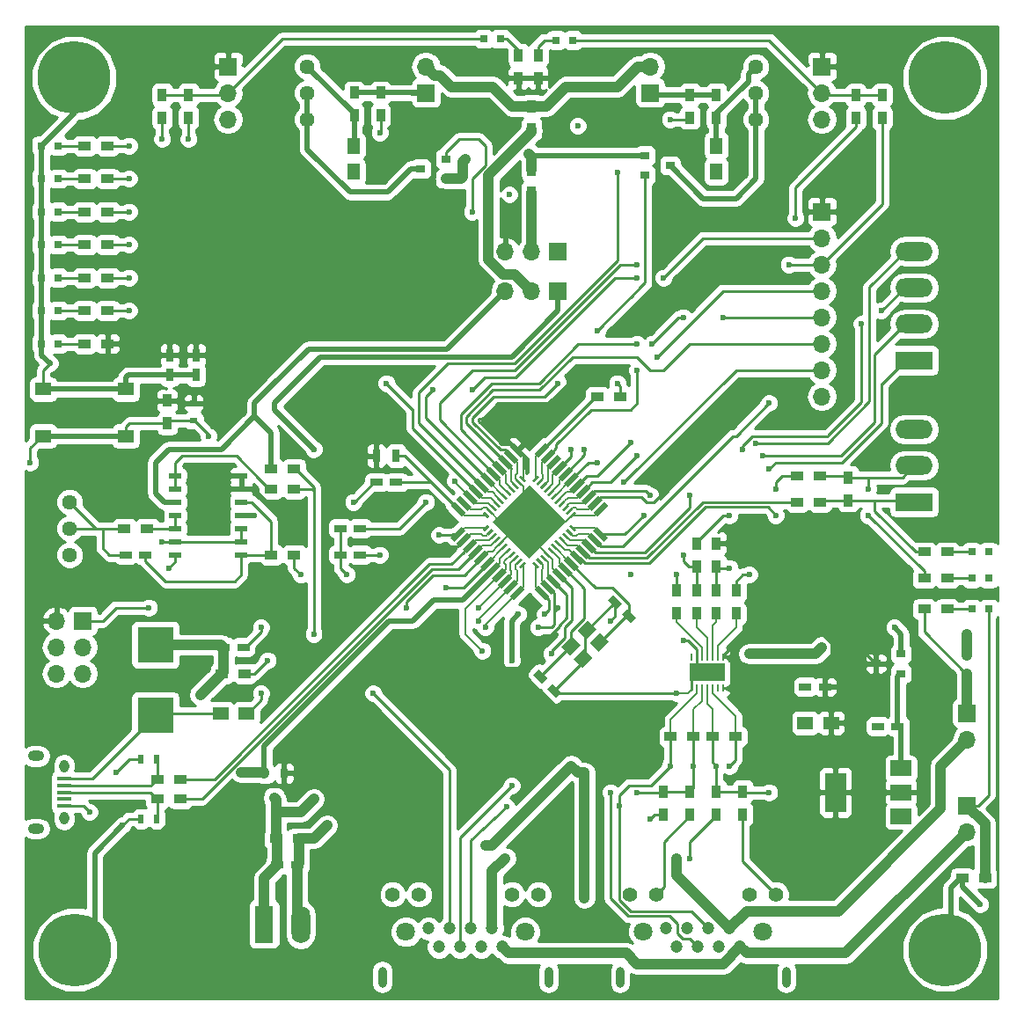
<source format=gtl>
G04 #@! TF.FileFunction,Copper,L1,Top,Signal*
%FSLAX46Y46*%
G04 Gerber Fmt 4.6, Leading zero omitted, Abs format (unit mm)*
G04 Created by KiCad (PCBNEW 4.0.5) date Tuesday, July 04, 2017 'PMt' 04:58:29 PM*
%MOMM*%
%LPD*%
G01*
G04 APERTURE LIST*
%ADD10C,0.050000*%
%ADD11R,0.800000X0.800000*%
%ADD12R,0.250000X0.700000*%
%ADD13R,0.825000X0.850000*%
%ADD14R,0.900000X1.200000*%
%ADD15R,0.800000X0.600000*%
%ADD16C,1.440000*%
%ADD17R,1.700000X1.700000*%
%ADD18O,1.700000X1.700000*%
%ADD19R,0.700000X1.300000*%
%ADD20R,1.350000X0.400000*%
%ADD21O,0.950000X1.250000*%
%ADD22O,1.550000X1.000000*%
%ADD23R,0.900000X0.800000*%
%ADD24R,0.800000X0.900000*%
%ADD25R,0.500000X0.900000*%
%ADD26R,1.550000X1.300000*%
%ADD27R,1.143000X0.508000*%
%ADD28R,2.000000X3.800000*%
%ADD29R,2.000000X1.500000*%
%ADD30R,1.200000X0.750000*%
%ADD31R,1.500000X1.250000*%
%ADD32R,0.750000X1.200000*%
%ADD33R,1.250000X1.500000*%
%ADD34R,3.500000X3.500000*%
%ADD35C,7.000000*%
%ADD36C,0.600000*%
%ADD37R,1.200000X0.900000*%
%ADD38R,3.600000X1.800000*%
%ADD39O,3.600000X1.800000*%
%ADD40R,1.800000X3.600000*%
%ADD41O,1.800000X3.600000*%
%ADD42C,1.800000*%
%ADD43O,0.800000X2.000000*%
%ADD44C,1.200000*%
%ADD45C,1.400000*%
%ADD46C,0.200000*%
%ADD47C,0.500000*%
%ADD48C,1.000000*%
%ADD49C,0.250000*%
%ADD50C,0.254000*%
G04 APERTURE END LIST*
D10*
D11*
X92875000Y-64770000D03*
X91275000Y-64770000D03*
X92875000Y-80645000D03*
X91275000Y-80645000D03*
X92875000Y-71120000D03*
X91275000Y-71120000D03*
D10*
G36*
X148513282Y-110174458D02*
X147982952Y-110704788D01*
X147134424Y-109856260D01*
X147664754Y-109325930D01*
X148513282Y-110174458D01*
X148513282Y-110174458D01*
G37*
G36*
X147169780Y-108830956D02*
X146639450Y-109361286D01*
X145790922Y-108512758D01*
X146321252Y-107982428D01*
X147169780Y-108830956D01*
X147169780Y-108830956D01*
G37*
D12*
X156852500Y-114025000D03*
X156352500Y-114025000D03*
X155852500Y-114025000D03*
X155352500Y-114025000D03*
X154852500Y-114025000D03*
X154352500Y-114025000D03*
X153852500Y-114025000D03*
X153852500Y-116925000D03*
X154352500Y-116925000D03*
X154852500Y-116925000D03*
X155352500Y-116925000D03*
X155852500Y-116925000D03*
X156352500Y-116925000D03*
X156852500Y-116925000D03*
D13*
X154115000Y-115900000D03*
X154940000Y-115900000D03*
X155765000Y-115900000D03*
X156590000Y-115900000D03*
X154115000Y-115050000D03*
X154940000Y-115050000D03*
X155765000Y-115050000D03*
X156590000Y-115050000D03*
D14*
X156210000Y-129116000D03*
X156210000Y-126916000D03*
D11*
X135420000Y-54485159D03*
X133820000Y-54485159D03*
X180810000Y-103879424D03*
X182410000Y-103879424D03*
X180810000Y-106419424D03*
X182410000Y-106419424D03*
X140805000Y-54610000D03*
X142405000Y-54610000D03*
X92875000Y-74295000D03*
X91275000Y-74295000D03*
X92875000Y-77470000D03*
X91275000Y-77470000D03*
D15*
X180340000Y-113870000D03*
X180340000Y-115570000D03*
D11*
X180810000Y-109363447D03*
X182410000Y-109363447D03*
D15*
X105916722Y-89539980D03*
X105916722Y-91239980D03*
D11*
X92875000Y-83820000D03*
X91275000Y-83820000D03*
X92875000Y-67945000D03*
X91275000Y-67945000D03*
D16*
X93980000Y-104140000D03*
X93980000Y-101600000D03*
X93980000Y-99060000D03*
D17*
X180340000Y-119380000D03*
D18*
X180340000Y-121920000D03*
D17*
X180340000Y-128270000D03*
D18*
X180340000Y-130810000D03*
D17*
X140970000Y-74930000D03*
D18*
X138430000Y-74930000D03*
X135890000Y-74930000D03*
D17*
X140970000Y-78740000D03*
D18*
X138430000Y-78740000D03*
X135890000Y-78740000D03*
D19*
X125410000Y-94615000D03*
X123510000Y-94615000D03*
D17*
X166370000Y-57150000D03*
D18*
X166370000Y-59690000D03*
X166370000Y-62230000D03*
D17*
X109220000Y-57150000D03*
D18*
X109220000Y-59690000D03*
X109220000Y-62230000D03*
D17*
X166370000Y-71120000D03*
D18*
X166370000Y-73660000D03*
X166370000Y-76200000D03*
X166370000Y-78740000D03*
X166370000Y-81280000D03*
X166370000Y-83820000D03*
X166370000Y-86360000D03*
X166370000Y-88900000D03*
D17*
X149860000Y-59690000D03*
D18*
X149860000Y-57150000D03*
D17*
X128270000Y-59690000D03*
D18*
X128270000Y-57150000D03*
D20*
X93425000Y-125700000D03*
X93425000Y-126350000D03*
X93425000Y-127000000D03*
X93425000Y-127650000D03*
X93425000Y-128300000D03*
D21*
X93425000Y-124500000D03*
X93425000Y-129500000D03*
D22*
X90725000Y-123500000D03*
X90725000Y-130500000D03*
D17*
X95250000Y-110490000D03*
D18*
X92710000Y-110490000D03*
X95250000Y-113030000D03*
X92710000Y-113030000D03*
X95250000Y-115570000D03*
X92710000Y-115570000D03*
D23*
X130175000Y-67945000D03*
X130175000Y-66045000D03*
X127775000Y-66995000D03*
X149365000Y-65725000D03*
X149365000Y-67625000D03*
X151765000Y-66675000D03*
X173990000Y-115570000D03*
X173990000Y-113670000D03*
X171590000Y-114620000D03*
D24*
X114615000Y-125165000D03*
X112715000Y-125165000D03*
X113665000Y-127565000D03*
D16*
X116840000Y-57150000D03*
X116840000Y-59690000D03*
X116840000Y-62230000D03*
X160020000Y-57150000D03*
X160020000Y-59690000D03*
X160020000Y-62230000D03*
D25*
X100850000Y-129540000D03*
X102350000Y-129540000D03*
X100850000Y-123825000D03*
X102350000Y-123825000D03*
D26*
X91440000Y-88210000D03*
X99390000Y-88210000D03*
X91440000Y-92710000D03*
X99390000Y-92710000D03*
D27*
X104140000Y-96520000D03*
X104140000Y-97790000D03*
X104140000Y-99060000D03*
X104140000Y-100330000D03*
X104140000Y-101600000D03*
X104140000Y-102870000D03*
X104140000Y-104140000D03*
X110490000Y-104140000D03*
X110490000Y-102870000D03*
X110490000Y-100330000D03*
X110490000Y-99060000D03*
X110490000Y-97790000D03*
X110490000Y-96520000D03*
X110490000Y-101600000D03*
D28*
X167690000Y-127000000D03*
D29*
X173990000Y-127000000D03*
X173990000Y-124700000D03*
X173990000Y-129300000D03*
D10*
G36*
X143362009Y-115042889D02*
X142513481Y-114194361D01*
X143503431Y-113204411D01*
X144351959Y-114052939D01*
X143362009Y-115042889D01*
X143362009Y-115042889D01*
G37*
G36*
X144917644Y-113487254D02*
X144069116Y-112638726D01*
X145059066Y-111648776D01*
X145907594Y-112497304D01*
X144917644Y-113487254D01*
X144917644Y-113487254D01*
G37*
G36*
X143715563Y-112285173D02*
X142867035Y-111436645D01*
X143856985Y-110446695D01*
X144705513Y-111295223D01*
X143715563Y-112285173D01*
X143715563Y-112285173D01*
G37*
G36*
X142159928Y-113840808D02*
X141311400Y-112992280D01*
X142301350Y-112002330D01*
X143149878Y-112850858D01*
X142159928Y-113840808D01*
X142159928Y-113840808D01*
G37*
D30*
X113985000Y-133985000D03*
X115885000Y-133985000D03*
X99380000Y-104140000D03*
X101280000Y-104140000D03*
D31*
X108490000Y-119380000D03*
X110990000Y-119380000D03*
D10*
G36*
X138606718Y-115696963D02*
X139137048Y-115166633D01*
X139985576Y-116015161D01*
X139455246Y-116545491D01*
X138606718Y-115696963D01*
X138606718Y-115696963D01*
G37*
G36*
X139950220Y-117040465D02*
X140480550Y-116510135D01*
X141329078Y-117358663D01*
X140798748Y-117888993D01*
X139950220Y-117040465D01*
X139950220Y-117040465D01*
G37*
D30*
X108790000Y-113030000D03*
X110690000Y-113030000D03*
D32*
X106137482Y-86827638D03*
X106137482Y-84927638D03*
D30*
X121920000Y-104140000D03*
X120020000Y-104140000D03*
X121920000Y-101600000D03*
X120020000Y-101600000D03*
X125410000Y-97155000D03*
X123510000Y-97155000D03*
D31*
X167259746Y-120324738D03*
X164759746Y-120324738D03*
D30*
X166685000Y-116840000D03*
X164785000Y-116840000D03*
D33*
X121285000Y-67290000D03*
X121285000Y-64790000D03*
X156210000Y-67270000D03*
X156210000Y-64770000D03*
D32*
X103597482Y-86827638D03*
X103597482Y-84927638D03*
D30*
X173670000Y-120650000D03*
X171770000Y-120650000D03*
D34*
X102235000Y-112805000D03*
X102235000Y-119605000D03*
D35*
X178230000Y-58240000D03*
D36*
X180855000Y-58240000D03*
X180086155Y-60096155D03*
X178230000Y-60865000D03*
X176373845Y-60096155D03*
X175605000Y-58240000D03*
X176373845Y-56383845D03*
X178230000Y-55615000D03*
X180086155Y-56383845D03*
D35*
X178230000Y-142160000D03*
D36*
X180855000Y-142160000D03*
X180086155Y-144016155D03*
X178230000Y-144785000D03*
X176373845Y-144016155D03*
X175605000Y-142160000D03*
X176373845Y-140303845D03*
X178230000Y-139535000D03*
X180086155Y-140303845D03*
D35*
X94490000Y-142160000D03*
D36*
X97115000Y-142160000D03*
X96346155Y-144016155D03*
X94490000Y-144785000D03*
X92633845Y-144016155D03*
X91865000Y-142160000D03*
X92633845Y-140303845D03*
X94490000Y-139535000D03*
X96346155Y-140303845D03*
D35*
X94400000Y-58240000D03*
D36*
X97025000Y-58240000D03*
X96256155Y-60096155D03*
X94400000Y-60865000D03*
X92543845Y-60096155D03*
X91775000Y-58240000D03*
X92543845Y-56383845D03*
X94400000Y-55615000D03*
X96256155Y-56383845D03*
D14*
X156210000Y-107600000D03*
X156210000Y-109800000D03*
X152400000Y-107600000D03*
X152400000Y-109800000D03*
X158115000Y-107600000D03*
X158115000Y-109800000D03*
X154305000Y-107600000D03*
X154305000Y-109800000D03*
X156210000Y-105240000D03*
X156210000Y-103040000D03*
X154305000Y-103040000D03*
X154305000Y-105240000D03*
X137160000Y-58250000D03*
X137160000Y-56050000D03*
X102870000Y-62060000D03*
X102870000Y-59860000D03*
D37*
X166200000Y-99060000D03*
X164000000Y-99060000D03*
X166200000Y-96520000D03*
X164000000Y-96520000D03*
D14*
X168910000Y-98890000D03*
X168910000Y-96690000D03*
D37*
X176235000Y-103879424D03*
X178435000Y-103879424D03*
X176235000Y-106419424D03*
X178435000Y-106419424D03*
D14*
X139065000Y-58250000D03*
X139065000Y-56050000D03*
X169639926Y-62114726D03*
X169639926Y-59914726D03*
X153670000Y-59860000D03*
X153670000Y-62060000D03*
D37*
X95420000Y-80645000D03*
X97620000Y-80645000D03*
X95420000Y-71120000D03*
X97620000Y-71120000D03*
X95420000Y-74295000D03*
X97620000Y-74295000D03*
X95420000Y-77470000D03*
X97620000Y-77470000D03*
D14*
X123894960Y-61883252D03*
X123894960Y-59683252D03*
X138430000Y-69256000D03*
X138430000Y-67056000D03*
X138430000Y-63160000D03*
X138430000Y-60960000D03*
D37*
X155860000Y-121654000D03*
X158060000Y-121654000D03*
X154020000Y-121654000D03*
X151820000Y-121654000D03*
X182075000Y-135255000D03*
X179875000Y-135255000D03*
X178435000Y-109363447D03*
X176235000Y-109363447D03*
D14*
X158750000Y-129116000D03*
X158750000Y-126916000D03*
X153670000Y-129116000D03*
X153670000Y-126916000D03*
X151130000Y-129116000D03*
X151130000Y-126916000D03*
X121354960Y-61883252D03*
X121354960Y-59683252D03*
X156210000Y-62060000D03*
X156210000Y-59860000D03*
D37*
X95420000Y-83820000D03*
X97620000Y-83820000D03*
X99230000Y-101600000D03*
X101430000Y-101600000D03*
D14*
X105410000Y-62060000D03*
X105410000Y-59860000D03*
D37*
X113370000Y-104140000D03*
X115570000Y-104140000D03*
X108640000Y-115570000D03*
X110840000Y-115570000D03*
D14*
X103376722Y-89289980D03*
X103376722Y-91489980D03*
D37*
X104605000Y-127635000D03*
X102405000Y-127635000D03*
X104605000Y-125730000D03*
X102405000Y-125730000D03*
X146980000Y-88900000D03*
X144780000Y-88900000D03*
X116035000Y-131445000D03*
X113835000Y-131445000D03*
X95420000Y-64770000D03*
X97620000Y-64770000D03*
X95420000Y-67945000D03*
X97620000Y-67945000D03*
D14*
X172179926Y-62114726D03*
X172179926Y-59914726D03*
D38*
X175260000Y-99060000D03*
D39*
X175260000Y-95560000D03*
X175260000Y-92060000D03*
D40*
X112705000Y-139700000D03*
D41*
X116205000Y-139700000D03*
D38*
X175260000Y-85430000D03*
D39*
X175260000Y-81930000D03*
X175260000Y-78430000D03*
X175260000Y-74930000D03*
D37*
X115570000Y-95885000D03*
X113370000Y-95885000D03*
X115570000Y-97790000D03*
X113370000Y-97790000D03*
D10*
G36*
X131028640Y-102879301D02*
X130639732Y-102490393D01*
X131700392Y-101429733D01*
X132089300Y-101818641D01*
X131028640Y-102879301D01*
X131028640Y-102879301D01*
G37*
G36*
X131594326Y-103444986D02*
X131205418Y-103056078D01*
X132266078Y-101995418D01*
X132654986Y-102384326D01*
X131594326Y-103444986D01*
X131594326Y-103444986D01*
G37*
G36*
X132160011Y-104010671D02*
X131771103Y-103621763D01*
X132831763Y-102561103D01*
X133220671Y-102950011D01*
X132160011Y-104010671D01*
X132160011Y-104010671D01*
G37*
G36*
X132725696Y-104576357D02*
X132336788Y-104187449D01*
X133397448Y-103126789D01*
X133786356Y-103515697D01*
X132725696Y-104576357D01*
X132725696Y-104576357D01*
G37*
G36*
X133291382Y-105142042D02*
X132902474Y-104753134D01*
X133963134Y-103692474D01*
X134352042Y-104081382D01*
X133291382Y-105142042D01*
X133291382Y-105142042D01*
G37*
G36*
X133857067Y-105707728D02*
X133468159Y-105318820D01*
X134528819Y-104258160D01*
X134917727Y-104647068D01*
X133857067Y-105707728D01*
X133857067Y-105707728D01*
G37*
G36*
X134422753Y-106273413D02*
X134033845Y-105884505D01*
X135094505Y-104823845D01*
X135483413Y-105212753D01*
X134422753Y-106273413D01*
X134422753Y-106273413D01*
G37*
G36*
X134988438Y-106839099D02*
X134599530Y-106450191D01*
X135660190Y-105389531D01*
X136049098Y-105778439D01*
X134988438Y-106839099D01*
X134988438Y-106839099D01*
G37*
G36*
X135554124Y-107404784D02*
X135165216Y-107015876D01*
X136225876Y-105955216D01*
X136614784Y-106344124D01*
X135554124Y-107404784D01*
X135554124Y-107404784D01*
G37*
G36*
X136119809Y-107970469D02*
X135730901Y-107581561D01*
X136791561Y-106520901D01*
X137180469Y-106909809D01*
X136119809Y-107970469D01*
X136119809Y-107970469D01*
G37*
G36*
X136685494Y-108536155D02*
X136296586Y-108147247D01*
X137357246Y-107086587D01*
X137746154Y-107475495D01*
X136685494Y-108536155D01*
X136685494Y-108536155D01*
G37*
G36*
X140150318Y-108147247D02*
X139761410Y-108536155D01*
X138700750Y-107475495D01*
X139089658Y-107086587D01*
X140150318Y-108147247D01*
X140150318Y-108147247D01*
G37*
G36*
X140716003Y-107581561D02*
X140327095Y-107970469D01*
X139266435Y-106909809D01*
X139655343Y-106520901D01*
X140716003Y-107581561D01*
X140716003Y-107581561D01*
G37*
G36*
X141281688Y-107015876D02*
X140892780Y-107404784D01*
X139832120Y-106344124D01*
X140221028Y-105955216D01*
X141281688Y-107015876D01*
X141281688Y-107015876D01*
G37*
G36*
X141847374Y-106450191D02*
X141458466Y-106839099D01*
X140397806Y-105778439D01*
X140786714Y-105389531D01*
X141847374Y-106450191D01*
X141847374Y-106450191D01*
G37*
G36*
X142413059Y-105884505D02*
X142024151Y-106273413D01*
X140963491Y-105212753D01*
X141352399Y-104823845D01*
X142413059Y-105884505D01*
X142413059Y-105884505D01*
G37*
G36*
X142978745Y-105318820D02*
X142589837Y-105707728D01*
X141529177Y-104647068D01*
X141918085Y-104258160D01*
X142978745Y-105318820D01*
X142978745Y-105318820D01*
G37*
G36*
X143544430Y-104753134D02*
X143155522Y-105142042D01*
X142094862Y-104081382D01*
X142483770Y-103692474D01*
X143544430Y-104753134D01*
X143544430Y-104753134D01*
G37*
G36*
X144110116Y-104187449D02*
X143721208Y-104576357D01*
X142660548Y-103515697D01*
X143049456Y-103126789D01*
X144110116Y-104187449D01*
X144110116Y-104187449D01*
G37*
G36*
X144675801Y-103621763D02*
X144286893Y-104010671D01*
X143226233Y-102950011D01*
X143615141Y-102561103D01*
X144675801Y-103621763D01*
X144675801Y-103621763D01*
G37*
G36*
X145241486Y-103056078D02*
X144852578Y-103444986D01*
X143791918Y-102384326D01*
X144180826Y-101995418D01*
X145241486Y-103056078D01*
X145241486Y-103056078D01*
G37*
G36*
X145807172Y-102490393D02*
X145418264Y-102879301D01*
X144357604Y-101818641D01*
X144746512Y-101429733D01*
X145807172Y-102490393D01*
X145807172Y-102490393D01*
G37*
G36*
X144746512Y-100475137D02*
X144357604Y-100086229D01*
X145418264Y-99025569D01*
X145807172Y-99414477D01*
X144746512Y-100475137D01*
X144746512Y-100475137D01*
G37*
G36*
X144180826Y-99909452D02*
X143791918Y-99520544D01*
X144852578Y-98459884D01*
X145241486Y-98848792D01*
X144180826Y-99909452D01*
X144180826Y-99909452D01*
G37*
G36*
X143615141Y-99343767D02*
X143226233Y-98954859D01*
X144286893Y-97894199D01*
X144675801Y-98283107D01*
X143615141Y-99343767D01*
X143615141Y-99343767D01*
G37*
G36*
X143049456Y-98778081D02*
X142660548Y-98389173D01*
X143721208Y-97328513D01*
X144110116Y-97717421D01*
X143049456Y-98778081D01*
X143049456Y-98778081D01*
G37*
G36*
X142483770Y-98212396D02*
X142094862Y-97823488D01*
X143155522Y-96762828D01*
X143544430Y-97151736D01*
X142483770Y-98212396D01*
X142483770Y-98212396D01*
G37*
G36*
X141918085Y-97646710D02*
X141529177Y-97257802D01*
X142589837Y-96197142D01*
X142978745Y-96586050D01*
X141918085Y-97646710D01*
X141918085Y-97646710D01*
G37*
G36*
X141352399Y-97081025D02*
X140963491Y-96692117D01*
X142024151Y-95631457D01*
X142413059Y-96020365D01*
X141352399Y-97081025D01*
X141352399Y-97081025D01*
G37*
G36*
X140786714Y-96515339D02*
X140397806Y-96126431D01*
X141458466Y-95065771D01*
X141847374Y-95454679D01*
X140786714Y-96515339D01*
X140786714Y-96515339D01*
G37*
G36*
X140221028Y-95949654D02*
X139832120Y-95560746D01*
X140892780Y-94500086D01*
X141281688Y-94888994D01*
X140221028Y-95949654D01*
X140221028Y-95949654D01*
G37*
G36*
X139655343Y-95383969D02*
X139266435Y-94995061D01*
X140327095Y-93934401D01*
X140716003Y-94323309D01*
X139655343Y-95383969D01*
X139655343Y-95383969D01*
G37*
G36*
X139089658Y-94818283D02*
X138700750Y-94429375D01*
X139761410Y-93368715D01*
X140150318Y-93757623D01*
X139089658Y-94818283D01*
X139089658Y-94818283D01*
G37*
G36*
X137746154Y-94429375D02*
X137357246Y-94818283D01*
X136296586Y-93757623D01*
X136685494Y-93368715D01*
X137746154Y-94429375D01*
X137746154Y-94429375D01*
G37*
G36*
X137180469Y-94995061D02*
X136791561Y-95383969D01*
X135730901Y-94323309D01*
X136119809Y-93934401D01*
X137180469Y-94995061D01*
X137180469Y-94995061D01*
G37*
G36*
X136614784Y-95560746D02*
X136225876Y-95949654D01*
X135165216Y-94888994D01*
X135554124Y-94500086D01*
X136614784Y-95560746D01*
X136614784Y-95560746D01*
G37*
G36*
X136049098Y-96126431D02*
X135660190Y-96515339D01*
X134599530Y-95454679D01*
X134988438Y-95065771D01*
X136049098Y-96126431D01*
X136049098Y-96126431D01*
G37*
G36*
X135483413Y-96692117D02*
X135094505Y-97081025D01*
X134033845Y-96020365D01*
X134422753Y-95631457D01*
X135483413Y-96692117D01*
X135483413Y-96692117D01*
G37*
G36*
X134917727Y-97257802D02*
X134528819Y-97646710D01*
X133468159Y-96586050D01*
X133857067Y-96197142D01*
X134917727Y-97257802D01*
X134917727Y-97257802D01*
G37*
G36*
X134352042Y-97823488D02*
X133963134Y-98212396D01*
X132902474Y-97151736D01*
X133291382Y-96762828D01*
X134352042Y-97823488D01*
X134352042Y-97823488D01*
G37*
G36*
X133786356Y-98389173D02*
X133397448Y-98778081D01*
X132336788Y-97717421D01*
X132725696Y-97328513D01*
X133786356Y-98389173D01*
X133786356Y-98389173D01*
G37*
G36*
X133220671Y-98954859D02*
X132831763Y-99343767D01*
X131771103Y-98283107D01*
X132160011Y-97894199D01*
X133220671Y-98954859D01*
X133220671Y-98954859D01*
G37*
G36*
X132654986Y-99520544D02*
X132266078Y-99909452D01*
X131205418Y-98848792D01*
X131594326Y-98459884D01*
X132654986Y-99520544D01*
X132654986Y-99520544D01*
G37*
G36*
X132089300Y-100086229D02*
X131700392Y-100475137D01*
X130639732Y-99414477D01*
X131028640Y-99025569D01*
X132089300Y-100086229D01*
X132089300Y-100086229D01*
G37*
G36*
X134387398Y-101429732D02*
X133892423Y-101924707D01*
X133715646Y-101747930D01*
X134210621Y-101252955D01*
X134387398Y-101429732D01*
X134387398Y-101429732D01*
G37*
G36*
X135448058Y-102490392D02*
X134953083Y-102985367D01*
X134776306Y-102808590D01*
X135271281Y-102313615D01*
X135448058Y-102490392D01*
X135448058Y-102490392D01*
G37*
G36*
X136508718Y-103551052D02*
X136013743Y-104046027D01*
X135836966Y-103869250D01*
X136331941Y-103374275D01*
X136508718Y-103551052D01*
X136508718Y-103551052D01*
G37*
G36*
X134740951Y-101783285D02*
X134245976Y-102278260D01*
X134069199Y-102101483D01*
X134564174Y-101606508D01*
X134740951Y-101783285D01*
X134740951Y-101783285D01*
G37*
G36*
X136862272Y-103904606D02*
X136367297Y-104399581D01*
X136190520Y-104222804D01*
X136685495Y-103727829D01*
X136862272Y-103904606D01*
X136862272Y-103904606D01*
G37*
G36*
X135094505Y-102136839D02*
X134599530Y-102631814D01*
X134422753Y-102455037D01*
X134917728Y-101960062D01*
X135094505Y-102136839D01*
X135094505Y-102136839D01*
G37*
G36*
X137215825Y-104258159D02*
X136720850Y-104753134D01*
X136544073Y-104576357D01*
X137039048Y-104081382D01*
X137215825Y-104258159D01*
X137215825Y-104258159D01*
G37*
G36*
X136155165Y-103197499D02*
X135660190Y-103692474D01*
X135483413Y-103515697D01*
X135978388Y-103020722D01*
X136155165Y-103197499D01*
X136155165Y-103197499D01*
G37*
G36*
X135801612Y-102843946D02*
X135306637Y-103338921D01*
X135129860Y-103162144D01*
X135624835Y-102667169D01*
X135801612Y-102843946D01*
X135801612Y-102843946D01*
G37*
G36*
X137922932Y-104965266D02*
X137427957Y-105460241D01*
X137251180Y-105283464D01*
X137746155Y-104788489D01*
X137922932Y-104965266D01*
X137922932Y-104965266D01*
G37*
G36*
X137569379Y-104611713D02*
X137074404Y-105106688D01*
X136897627Y-104929911D01*
X137392602Y-104434936D01*
X137569379Y-104611713D01*
X137569379Y-104611713D01*
G37*
G36*
X139902831Y-97328513D02*
X139407856Y-97823488D01*
X139231079Y-97646711D01*
X139726054Y-97151736D01*
X139902831Y-97328513D01*
X139902831Y-97328513D01*
G37*
G36*
X140963491Y-98389173D02*
X140468516Y-98884148D01*
X140291739Y-98707371D01*
X140786714Y-98212396D01*
X140963491Y-98389173D01*
X140963491Y-98389173D01*
G37*
G36*
X140609938Y-98035620D02*
X140114963Y-98530595D01*
X139938186Y-98353818D01*
X140433161Y-97858843D01*
X140609938Y-98035620D01*
X140609938Y-98035620D01*
G37*
G36*
X139195724Y-96621406D02*
X138700749Y-97116381D01*
X138523972Y-96939604D01*
X139018947Y-96444629D01*
X139195724Y-96621406D01*
X139195724Y-96621406D01*
G37*
G36*
X139549277Y-96974959D02*
X139054302Y-97469934D01*
X138877525Y-97293157D01*
X139372500Y-96798182D01*
X139549277Y-96974959D01*
X139549277Y-96974959D01*
G37*
G36*
X140256384Y-97682066D02*
X139761409Y-98177041D01*
X139584632Y-98000264D01*
X140079607Y-97505289D01*
X140256384Y-97682066D01*
X140256384Y-97682066D01*
G37*
G36*
X142377705Y-99803387D02*
X141882730Y-100298362D01*
X141705953Y-100121585D01*
X142200928Y-99626610D01*
X142377705Y-99803387D01*
X142377705Y-99803387D01*
G37*
G36*
X141670598Y-99096280D02*
X141175623Y-99591255D01*
X140998846Y-99414478D01*
X141493821Y-98919503D01*
X141670598Y-99096280D01*
X141670598Y-99096280D01*
G37*
G36*
X142024151Y-99449833D02*
X141529176Y-99944808D01*
X141352399Y-99768031D01*
X141847374Y-99273056D01*
X142024151Y-99449833D01*
X142024151Y-99449833D01*
G37*
G36*
X142731258Y-100156940D02*
X142236283Y-100651915D01*
X142059506Y-100475138D01*
X142554481Y-99980163D01*
X142731258Y-100156940D01*
X142731258Y-100156940D01*
G37*
G36*
X141317044Y-98742726D02*
X140822069Y-99237701D01*
X140645292Y-99060924D01*
X141140267Y-98565949D01*
X141317044Y-98742726D01*
X141317044Y-98742726D01*
G37*
G36*
X138700749Y-104788489D02*
X139195724Y-105283464D01*
X139018947Y-105460241D01*
X138523972Y-104965266D01*
X138700749Y-104788489D01*
X138700749Y-104788489D01*
G37*
G36*
X139054302Y-104434936D02*
X139549277Y-104929911D01*
X139372500Y-105106688D01*
X138877525Y-104611713D01*
X139054302Y-104434936D01*
X139054302Y-104434936D01*
G37*
G36*
X139407856Y-104081382D02*
X139902831Y-104576357D01*
X139726054Y-104753134D01*
X139231079Y-104258159D01*
X139407856Y-104081382D01*
X139407856Y-104081382D01*
G37*
G36*
X139761409Y-103727829D02*
X140256384Y-104222804D01*
X140079607Y-104399581D01*
X139584632Y-103904606D01*
X139761409Y-103727829D01*
X139761409Y-103727829D01*
G37*
G36*
X140822069Y-102667169D02*
X141317044Y-103162144D01*
X141140267Y-103338921D01*
X140645292Y-102843946D01*
X140822069Y-102667169D01*
X140822069Y-102667169D01*
G37*
G36*
X140114963Y-103374275D02*
X140609938Y-103869250D01*
X140433161Y-104046027D01*
X139938186Y-103551052D01*
X140114963Y-103374275D01*
X140114963Y-103374275D01*
G37*
G36*
X141529176Y-101960062D02*
X142024151Y-102455037D01*
X141847374Y-102631814D01*
X141352399Y-102136839D01*
X141529176Y-101960062D01*
X141529176Y-101960062D01*
G37*
G36*
X141882730Y-101606508D02*
X142377705Y-102101483D01*
X142200928Y-102278260D01*
X141705953Y-101783285D01*
X141882730Y-101606508D01*
X141882730Y-101606508D01*
G37*
G36*
X141175623Y-102313615D02*
X141670598Y-102808590D01*
X141493821Y-102985367D01*
X140998846Y-102490392D01*
X141175623Y-102313615D01*
X141175623Y-102313615D01*
G37*
G36*
X140468516Y-103020722D02*
X140963491Y-103515697D01*
X140786714Y-103692474D01*
X140291739Y-103197499D01*
X140468516Y-103020722D01*
X140468516Y-103020722D01*
G37*
G36*
X142236283Y-101252955D02*
X142731258Y-101747930D01*
X142554481Y-101924707D01*
X142059506Y-101429732D01*
X142236283Y-101252955D01*
X142236283Y-101252955D01*
G37*
G36*
X135660190Y-98212396D02*
X136155165Y-98707371D01*
X135978388Y-98884148D01*
X135483413Y-98389173D01*
X135660190Y-98212396D01*
X135660190Y-98212396D01*
G37*
G36*
X136013743Y-97858843D02*
X136508718Y-98353818D01*
X136331941Y-98530595D01*
X135836966Y-98035620D01*
X136013743Y-97858843D01*
X136013743Y-97858843D01*
G37*
G36*
X136720850Y-97151736D02*
X137215825Y-97646711D01*
X137039048Y-97823488D01*
X136544073Y-97328513D01*
X136720850Y-97151736D01*
X136720850Y-97151736D01*
G37*
G36*
X137074404Y-96798182D02*
X137569379Y-97293157D01*
X137392602Y-97469934D01*
X136897627Y-96974959D01*
X137074404Y-96798182D01*
X137074404Y-96798182D01*
G37*
G36*
X136367297Y-97505289D02*
X136862272Y-98000264D01*
X136685495Y-98177041D01*
X136190520Y-97682066D01*
X136367297Y-97505289D01*
X136367297Y-97505289D01*
G37*
G36*
X137427957Y-96444629D02*
X137922932Y-96939604D01*
X137746155Y-97116381D01*
X137251180Y-96621406D01*
X137427957Y-96444629D01*
X137427957Y-96444629D01*
G37*
G36*
X134953083Y-98919503D02*
X135448058Y-99414478D01*
X135271281Y-99591255D01*
X134776306Y-99096280D01*
X134953083Y-98919503D01*
X134953083Y-98919503D01*
G37*
G36*
X135306637Y-98565949D02*
X135801612Y-99060924D01*
X135624835Y-99237701D01*
X135129860Y-98742726D01*
X135306637Y-98565949D01*
X135306637Y-98565949D01*
G37*
G36*
X134599530Y-99273056D02*
X135094505Y-99768031D01*
X134917728Y-99944808D01*
X134422753Y-99449833D01*
X134599530Y-99273056D01*
X134599530Y-99273056D01*
G37*
G36*
X134245976Y-99626610D02*
X134740951Y-100121585D01*
X134564174Y-100298362D01*
X134069199Y-99803387D01*
X134245976Y-99626610D01*
X134245976Y-99626610D01*
G37*
G36*
X133892423Y-99980163D02*
X134387398Y-100475138D01*
X134210621Y-100651915D01*
X133715646Y-100156940D01*
X133892423Y-99980163D01*
X133892423Y-99980163D01*
G37*
G36*
X138223452Y-97416901D02*
X141758986Y-100952435D01*
X138223452Y-104487969D01*
X134687918Y-100952435D01*
X138223452Y-97416901D01*
X138223452Y-97416901D01*
G37*
D42*
X137820000Y-140430000D03*
X126340000Y-140430000D03*
D43*
X140080000Y-144780000D03*
X124080000Y-144780000D03*
D44*
X128510000Y-140100000D03*
X129530000Y-141880000D03*
X130550000Y-140100000D03*
X131570000Y-141880000D03*
X132590000Y-140100000D03*
X133610000Y-141880000D03*
X134630000Y-140100000D03*
X135650000Y-141880000D03*
D45*
X127610000Y-136830000D03*
X125070000Y-136830000D03*
X136550000Y-136830000D03*
X139090000Y-136830000D03*
D42*
X160690000Y-140430000D03*
X149210000Y-140430000D03*
D43*
X162950000Y-144780000D03*
X146950000Y-144780000D03*
D44*
X151380000Y-140100000D03*
X152400000Y-141880000D03*
X153420000Y-140100000D03*
X154440000Y-141880000D03*
X155460000Y-140100000D03*
X156480000Y-141880000D03*
X157500000Y-140100000D03*
X158520000Y-141880000D03*
D45*
X150480000Y-136830000D03*
X147940000Y-136830000D03*
X159420000Y-136830000D03*
X161960000Y-136830000D03*
D36*
X137160000Y-109855000D03*
X136525000Y-114300000D03*
X142875000Y-62865000D03*
X136300000Y-69470000D03*
X173355000Y-111125000D03*
X166370000Y-113030000D03*
X159385000Y-113665000D03*
X117475000Y-127635000D03*
X180340000Y-111760000D03*
X133985000Y-132080000D03*
X142240000Y-124460000D03*
X143510000Y-137160000D03*
X157480000Y-100330000D03*
X140335000Y-113665000D03*
X146050000Y-110490000D03*
X126365000Y-109220000D03*
X181610000Y-137795000D03*
X140970000Y-87630000D03*
X121285000Y-99060000D03*
X120650000Y-106045000D03*
X92075000Y-85725000D03*
X98425000Y-125095000D03*
X99060000Y-130175000D03*
X95885000Y-128905000D03*
X182410000Y-106419424D03*
X182410000Y-103879424D03*
X156210000Y-67270000D03*
X121285000Y-67290000D03*
X116205000Y-106045000D03*
X112395000Y-117475000D03*
X113030000Y-114300000D03*
X112395000Y-111125000D03*
X173990000Y-129300000D03*
X146685000Y-87630000D03*
X103505000Y-105410000D03*
X153035000Y-112395000D03*
X152400000Y-117475000D03*
X164785000Y-116840000D03*
X171770000Y-120650000D03*
X164759746Y-120324738D03*
X118745000Y-130175000D03*
X110490000Y-125095000D03*
X106553000Y-117602000D03*
X131064000Y-71120000D03*
X119380000Y-118364000D03*
X116332000Y-115316000D03*
X121412000Y-86868000D03*
X118872000Y-82804000D03*
X179705000Y-107950000D03*
X179705000Y-100965000D03*
X119380000Y-99060000D03*
X115570000Y-101600000D03*
X168910000Y-71755000D03*
X170815000Y-73660000D03*
X147320000Y-81915000D03*
X144145000Y-86360000D03*
X130175000Y-107315000D03*
X123825000Y-104140000D03*
X128270000Y-99060000D03*
X131064000Y-97028000D03*
X140970000Y-109220000D03*
X147320000Y-97155000D03*
X147955000Y-106045000D03*
X90170000Y-95250000D03*
X139065000Y-111125000D03*
X107315000Y-92710000D03*
X102870000Y-102870000D03*
X161290000Y-95885000D03*
X157480000Y-124460000D03*
X160655000Y-94615000D03*
X156210000Y-124460000D03*
X161290000Y-127000000D03*
X117475000Y-111760000D03*
X123190000Y-117475000D03*
X136525000Y-126365000D03*
X146050000Y-127000000D03*
X160020000Y-93385000D03*
X154020000Y-124460000D03*
X148590000Y-127000000D03*
X136013738Y-128393738D03*
X158750000Y-93980000D03*
X170180000Y-81915000D03*
X172085000Y-80645000D03*
X151765000Y-124460000D03*
X146864999Y-128270000D03*
X135890000Y-133350000D03*
X152400000Y-133350000D03*
X117475000Y-93980000D03*
X111760000Y-100330000D03*
X170815000Y-97790000D03*
X170815000Y-100330000D03*
X148590000Y-77470000D03*
X151130000Y-77470000D03*
X132715000Y-88265000D03*
X128905000Y-88265000D03*
X105410000Y-64135000D03*
X163195000Y-76200000D03*
X148590000Y-76200000D03*
X150495000Y-85090000D03*
X148590000Y-86360000D03*
X148590000Y-83820000D03*
X153035000Y-81280000D03*
X150040000Y-83820000D03*
X156845000Y-81280000D03*
X101600000Y-109220000D03*
X133985000Y-111125000D03*
X133350000Y-109220000D03*
X133350000Y-110490000D03*
X132080000Y-66040000D03*
X138176000Y-65532000D03*
X132715000Y-71120000D03*
X148590000Y-94615000D03*
X144780000Y-82550000D03*
X147955000Y-93345000D03*
X157480000Y-105410000D03*
X139700000Y-109855000D03*
X99695000Y-67945000D03*
X152400000Y-106045000D03*
X149225000Y-100330000D03*
X133691000Y-113371000D03*
X99695000Y-64770000D03*
X159385000Y-106045000D03*
X149860000Y-98425000D03*
X153075000Y-104140000D03*
X102870000Y-64135000D03*
X153670000Y-98425000D03*
X161925000Y-100330000D03*
X161925000Y-97790000D03*
X161290000Y-89535000D03*
X163830000Y-71755000D03*
X151765000Y-62230000D03*
X146685000Y-67310000D03*
X99695000Y-80645000D03*
X129540000Y-102235000D03*
X99695000Y-71120000D03*
X144780000Y-95250000D03*
X99695000Y-74295000D03*
X143510000Y-93980000D03*
X99695000Y-77470000D03*
X142240000Y-93980000D03*
X124460000Y-87630000D03*
X123825000Y-63500000D03*
X153670000Y-133350000D03*
X149860000Y-129540000D03*
D46*
X140556904Y-95224870D02*
X139995744Y-95786030D01*
X139995744Y-95786030D02*
X139995744Y-97058823D01*
X139995744Y-97058823D02*
X139566955Y-97487612D01*
D47*
X136525000Y-114300000D02*
X136525000Y-110490000D01*
X136525000Y-110490000D02*
X137160000Y-109855000D01*
X173990000Y-113670000D02*
X173990000Y-111760000D01*
X173990000Y-111760000D02*
X173355000Y-111125000D01*
D48*
X159385000Y-113665000D02*
X165735000Y-113665000D01*
X165735000Y-113665000D02*
X166370000Y-113030000D01*
X113835000Y-128905000D02*
X113835000Y-127735000D01*
X113835000Y-131445000D02*
X113835000Y-128905000D01*
X113835000Y-128905000D02*
X116205000Y-128905000D01*
X116205000Y-128905000D02*
X117475000Y-127635000D01*
X112705000Y-135265000D02*
X112705000Y-139700000D01*
X180340000Y-113870000D02*
X180340000Y-111760000D01*
X113835000Y-127735000D02*
X113665000Y-127565000D01*
X113985000Y-133985000D02*
X113985000Y-131595000D01*
X113985000Y-131595000D02*
X113835000Y-131445000D01*
X112705000Y-135265000D02*
X113985000Y-133985000D01*
D46*
X137233503Y-97134058D02*
X137668000Y-97568555D01*
X137668000Y-97568555D02*
X137668000Y-100396983D01*
X137668000Y-100396983D02*
X138223452Y-100952435D01*
D49*
X152400000Y-117475000D02*
X140915085Y-117475000D01*
X140915085Y-117475000D02*
X140639649Y-117199564D01*
D46*
X139920508Y-104063705D02*
X138223452Y-102366649D01*
X138223452Y-102366649D02*
X138223452Y-100952435D01*
X142395382Y-100316039D02*
X141758986Y-100952435D01*
X141758986Y-100952435D02*
X138223452Y-100952435D01*
X135465736Y-103003045D02*
X137516346Y-100952435D01*
X137516346Y-100952435D02*
X138223452Y-100952435D01*
X134405075Y-99962486D02*
X135395024Y-100952435D01*
X135395024Y-100952435D02*
X138223452Y-100952435D01*
D47*
X91275000Y-83820000D02*
X91275000Y-84925000D01*
X91275000Y-84925000D02*
X92075000Y-85725000D01*
X91275000Y-80645000D02*
X91275000Y-83820000D01*
X91275000Y-77470000D02*
X91275000Y-80645000D01*
X91275000Y-74295000D02*
X91275000Y-77470000D01*
X91275000Y-71120000D02*
X91275000Y-74295000D01*
X91275000Y-67945000D02*
X91275000Y-71120000D01*
X91275000Y-64770000D02*
X91275000Y-67945000D01*
X95250000Y-59055000D02*
X94449999Y-59855001D01*
X94449999Y-59855001D02*
X94449999Y-61595001D01*
X94449999Y-61595001D02*
X91275000Y-64770000D01*
D46*
X145082388Y-99750353D02*
X144481348Y-100351393D01*
X144481348Y-100351393D02*
X142430736Y-100351393D01*
X142430736Y-100351393D02*
X142395382Y-100316039D01*
X134405075Y-99962486D02*
X134072742Y-99630153D01*
X134072742Y-99630153D02*
X133747442Y-99630153D01*
X133747442Y-99630153D02*
X133591887Y-99785708D01*
X133591887Y-99785708D02*
X132531242Y-99785708D01*
X132531242Y-99785708D02*
X131930202Y-99184668D01*
X141122590Y-106114315D02*
X140445754Y-105437479D01*
X140445754Y-105437479D02*
X140445754Y-104588951D01*
X140445754Y-104588951D02*
X139920508Y-104063705D01*
X133627258Y-104417258D02*
X134228298Y-103816218D01*
X134228298Y-103816218D02*
X134652563Y-103816218D01*
X134652563Y-103816218D02*
X135147539Y-103321242D01*
X135147539Y-103321242D02*
X135465736Y-103003045D01*
X136455685Y-94659185D02*
X137056725Y-95260225D01*
X137056725Y-95260225D02*
X137056725Y-96320870D01*
X137056725Y-96320870D02*
X136901170Y-96476425D01*
X136901170Y-96801725D02*
X136915306Y-96815861D01*
X136901170Y-96476425D02*
X136901170Y-96801725D01*
X136915306Y-96815861D02*
X137233503Y-97134058D01*
D47*
X103597482Y-86827638D02*
X99622362Y-86827638D01*
X99622362Y-86827638D02*
X99390000Y-87060000D01*
X99390000Y-87060000D02*
X99390000Y-88210000D01*
X106137482Y-86827638D02*
X103597482Y-86827638D01*
X95250000Y-60530000D02*
X95250000Y-59055000D01*
D48*
X133985000Y-132080000D02*
X134620000Y-132080000D01*
X134620000Y-132080000D02*
X142240000Y-124460000D01*
X143510000Y-125095000D02*
X142875000Y-125095000D01*
X142875000Y-125095000D02*
X142240000Y-124460000D01*
X143510000Y-137160000D02*
X143510000Y-125095000D01*
D49*
X154352500Y-114025000D02*
X154352500Y-114812500D01*
X154352500Y-114812500D02*
X154115000Y-115050000D01*
X154115000Y-115900000D02*
X153852500Y-116162500D01*
X153852500Y-116162500D02*
X153852500Y-116925000D01*
X154305000Y-103040000D02*
X154305000Y-102890000D01*
X154305000Y-102890000D02*
X156865000Y-100330000D01*
X156865000Y-100330000D02*
X157015000Y-100330000D01*
X157015000Y-100330000D02*
X157480000Y-100330000D01*
X141605000Y-112168334D02*
X140335000Y-113438334D01*
X140335000Y-113438334D02*
X140335000Y-113665000D01*
X141605000Y-111125000D02*
X141605000Y-112168334D01*
X142326912Y-110403088D02*
X141605000Y-111125000D01*
X146480351Y-108671857D02*
X146480351Y-110059649D01*
X146480351Y-110059649D02*
X146050000Y-110490000D01*
X141122590Y-106114315D02*
X142326912Y-107318637D01*
X142326912Y-107318637D02*
X142326912Y-110403088D01*
D47*
X91440000Y-88210000D02*
X99390000Y-88210000D01*
D49*
X128957335Y-106097334D02*
X126365000Y-108689669D01*
X126365000Y-108689669D02*
X126365000Y-109220000D01*
X131947182Y-106097334D02*
X128957335Y-106097334D01*
X133627258Y-104417258D02*
X131947182Y-106097334D01*
X155765000Y-115050000D02*
X155765000Y-115900000D01*
X154940000Y-115050000D02*
X154940000Y-115900000D01*
X156590000Y-115050000D02*
X156590000Y-115900000D01*
X154115000Y-115900000D02*
X154115000Y-115050000D01*
X156590000Y-115900000D02*
X154115000Y-115900000D01*
X154115000Y-115050000D02*
X156590000Y-115050000D01*
D47*
X99060000Y-130175000D02*
X96391154Y-132843846D01*
X96391154Y-139913846D02*
X95335000Y-140970000D01*
X96391154Y-132843846D02*
X96391154Y-139913846D01*
X95250000Y-60495998D02*
X95250000Y-59055000D01*
X179875000Y-135255000D02*
X179875000Y-136060000D01*
X179875000Y-136060000D02*
X181610000Y-137795000D01*
X179875000Y-135255000D02*
X179725000Y-135255000D01*
X179725000Y-135255000D02*
X178775000Y-136205000D01*
X178775000Y-136205000D02*
X178775000Y-140092690D01*
X178775000Y-140092690D02*
X177848845Y-141018845D01*
D49*
X143786274Y-111365934D02*
X146335394Y-108816814D01*
X143786274Y-111365934D02*
X143591818Y-111560389D01*
X143591818Y-111560389D02*
X143591818Y-113964552D01*
X143591818Y-113964552D02*
X143432721Y-114123650D01*
X140639649Y-117199565D02*
X143432721Y-114406493D01*
X143432721Y-114406493D02*
X143432721Y-114123650D01*
X146480351Y-108671857D02*
X146335394Y-108526900D01*
X134764240Y-88900000D02*
X139700000Y-88900000D01*
X139700000Y-88900000D02*
X140970000Y-87630000D01*
X132715000Y-90949240D02*
X134764240Y-88900000D01*
X132763625Y-91391375D02*
X132715000Y-91342750D01*
X132715000Y-91342750D02*
X132715000Y-90949240D01*
X136455685Y-94659185D02*
X135854645Y-94058145D01*
X135854645Y-94058145D02*
X135430395Y-94058145D01*
X135430395Y-94058145D02*
X132763625Y-91391375D01*
X123510000Y-97155000D02*
X123285000Y-97155000D01*
X123285000Y-97155000D02*
X121380000Y-99060000D01*
X121380000Y-99060000D02*
X121285000Y-99060000D01*
X120020000Y-104140000D02*
X120020000Y-105415000D01*
X120020000Y-105415000D02*
X120650000Y-106045000D01*
X120020000Y-101600000D02*
X120020000Y-104140000D01*
X91440000Y-88210000D02*
X91440000Y-86360000D01*
X91440000Y-86360000D02*
X92075000Y-85725000D01*
X100850000Y-123825000D02*
X99695000Y-123825000D01*
X99695000Y-123825000D02*
X98425000Y-125095000D01*
X100850000Y-129540000D02*
X99695000Y-129540000D01*
X99695000Y-129540000D02*
X99060000Y-130175000D01*
X93425000Y-128300000D02*
X95280000Y-128300000D01*
X95280000Y-128300000D02*
X95885000Y-128905000D01*
X115570000Y-104140000D02*
X115570000Y-105410000D01*
X115570000Y-105410000D02*
X116205000Y-106045000D01*
X110990000Y-119380000D02*
X111115000Y-119380000D01*
X111115000Y-119380000D02*
X112395000Y-118100000D01*
X112395000Y-118100000D02*
X112395000Y-117475000D01*
X111760000Y-115570000D02*
X113030000Y-114300000D01*
X110840000Y-115570000D02*
X111760000Y-115570000D01*
X110690000Y-113030000D02*
X110915000Y-113030000D01*
X112395000Y-111550000D02*
X112395000Y-111125000D01*
X110915000Y-113030000D02*
X112395000Y-111550000D01*
X146980000Y-88900000D02*
X146980000Y-87925000D01*
X146980000Y-87925000D02*
X146685000Y-87630000D01*
X104140000Y-104140000D02*
X104140000Y-104775000D01*
X104140000Y-104775000D02*
X103505000Y-105410000D01*
X154352500Y-113224264D02*
X153523236Y-112395000D01*
X153523236Y-112395000D02*
X153035000Y-112395000D01*
X154352500Y-114025000D02*
X154352500Y-113224264D01*
D46*
X153527500Y-117475000D02*
X152400000Y-117475000D01*
D49*
X153852500Y-116925000D02*
X153852500Y-117150000D01*
D46*
X153852500Y-117150000D02*
X153527500Y-117475000D01*
D48*
X116035000Y-131445000D02*
X116035000Y-133835000D01*
X116035000Y-133835000D02*
X115885000Y-133985000D01*
X115885000Y-133985000D02*
X115885000Y-139380000D01*
X115885000Y-139380000D02*
X116205000Y-139700000D01*
X116035000Y-131445000D02*
X117475000Y-131445000D01*
X117475000Y-131445000D02*
X118745000Y-130175000D01*
X116035000Y-139530000D02*
X116205000Y-139700000D01*
D49*
X97155000Y-103505000D02*
X97155000Y-101600000D01*
X97790000Y-104140000D02*
X97155000Y-103505000D01*
X97790000Y-104140000D02*
X99380000Y-104140000D01*
X97155000Y-101600000D02*
X93980000Y-101600000D01*
X99230000Y-101600000D02*
X97155000Y-101600000D01*
X99230000Y-101600000D02*
X96520000Y-101600000D01*
X96520000Y-101600000D02*
X93980000Y-99060000D01*
X113370000Y-104140000D02*
X113370000Y-100940998D01*
X113370000Y-100940998D02*
X111489002Y-99060000D01*
X111489002Y-99060000D02*
X111311500Y-99060000D01*
X111311500Y-99060000D02*
X110490000Y-99060000D01*
X110490000Y-99060000D02*
X110807500Y-99060000D01*
X110807500Y-104140000D02*
X110490000Y-104140000D01*
X110490000Y-104140000D02*
X113370000Y-104140000D01*
X109855000Y-106680000D02*
X110490000Y-106045000D01*
X110490000Y-106045000D02*
X110490000Y-104140000D01*
X103195000Y-106680000D02*
X109855000Y-106680000D01*
X101280000Y-104140000D02*
X101280000Y-104765000D01*
X101280000Y-104765000D02*
X103195000Y-106680000D01*
X93425000Y-125700000D02*
X96140000Y-125700000D01*
X96140000Y-125700000D02*
X102235000Y-119605000D01*
X108490000Y-119380000D02*
X102460000Y-119380000D01*
D46*
X140627615Y-103356598D02*
X142253961Y-104982944D01*
D49*
X146184170Y-107315000D02*
X144586017Y-107315000D01*
X144586017Y-107315000D02*
X142253961Y-104982944D01*
X147823853Y-110015359D02*
X147823853Y-108954683D01*
X147823853Y-108954683D02*
X146184170Y-107315000D01*
X144988356Y-112568015D02*
X147541011Y-110015360D01*
X147541011Y-110015360D02*
X147823854Y-110015360D01*
D46*
X141688275Y-105548629D02*
X141087235Y-104947589D01*
X141087235Y-104947589D02*
X141087235Y-104523324D01*
X141087235Y-104523324D02*
X140592259Y-104028348D01*
X140592259Y-104028348D02*
X140274062Y-103710151D01*
D49*
X143510000Y-110263334D02*
X143510000Y-107370354D01*
X143510000Y-107370354D02*
X141688275Y-105548629D01*
X142230639Y-112921569D02*
X142230639Y-111542695D01*
X142230639Y-111542695D02*
X143510000Y-110263334D01*
X142230639Y-112921569D02*
X142301350Y-112850858D01*
X139296146Y-115856062D02*
X142230639Y-112921569D01*
D46*
X134758629Y-105548629D02*
X135359669Y-104947589D01*
X135359669Y-104947589D02*
X135359669Y-104523324D01*
X135359669Y-104523324D02*
X135854645Y-104028348D01*
X135854645Y-104028348D02*
X136172842Y-103710151D01*
D47*
X112715000Y-125165000D02*
X112715000Y-122516445D01*
X112715000Y-122516445D02*
X124741445Y-110490000D01*
X124741445Y-110490000D02*
X127000000Y-110490000D01*
X127000000Y-110490000D02*
X128977732Y-108512268D01*
X128977732Y-108512268D02*
X131794990Y-108512268D01*
X131794990Y-108512268D02*
X134758629Y-105548629D01*
X112715000Y-125115000D02*
X112715000Y-125165000D01*
D48*
X110490000Y-125095000D02*
X112645000Y-125095000D01*
X112645000Y-125095000D02*
X112715000Y-125165000D01*
X108640000Y-115570000D02*
X108585000Y-115570000D01*
X108585000Y-115570000D02*
X106553000Y-117602000D01*
X112649000Y-125099000D02*
X112715000Y-125165000D01*
X108790000Y-113030000D02*
X108790000Y-115420000D01*
X108790000Y-115420000D02*
X108640000Y-115570000D01*
X102235000Y-112805000D02*
X108565000Y-112805000D01*
X108565000Y-112805000D02*
X108790000Y-113030000D01*
D49*
X137160000Y-58250000D02*
X139065000Y-58250000D01*
X118364000Y-112776000D02*
X116332000Y-114808000D01*
X116332000Y-114808000D02*
X116332000Y-115316000D01*
X118364000Y-100076000D02*
X118364000Y-112776000D01*
X121412000Y-86868000D02*
X121412000Y-97028000D01*
X121412000Y-97028000D02*
X118364000Y-100076000D01*
X121412000Y-86360000D02*
X121412000Y-86868000D01*
X113792000Y-77724000D02*
X118872000Y-82804000D01*
X113792000Y-56896000D02*
X113792000Y-77724000D01*
X115316000Y-55372000D02*
X113792000Y-56896000D01*
X116997398Y-55372000D02*
X115316000Y-55372000D01*
X128524000Y-55372000D02*
X116997398Y-55372000D01*
X129032000Y-55880000D02*
X128524000Y-55372000D01*
X130048000Y-55880000D02*
X129032000Y-55880000D01*
X133944000Y-56388000D02*
X130556000Y-56388000D01*
X130556000Y-56388000D02*
X130048000Y-55880000D01*
X135806000Y-58250000D02*
X133944000Y-56388000D01*
X137160000Y-58250000D02*
X135806000Y-58250000D01*
D46*
X139566955Y-104417258D02*
X139995744Y-104846047D01*
X139995744Y-104846047D02*
X139995744Y-106118840D01*
X139995744Y-106118840D02*
X140556904Y-106680000D01*
X131930202Y-102720202D02*
X132531242Y-102119162D01*
X133591887Y-102119162D02*
X133747442Y-102274717D01*
X133747442Y-102274717D02*
X134072742Y-102274717D01*
X132531242Y-102119162D02*
X133591887Y-102119162D01*
X134072742Y-102274717D02*
X134086878Y-102260581D01*
X134086878Y-102260581D02*
X134405075Y-101942384D01*
X137021370Y-94093499D02*
X137622410Y-94694539D01*
X137622410Y-94694539D02*
X137622410Y-96745151D01*
X137622410Y-96745151D02*
X137587056Y-96780505D01*
X144516702Y-99184668D02*
X143915662Y-99785708D01*
X143915662Y-99785708D02*
X142855017Y-99785708D01*
X142855017Y-99785708D02*
X142699462Y-99630153D01*
X142699462Y-99630153D02*
X142374162Y-99630153D01*
X142374162Y-99630153D02*
X142360026Y-99644289D01*
X142360026Y-99644289D02*
X142041829Y-99962486D01*
D49*
X166370000Y-115570000D02*
X166685000Y-115885000D01*
X166685000Y-115885000D02*
X166685000Y-116840000D01*
X163830000Y-115570000D02*
X166370000Y-115570000D01*
X160655000Y-118745000D02*
X163830000Y-115570000D01*
X159047500Y-118745000D02*
X160655000Y-118745000D01*
X157227500Y-116925000D02*
X159047500Y-118745000D01*
X158892500Y-111760000D02*
X166337450Y-111760000D01*
X166337450Y-111760000D02*
X167245009Y-112667559D01*
X167245009Y-112667559D02*
X167245009Y-115654991D01*
X167245009Y-115654991D02*
X166685000Y-116215000D01*
X166685000Y-116215000D02*
X166685000Y-116840000D01*
X156852500Y-114025000D02*
X156852500Y-113800000D01*
X156852500Y-113800000D02*
X158892500Y-111760000D01*
D47*
X179070000Y-71755000D02*
X179705000Y-72390000D01*
X179705000Y-72390000D02*
X179705000Y-100965000D01*
X170815000Y-73660000D02*
X172720000Y-71755000D01*
X172720000Y-71755000D02*
X179070000Y-71755000D01*
D49*
X171590000Y-114620000D02*
X171540000Y-114620000D01*
X171540000Y-114620000D02*
X159960000Y-103040000D01*
X159960000Y-103040000D02*
X156910000Y-103040000D01*
X156910000Y-103040000D02*
X156210000Y-103040000D01*
X123149999Y-114975001D02*
X114615000Y-123510000D01*
X114615000Y-123510000D02*
X114615000Y-125165000D01*
X138502120Y-113665000D02*
X137192119Y-114975001D01*
X137192119Y-114975001D02*
X123149999Y-114975001D01*
X138502120Y-113665000D02*
X137795000Y-113665000D01*
X141826904Y-107950000D02*
X141826904Y-110195976D01*
X141826904Y-110195976D02*
X141092269Y-110930611D01*
X141092269Y-110930611D02*
X141092269Y-111074851D01*
X141092269Y-111074851D02*
X138502120Y-113665000D01*
X105916722Y-89539980D02*
X109215020Y-89539980D01*
X109215020Y-89539980D02*
X116840000Y-81915000D01*
X140556904Y-106680000D02*
X141826904Y-107950000D01*
D47*
X110490000Y-97790000D02*
X111561500Y-97790000D01*
X111561500Y-97790000D02*
X115371500Y-101600000D01*
X115371500Y-101600000D02*
X115570000Y-101600000D01*
D49*
X168910000Y-71755000D02*
X168275000Y-71120000D01*
X168275000Y-71120000D02*
X166370000Y-71120000D01*
X168910000Y-75565000D02*
X170815000Y-73660000D01*
X168910000Y-88900000D02*
X168910000Y-75565000D01*
X167005000Y-90805000D02*
X168910000Y-88900000D01*
X164465000Y-90805000D02*
X167005000Y-90805000D01*
X163195000Y-89535000D02*
X164465000Y-90805000D01*
X163195000Y-88900000D02*
X163195000Y-89535000D01*
X162560000Y-88265000D02*
X163195000Y-88900000D01*
X159385000Y-88265000D02*
X162560000Y-88265000D01*
X158790001Y-88859999D02*
X159385000Y-88265000D01*
X156210000Y-91440000D02*
X158790001Y-88859999D01*
X156210000Y-93074002D02*
X156210000Y-91440000D01*
X144516702Y-99184668D02*
X145117742Y-98583628D01*
X145117742Y-98583628D02*
X149019626Y-98583628D01*
X149019626Y-98583628D02*
X149535999Y-99100001D01*
X149535999Y-99100001D02*
X150184001Y-99100001D01*
X150184001Y-99100001D02*
X156210000Y-93074002D01*
X143239002Y-86360000D02*
X144145000Y-86360000D01*
X135223474Y-89535000D02*
X140064002Y-89535000D01*
X140064002Y-89535000D02*
X143239002Y-86360000D01*
X133350000Y-91021360D02*
X133737114Y-91021360D01*
X133737114Y-91021360D02*
X135223474Y-89535000D01*
X133985000Y-91905630D02*
X133350000Y-91270630D01*
X133350000Y-91270630D02*
X133350000Y-91021360D01*
X135571829Y-93492459D02*
X133985000Y-91905630D01*
X137021370Y-94093499D02*
X136420330Y-93492459D01*
X136420330Y-93492459D02*
X135571829Y-93492459D01*
X131930202Y-102720202D02*
X131329162Y-103321242D01*
X131329162Y-103321242D02*
X129723758Y-103321242D01*
X157502500Y-114300000D02*
X158115000Y-114300000D01*
X156852500Y-114025000D02*
X157227500Y-114025000D01*
X157227500Y-114025000D02*
X157502500Y-114300000D01*
X157312500Y-116840000D02*
X158750000Y-116840000D01*
X156852500Y-116925000D02*
X157227500Y-116925000D01*
X157227500Y-116925000D02*
X157312500Y-116840000D01*
D46*
X134192943Y-104982944D02*
X135819289Y-103356598D01*
D49*
X130175000Y-107315000D02*
X131860887Y-107315000D01*
X131860887Y-107315000D02*
X132971877Y-106204010D01*
X123825000Y-104140000D02*
X121920000Y-104140000D01*
X134192943Y-104982944D02*
X132971877Y-106204010D01*
D46*
X132495887Y-98618983D02*
X131064000Y-97187096D01*
X131064000Y-97187096D02*
X131064000Y-97028000D01*
X132495887Y-98618983D02*
X133057047Y-99180143D01*
X133057047Y-99180143D02*
X134294498Y-99180143D01*
X134294498Y-99180143D02*
X134723287Y-99608932D01*
X134723287Y-99608932D02*
X134758629Y-99608932D01*
D49*
X128270000Y-99060000D02*
X125730000Y-101600000D01*
X125730000Y-101600000D02*
X121920000Y-101600000D01*
D46*
X131364516Y-99750353D02*
X131965556Y-100351393D01*
X131965556Y-100351393D02*
X134016168Y-100351393D01*
X134016168Y-100351393D02*
X134051522Y-100316039D01*
X133930804Y-100159981D02*
X134065642Y-100294819D01*
X134065642Y-100294819D02*
X134065642Y-100301919D01*
X134065642Y-100301919D02*
X134051522Y-100316039D01*
D49*
X128769163Y-97155000D02*
X128905000Y-97290837D01*
X125410000Y-94615000D02*
X126229163Y-94615000D01*
X128905000Y-97290837D02*
X131364516Y-99750353D01*
X126229163Y-94615000D02*
X128905000Y-97290837D01*
X125410000Y-97155000D02*
X128769163Y-97155000D01*
D47*
X121354960Y-61883252D02*
X121354960Y-64720040D01*
X121354960Y-64720040D02*
X121285000Y-64790000D01*
X116840000Y-57150000D02*
X121354960Y-61664960D01*
X121354960Y-61664960D02*
X121354960Y-61883252D01*
X156210000Y-62060000D02*
X156210000Y-64770000D01*
X156210000Y-62060000D02*
X156210000Y-61694398D01*
X156210000Y-61694398D02*
X159300001Y-58604397D01*
X159300001Y-58604397D02*
X159300001Y-57869999D01*
X159300001Y-57869999D02*
X160020000Y-57150000D01*
X173670000Y-120650000D02*
X173670000Y-115890000D01*
X173670000Y-115890000D02*
X173990000Y-115570000D01*
X173990000Y-124700000D02*
X173990000Y-120970000D01*
X173990000Y-120970000D02*
X173670000Y-120650000D01*
D49*
X137160000Y-56050000D02*
X137160000Y-55575159D01*
X137160000Y-55575159D02*
X136070000Y-54485159D01*
X136070000Y-54485159D02*
X135420000Y-54485159D01*
X105410000Y-59860000D02*
X102870000Y-59860000D01*
X105410000Y-59860000D02*
X109050000Y-59860000D01*
X109050000Y-59860000D02*
X109220000Y-59690000D01*
X133820000Y-54485159D02*
X114424841Y-54485159D01*
X114424841Y-54485159D02*
X109220000Y-59690000D01*
X178435000Y-103879424D02*
X180810000Y-103879424D01*
X178435000Y-106419424D02*
X180810000Y-106419424D01*
X139065000Y-56050000D02*
X139065000Y-55200000D01*
X139065000Y-55200000D02*
X139655000Y-54610000D01*
X139655000Y-54610000D02*
X140155000Y-54610000D01*
X140155000Y-54610000D02*
X140805000Y-54610000D01*
X169639926Y-59914726D02*
X166594726Y-59914726D01*
X166594726Y-59914726D02*
X166370000Y-59690000D01*
X172179926Y-59914726D02*
X171479926Y-59914726D01*
X171479926Y-59914726D02*
X169639926Y-59914726D01*
X142405000Y-54610000D02*
X161290000Y-54610000D01*
X161290000Y-54610000D02*
X166370000Y-59690000D01*
X92875000Y-80645000D02*
X95420000Y-80645000D01*
X92875000Y-71120000D02*
X95420000Y-71120000D01*
X92875000Y-74295000D02*
X95420000Y-74295000D01*
X95420000Y-77470000D02*
X92875000Y-77470000D01*
X176235000Y-109363447D02*
X176235000Y-111565000D01*
X180240000Y-115570000D02*
X180340000Y-115570000D01*
X176235000Y-111565000D02*
X180240000Y-115570000D01*
D48*
X180340000Y-119380000D02*
X180340000Y-115570000D01*
D49*
X178435000Y-109363447D02*
X180810000Y-109363447D01*
D48*
X180340000Y-128270000D02*
X182075000Y-130005000D01*
X182075000Y-130005000D02*
X182075000Y-135255000D01*
D49*
X182410000Y-109363447D02*
X182410000Y-127300000D01*
X182410000Y-127300000D02*
X181440000Y-128270000D01*
X181440000Y-128270000D02*
X180340000Y-128270000D01*
D46*
X139531598Y-105089009D02*
X139213401Y-104770812D01*
X139991219Y-107245685D02*
X139390179Y-106644645D01*
X139390179Y-106644645D02*
X139390179Y-105584000D01*
X139390179Y-105584000D02*
X139545734Y-105428445D01*
X139545734Y-105428445D02*
X139545734Y-105103145D01*
X139545734Y-105103145D02*
X139531598Y-105089009D01*
D49*
X140592259Y-109855000D02*
X140592259Y-107846725D01*
X140592259Y-110867741D02*
X140592259Y-109855000D01*
X140592259Y-109855000D02*
X140592259Y-109597741D01*
X140592259Y-109597741D02*
X140970000Y-109220000D01*
X158115000Y-86360000D02*
X147320000Y-97155000D01*
X166370000Y-86360000D02*
X158115000Y-86360000D01*
D47*
X91440000Y-92710000D02*
X99390000Y-92710000D01*
D49*
X90170000Y-95250000D02*
X90170000Y-93855000D01*
X90170000Y-93855000D02*
X91315000Y-92710000D01*
X91315000Y-92710000D02*
X91440000Y-92710000D01*
X140335000Y-111125000D02*
X140592259Y-110867741D01*
X140592259Y-107846725D02*
X139991219Y-107245685D01*
X139065000Y-111125000D02*
X140335000Y-111125000D01*
X107315000Y-92538258D02*
X107315000Y-92710000D01*
X105916722Y-91239980D02*
X106016722Y-91239980D01*
X106016722Y-91239980D02*
X107315000Y-92538258D01*
X103376722Y-91489980D02*
X99710020Y-91489980D01*
X99710020Y-91489980D02*
X99390000Y-91810000D01*
X99390000Y-91810000D02*
X99390000Y-92710000D01*
X105916722Y-91239980D02*
X103626722Y-91239980D01*
X103626722Y-91239980D02*
X103376722Y-91489980D01*
X95420000Y-83820000D02*
X92875000Y-83820000D01*
X92875000Y-64770000D02*
X95420000Y-64770000D01*
X92875000Y-67945000D02*
X95420000Y-67945000D01*
X104140000Y-102870000D02*
X102870000Y-102870000D01*
X110490000Y-101600000D02*
X110490000Y-102870000D01*
X110490000Y-102870000D02*
X110172500Y-102870000D01*
X110172500Y-102870000D02*
X104140000Y-102870000D01*
X158060000Y-121654000D02*
X158060000Y-123880000D01*
X158060000Y-123880000D02*
X157480000Y-124460000D01*
D46*
X155852500Y-116925000D02*
X155852500Y-117475000D01*
X158060000Y-119682500D02*
X158060000Y-121004000D01*
X155852500Y-117475000D02*
X158060000Y-119682500D01*
X158060000Y-121004000D02*
X158060000Y-121654000D01*
D49*
X172085000Y-87630000D02*
X172160000Y-87630000D01*
X172160000Y-87630000D02*
X174360000Y-85430000D01*
X174360000Y-85430000D02*
X175260000Y-85430000D01*
X172085000Y-91440000D02*
X172085000Y-87630000D01*
X168275000Y-95250000D02*
X172085000Y-91440000D01*
X161925000Y-95250000D02*
X168275000Y-95250000D01*
X161290000Y-95885000D02*
X161925000Y-95250000D01*
X157910000Y-121654000D02*
X158060000Y-121654000D01*
X155860000Y-121654000D02*
X155860000Y-124110000D01*
X155860000Y-124110000D02*
X156210000Y-124460000D01*
X156210000Y-126916000D02*
X156910000Y-126916000D01*
X156910000Y-126916000D02*
X158750000Y-126916000D01*
X156210000Y-124460000D02*
X156210000Y-126916000D01*
X161290000Y-127000000D02*
X158834000Y-127000000D01*
X158834000Y-127000000D02*
X158750000Y-126916000D01*
D46*
X155352500Y-118522500D02*
X155860000Y-119030000D01*
X155860000Y-119030000D02*
X155860000Y-121654000D01*
X155352500Y-116925000D02*
X155352500Y-118522500D01*
D49*
X168202880Y-94615000D02*
X160655000Y-94615000D01*
X171450000Y-84840000D02*
X171450000Y-91367880D01*
X171450000Y-91367880D02*
X168202880Y-94615000D01*
X175260000Y-81930000D02*
X174360000Y-81930000D01*
X174360000Y-81930000D02*
X171450000Y-84840000D01*
X117475000Y-97969998D02*
X117475000Y-97640000D01*
X117475000Y-97640000D02*
X115720000Y-95885000D01*
X115720000Y-95885000D02*
X115570000Y-95885000D01*
X117475000Y-97969998D02*
X117295002Y-97790000D01*
X117295002Y-97790000D02*
X115570000Y-97790000D01*
X117475000Y-111760000D02*
X117475000Y-97969998D01*
X130550000Y-140100000D02*
X130550000Y-124835000D01*
X130550000Y-124835000D02*
X123190000Y-117475000D01*
X131570000Y-131882880D02*
X131570000Y-131320000D01*
X131570000Y-131320000D02*
X136525000Y-126365000D01*
D46*
X154852500Y-118197500D02*
X154020000Y-119030000D01*
X154020000Y-119030000D02*
X154020000Y-121654000D01*
X154852500Y-116925000D02*
X154852500Y-118197500D01*
D49*
X160020000Y-93385000D02*
X166965000Y-93385000D01*
X166965000Y-93385000D02*
X170949990Y-89400010D01*
X170949990Y-89400010D02*
X170949990Y-78340010D01*
X170949990Y-78340010D02*
X174360000Y-74930000D01*
X174360000Y-74930000D02*
X175260000Y-74930000D01*
X154020000Y-124460000D02*
X154020000Y-126566000D01*
X154020000Y-121654000D02*
X154020000Y-124460000D01*
X131570000Y-141880000D02*
X131570000Y-131882880D01*
X148590000Y-127000000D02*
X151046000Y-127000000D01*
X151046000Y-127000000D02*
X151130000Y-126916000D01*
X154440000Y-141880000D02*
X153635001Y-141075001D01*
X152444999Y-139631999D02*
X151743010Y-138930010D01*
X153635001Y-141075001D02*
X152951999Y-141075001D01*
X152951999Y-141075001D02*
X152444999Y-140568001D01*
X152444999Y-140568001D02*
X152444999Y-139631999D01*
X151743010Y-138930010D02*
X147741888Y-138930010D01*
X147741888Y-138930010D02*
X146050000Y-137238122D01*
X146050000Y-137238122D02*
X146050000Y-127000000D01*
X153670000Y-126916000D02*
X151130000Y-126916000D01*
X154020000Y-126566000D02*
X153670000Y-126916000D01*
X154170000Y-121654000D02*
X154020000Y-121654000D01*
X132590000Y-131570000D02*
X136013738Y-128393738D01*
X136013738Y-128393738D02*
X135890000Y-128270000D01*
D46*
X154352500Y-116925000D02*
X154352500Y-117475000D01*
X154352500Y-117475000D02*
X151820000Y-120007500D01*
X151820000Y-120007500D02*
X151820000Y-121654000D01*
D49*
X151765000Y-124460000D02*
X149900001Y-126324999D01*
X149900001Y-126324999D02*
X147849001Y-126324999D01*
X147849001Y-126324999D02*
X146864999Y-127309001D01*
X166932880Y-92710000D02*
X159695999Y-92709999D01*
X159695999Y-92709999D02*
X158750000Y-93655998D01*
X158750000Y-93655998D02*
X158750000Y-93980000D01*
X166968940Y-92673940D02*
X166932880Y-92710000D01*
X170180000Y-89462880D02*
X166968940Y-92673940D01*
X170180000Y-81915000D02*
X170180000Y-89462880D01*
X175260000Y-78430000D02*
X174360000Y-78430000D01*
X174360000Y-78430000D02*
X172145000Y-80645000D01*
X172145000Y-80645000D02*
X172085000Y-80645000D01*
X151820000Y-124405000D02*
X151765000Y-124460000D01*
X151820000Y-121654000D02*
X151820000Y-124405000D01*
X146864999Y-137346001D02*
X146864999Y-128270000D01*
X146864999Y-128270000D02*
X146864999Y-127309001D01*
X132590000Y-140100000D02*
X132590000Y-131570000D01*
X155460000Y-140100000D02*
X153790000Y-138430000D01*
X153790000Y-138430000D02*
X147948998Y-138430000D01*
X147948998Y-138430000D02*
X146864999Y-137346001D01*
X151820000Y-122354000D02*
X151820000Y-121654000D01*
X151970000Y-121654000D02*
X151820000Y-121654000D01*
D48*
X152400000Y-133350000D02*
X152400000Y-135000000D01*
X152400000Y-135000000D02*
X157500000Y-140100000D01*
X134630000Y-134610000D02*
X135890000Y-133350000D01*
X134630000Y-140100000D02*
X134630000Y-134610000D01*
X177800000Y-128590002D02*
X177800000Y-124460000D01*
X177800000Y-124460000D02*
X180340000Y-121920000D01*
X157500000Y-140100000D02*
X159170000Y-138430000D01*
X159170000Y-138430000D02*
X167960002Y-138430000D01*
X167960002Y-138430000D02*
X177800000Y-128590002D01*
X148590000Y-143510000D02*
X147559999Y-142479999D01*
X147559999Y-142479999D02*
X136249999Y-142479999D01*
X136249999Y-142479999D02*
X135650000Y-141880000D01*
X156890000Y-143510000D02*
X148590000Y-143510000D01*
X158520000Y-141880000D02*
X156890000Y-143510000D01*
X158520000Y-141880000D02*
X159119999Y-142479999D01*
X159119999Y-142479999D02*
X168670001Y-142479999D01*
X168670001Y-142479999D02*
X179490001Y-131659999D01*
X179490001Y-131659999D02*
X180340000Y-130810000D01*
X138430000Y-69256000D02*
X138430000Y-74930000D01*
D47*
X113665000Y-89535000D02*
X118110000Y-85090000D01*
X113665000Y-90170000D02*
X113665000Y-89535000D01*
X117475000Y-93980000D02*
X113665000Y-90170000D01*
X140970000Y-80645000D02*
X136525000Y-85090000D01*
X140970000Y-78740000D02*
X140970000Y-80645000D01*
X136525000Y-85090000D02*
X118110000Y-85090000D01*
X110490000Y-100330000D02*
X111760000Y-100330000D01*
D48*
X138430000Y-63160000D02*
X138430000Y-63467450D01*
X138430000Y-63467450D02*
X134289999Y-67607451D01*
X134289999Y-75698001D02*
X135731997Y-77139999D01*
X134289999Y-67607451D02*
X134289999Y-75698001D01*
X135731997Y-77139999D02*
X136829999Y-77139999D01*
X136829999Y-77139999D02*
X137580001Y-77890001D01*
X137580001Y-77890001D02*
X138430000Y-78740000D01*
D47*
X113370000Y-92370000D02*
X113325000Y-92370000D01*
X113325000Y-92370000D02*
X111760000Y-90805000D01*
X113370000Y-92370000D02*
X113370000Y-95885000D01*
X113030000Y-88265000D02*
X116955010Y-84339990D01*
X116955010Y-84339990D02*
X130290010Y-84339990D01*
X130290010Y-84339990D02*
X135890000Y-78740000D01*
X111760000Y-89535000D02*
X113030000Y-88265000D01*
X111760000Y-90805000D02*
X111760000Y-89535000D01*
X108585000Y-93980000D02*
X111760000Y-90805000D01*
X103505000Y-93980000D02*
X108585000Y-93980000D01*
X102235000Y-95250000D02*
X103505000Y-93980000D01*
X102235000Y-98226500D02*
X102235000Y-95250000D01*
X104140000Y-99060000D02*
X103068500Y-99060000D01*
X103068500Y-99060000D02*
X102235000Y-98226500D01*
D49*
X104140000Y-99060000D02*
X103822500Y-99060000D01*
X168910000Y-98890000D02*
X171450000Y-98890000D01*
X171450000Y-98890000D02*
X175090000Y-98890000D01*
X176235000Y-103879424D02*
X175385000Y-103879424D01*
X171450000Y-99944424D02*
X171450000Y-98890000D01*
X175385000Y-103879424D02*
X171450000Y-99944424D01*
X168910000Y-98890000D02*
X166370000Y-98890000D01*
X166370000Y-98890000D02*
X166200000Y-99060000D01*
X175090000Y-98890000D02*
X175260000Y-99060000D01*
X168910000Y-96690000D02*
X170815000Y-96690000D01*
X170815000Y-96690000D02*
X174130000Y-96690000D01*
X170815000Y-97790000D02*
X170815000Y-96690000D01*
X176235000Y-106419424D02*
X176235000Y-105719424D01*
X176235000Y-105719424D02*
X170845576Y-100330000D01*
X170845576Y-100330000D02*
X170815000Y-100330000D01*
X174130000Y-96690000D02*
X175260000Y-95560000D01*
X166200000Y-96520000D02*
X168740000Y-96520000D01*
X168740000Y-96520000D02*
X168910000Y-96690000D01*
D46*
X134192943Y-96921926D02*
X135819289Y-98548272D01*
D49*
X132715000Y-88265000D02*
X133945000Y-87035000D01*
X133945000Y-87035000D02*
X136878136Y-87035000D01*
X136878136Y-87035000D02*
X146443136Y-77470000D01*
X146443136Y-77470000D02*
X148590000Y-77470000D01*
X166370000Y-73660000D02*
X154940000Y-73660000D01*
X154940000Y-73660000D02*
X151130000Y-77470000D01*
X128905000Y-88265000D02*
X128270000Y-88900000D01*
X128270000Y-88900000D02*
X128270000Y-90998983D01*
X128270000Y-90998983D02*
X134192943Y-96921926D01*
X105410000Y-62060000D02*
X105410000Y-64135000D01*
D46*
X134758629Y-96356241D02*
X135359669Y-96957281D01*
X135359669Y-96957281D02*
X135359669Y-97381546D01*
X135359669Y-97381546D02*
X135854645Y-97876522D01*
X135854645Y-97876522D02*
X136172842Y-98194719D01*
D49*
X172179926Y-62114726D02*
X172179926Y-70390074D01*
X172179926Y-70390074D02*
X166370000Y-76200000D01*
X163195000Y-76200000D02*
X166370000Y-76200000D01*
X146845508Y-76360508D02*
X147006016Y-76200000D01*
X147006016Y-76200000D02*
X148590000Y-76200000D01*
X138116016Y-85090000D02*
X146845508Y-76360508D01*
X132715000Y-86360000D02*
X136846016Y-86360000D01*
X136846016Y-86360000D02*
X138116016Y-85090000D01*
X129580001Y-89494999D02*
X132715000Y-86360000D01*
X134758629Y-96356241D02*
X129580001Y-91177613D01*
X129580001Y-91177613D02*
X129580001Y-89494999D01*
D46*
X139991219Y-94659185D02*
X139390179Y-95260225D01*
X139545734Y-96801725D02*
X139531598Y-96815861D01*
X139531598Y-96815861D02*
X139213401Y-97134058D01*
X139390179Y-95260225D02*
X139390179Y-96320870D01*
X139390179Y-96320870D02*
X139545734Y-96476425D01*
X139545734Y-96476425D02*
X139545734Y-96801725D01*
D49*
X150495000Y-85090000D02*
X156845000Y-78740000D01*
X156845000Y-78740000D02*
X166370000Y-78740000D01*
X148590000Y-89535000D02*
X148590000Y-86360000D01*
X144145000Y-90170000D02*
X147955000Y-90170000D01*
X147955000Y-90170000D02*
X148590000Y-89535000D01*
X140791999Y-93523001D02*
X144145000Y-90170000D01*
X139991219Y-94659185D02*
X140791999Y-93858405D01*
X140791999Y-93858405D02*
X140791999Y-93523001D01*
D46*
X135324314Y-95790555D02*
X135925354Y-96391595D01*
X135925354Y-96391595D02*
X135925354Y-97240123D01*
X135925354Y-97240123D02*
X136208199Y-97522968D01*
X136208199Y-97522968D02*
X136526396Y-97841165D01*
D49*
X142875000Y-83892120D02*
X139137120Y-87630000D01*
X148590000Y-83820000D02*
X142947120Y-83820000D01*
X142947120Y-83820000D02*
X142875000Y-83892120D01*
X153035000Y-81280000D02*
X152580000Y-81280000D01*
X152580000Y-81280000D02*
X150040000Y-83820000D01*
X139137120Y-87630000D02*
X134620000Y-87630000D01*
X134620000Y-87630000D02*
X131608759Y-90641241D01*
X131608759Y-90641241D02*
X131608759Y-92075000D01*
X131608759Y-92075000D02*
X135324314Y-95790555D01*
X166370000Y-81280000D02*
X156845000Y-81280000D01*
D46*
X136547617Y-95882487D02*
X136547617Y-95907617D01*
X136547617Y-95907617D02*
X136451160Y-96004074D01*
X136451160Y-96004074D02*
X136451160Y-97058823D01*
X136451160Y-97058823D02*
X136561752Y-97169415D01*
X136561752Y-97169415D02*
X136879949Y-97487612D01*
X135890000Y-95224870D02*
X136547617Y-95882487D01*
X136547617Y-97155280D02*
X136561752Y-97169415D01*
D49*
X166370000Y-83820000D02*
X153670000Y-83820000D01*
X153670000Y-83820000D02*
X151130000Y-86360000D01*
X134692120Y-88265000D02*
X132108769Y-90848351D01*
X151130000Y-86360000D02*
X149860000Y-86360000D01*
X132108769Y-91443639D02*
X135890000Y-95224870D01*
X149860000Y-86360000D02*
X148590000Y-85090000D01*
X148590000Y-85090000D02*
X142384240Y-85090000D01*
X142384240Y-85090000D02*
X139209240Y-88265000D01*
X139209240Y-88265000D02*
X134692120Y-88265000D01*
X132108769Y-90848351D02*
X132108769Y-91443639D01*
D47*
X153670000Y-59860000D02*
X150030000Y-59860000D01*
X150030000Y-59860000D02*
X149860000Y-59690000D01*
X156210000Y-59860000D02*
X153670000Y-59860000D01*
D48*
X138430000Y-60960000D02*
X136561404Y-60960000D01*
X136561404Y-60960000D02*
X134701405Y-59100001D01*
X134701405Y-59100001D02*
X130730003Y-59100001D01*
X130730003Y-59100001D02*
X129630001Y-57999999D01*
X129630001Y-57999999D02*
X129119999Y-57999999D01*
X129119999Y-57999999D02*
X128270000Y-57150000D01*
X138430000Y-60960000D02*
X139880000Y-60960000D01*
X139880000Y-60960000D02*
X141739999Y-59100001D01*
X141739999Y-59100001D02*
X146707918Y-59100001D01*
X148657919Y-57150000D02*
X149860000Y-57150000D01*
X146707918Y-59100001D02*
X148657919Y-57150000D01*
D47*
X123894960Y-59683252D02*
X128263252Y-59683252D01*
X128263252Y-59683252D02*
X128270000Y-59690000D01*
X121354960Y-59683252D02*
X123894960Y-59683252D01*
X126920000Y-59690000D02*
X128270000Y-59690000D01*
X121354960Y-59683252D02*
X121354960Y-59533252D01*
D49*
X102405000Y-125730000D02*
X102405000Y-123880000D01*
X102405000Y-123880000D02*
X102350000Y-123825000D01*
X93425000Y-126350000D02*
X101785000Y-126350000D01*
X101785000Y-126350000D02*
X102405000Y-125730000D01*
X102405000Y-127635000D02*
X102405000Y-129485000D01*
X102405000Y-129485000D02*
X102350000Y-129540000D01*
X93425000Y-127000000D02*
X101770000Y-127000000D01*
X101770000Y-127000000D02*
X102405000Y-127635000D01*
D46*
X137021370Y-107811371D02*
X133985000Y-110847741D01*
X133985000Y-110847741D02*
X133985000Y-111125000D01*
X137021370Y-107811371D02*
X137622410Y-107210331D01*
X137622410Y-107210331D02*
X137622410Y-105159719D01*
X137622410Y-105159719D02*
X137587056Y-105124365D01*
D49*
X97155000Y-110490000D02*
X98425000Y-109220000D01*
X98425000Y-109220000D02*
X101600000Y-109220000D01*
X95250000Y-110490000D02*
X97155000Y-110490000D01*
D46*
X135890000Y-106680000D02*
X135288960Y-107281040D01*
X135288960Y-107281040D02*
X133350000Y-109220000D01*
X136375364Y-105609715D02*
X136491040Y-105725391D01*
X136491040Y-105725391D02*
X136491040Y-106078960D01*
X136491040Y-106078960D02*
X135890000Y-106680000D01*
X136375364Y-104924636D02*
X136375364Y-105609715D01*
X136879949Y-104417258D02*
X136547617Y-104749590D01*
X136547617Y-104749590D02*
X136547617Y-104752383D01*
X136547617Y-104752383D02*
X136375364Y-104924636D01*
X136455685Y-107245685D02*
X133350000Y-110351370D01*
X133350000Y-110351370D02*
X133350000Y-110490000D01*
X137233503Y-104770812D02*
X136901170Y-105103145D01*
X137056725Y-106644645D02*
X136455685Y-107245685D01*
X136901170Y-105103145D02*
X136901170Y-105499111D01*
X136901170Y-105499111D02*
X137056725Y-105654666D01*
X137056725Y-105654666D02*
X137056725Y-106644645D01*
D47*
X149365000Y-65725000D02*
X138369000Y-65725000D01*
X138369000Y-65725000D02*
X138176000Y-65532000D01*
D48*
X132080000Y-66040000D02*
X131780001Y-66339999D01*
X131780001Y-66339999D02*
X131780001Y-67789999D01*
X131780001Y-67789999D02*
X131625000Y-67945000D01*
X131625000Y-67945000D02*
X130175000Y-67945000D01*
X138430000Y-67056000D02*
X138430000Y-65786000D01*
X138430000Y-65786000D02*
X138176000Y-65532000D01*
D46*
X143385332Y-98053297D02*
X142784292Y-98654337D01*
X142784292Y-98654337D02*
X141935764Y-98654337D01*
X141935764Y-98654337D02*
X141652919Y-98937182D01*
X141652919Y-98937182D02*
X141334722Y-99255379D01*
D49*
X133350000Y-64135000D02*
X131445000Y-64135000D01*
X133985000Y-64770000D02*
X133350000Y-64135000D01*
X133985000Y-66675000D02*
X133985000Y-64770000D01*
X132715000Y-67945000D02*
X133985000Y-66675000D01*
X132715000Y-71120000D02*
X132715000Y-67945000D01*
X130175000Y-66045000D02*
X130175000Y-65405000D01*
X130175000Y-65405000D02*
X131445000Y-64135000D01*
X144780000Y-97155000D02*
X146050000Y-97155000D01*
X146050000Y-97155000D02*
X148590000Y-94615000D01*
X144283629Y-97155000D02*
X144780000Y-97155000D01*
X143385332Y-98053297D02*
X144283629Y-97155000D01*
D47*
X124605000Y-69215000D02*
X120934998Y-69215000D01*
X120934998Y-69215000D02*
X116840000Y-65120002D01*
X116840000Y-65120002D02*
X116840000Y-63248233D01*
X116840000Y-63248233D02*
X116840000Y-62230000D01*
X127775000Y-66995000D02*
X126825000Y-66995000D01*
X126825000Y-66995000D02*
X124605000Y-69215000D01*
X116840000Y-62230000D02*
X116840000Y-59690000D01*
X127775000Y-66995000D02*
X127725000Y-66995000D01*
D46*
X142819646Y-97487612D02*
X142218606Y-98088652D01*
X142218606Y-98088652D02*
X141794341Y-98088652D01*
X141794341Y-98088652D02*
X141299365Y-98583628D01*
X141299365Y-98583628D02*
X140981168Y-98901825D01*
D49*
X149365000Y-77965000D02*
X144780000Y-82550000D01*
X147955000Y-79375000D02*
X149365000Y-77965000D01*
X149365000Y-77965000D02*
X149365000Y-67625000D01*
X144145000Y-96520000D02*
X144780000Y-96520000D01*
X144780000Y-96520000D02*
X147955000Y-93345000D01*
X142819646Y-97487612D02*
X143787258Y-96520000D01*
X143787258Y-96520000D02*
X144145000Y-96520000D01*
D47*
X154940000Y-69850000D02*
X151765000Y-66675000D01*
X158115000Y-69850000D02*
X154940000Y-69850000D01*
X160020000Y-67945000D02*
X158115000Y-69850000D01*
X160020000Y-62230000D02*
X160020000Y-67945000D01*
X160020000Y-59690000D02*
X160020000Y-62230000D01*
D46*
X139425534Y-107811371D02*
X138824494Y-107210331D01*
X138824494Y-107210331D02*
X138824494Y-105159719D01*
X138824494Y-105159719D02*
X138859848Y-105124365D01*
D49*
X157480000Y-105410000D02*
X156380000Y-105410000D01*
X156380000Y-105410000D02*
X156210000Y-105240000D01*
X140092249Y-108478086D02*
X140092249Y-109462751D01*
X140092249Y-109462751D02*
X139700000Y-109855000D01*
X139425534Y-107811371D02*
X140092249Y-108478086D01*
X156210000Y-105240000D02*
X156210000Y-107600000D01*
D46*
X156210000Y-109800000D02*
X156210000Y-110600000D01*
X156210000Y-110600000D02*
X155827501Y-110982499D01*
X155827501Y-110982499D02*
X155827501Y-114000001D01*
X155827501Y-114000001D02*
X155852500Y-114025000D01*
X145082388Y-102154517D02*
X144481348Y-101553477D01*
X144481348Y-101553477D02*
X142430736Y-101553477D01*
X142430736Y-101553477D02*
X142395382Y-101588831D01*
D49*
X97620000Y-67945000D02*
X99695000Y-67945000D01*
X152400000Y-106045000D02*
X152400000Y-107600000D01*
X145082388Y-102154517D02*
X147400483Y-102154517D01*
X147400483Y-102154517D02*
X149225000Y-100330000D01*
D46*
X152400000Y-109800000D02*
X152400000Y-110600000D01*
X152400000Y-110600000D02*
X154852500Y-113052500D01*
X154852500Y-113052500D02*
X154852500Y-113475000D01*
X154852500Y-113475000D02*
X154852500Y-114025000D01*
D49*
X152400000Y-109950000D02*
X152400000Y-109800000D01*
D46*
X132080000Y-111760000D02*
X132080000Y-109358629D01*
X132080000Y-109358629D02*
X135324314Y-106114315D01*
X133691000Y-113371000D02*
X132080000Y-111760000D01*
X135925354Y-105513275D02*
X135324314Y-106114315D01*
X135824400Y-104765701D02*
X135824400Y-104967600D01*
X135824400Y-104967600D02*
X135925354Y-105068554D01*
X135925354Y-105068554D02*
X135925354Y-105513275D01*
X136526396Y-104063705D02*
X135824400Y-104765701D01*
D49*
X97620000Y-64770000D02*
X99695000Y-64770000D01*
X158750000Y-106045000D02*
X158115000Y-106680000D01*
X158115000Y-106680000D02*
X158115000Y-107600000D01*
X159385000Y-106045000D02*
X158750000Y-106045000D01*
D46*
X156352500Y-112887500D02*
X158115000Y-111125000D01*
X158115000Y-111125000D02*
X158115000Y-109800000D01*
X156352500Y-114025000D02*
X156352500Y-112887500D01*
X143951017Y-98618983D02*
X143389857Y-99180143D01*
X143389857Y-99180143D02*
X142117064Y-99180143D01*
X142117064Y-99180143D02*
X142006472Y-99290735D01*
X142006472Y-99290735D02*
X141688275Y-99608932D01*
D49*
X143951017Y-98618983D02*
X144552057Y-98017943D01*
X144552057Y-98017943D02*
X149452943Y-98017943D01*
X149452943Y-98017943D02*
X149860000Y-98425000D01*
X153075000Y-104735000D02*
X153580000Y-105240000D01*
X153580000Y-105240000D02*
X154305000Y-105240000D01*
X153075000Y-104140000D02*
X153075000Y-104735000D01*
X154305000Y-105240000D02*
X154305000Y-107600000D01*
D46*
X155352500Y-112172500D02*
X154305000Y-111125000D01*
X154305000Y-111125000D02*
X154305000Y-109800000D01*
X155352500Y-114025000D02*
X155352500Y-112172500D01*
X141688275Y-102295938D02*
X142169116Y-102776779D01*
X142169116Y-102776779D02*
X143441909Y-102776779D01*
X143441909Y-102776779D02*
X143951017Y-103285887D01*
X141688275Y-102331278D02*
X141688275Y-102295938D01*
D49*
X102870000Y-64135000D02*
X102870000Y-62060000D01*
X102870000Y-62230000D02*
X102870000Y-62060000D01*
X153670000Y-99622880D02*
X153670000Y-98425000D01*
X149340277Y-103952603D02*
X153670000Y-99622880D01*
X143951017Y-103285887D02*
X144617733Y-103952603D01*
X144617733Y-103952603D02*
X149340277Y-103952603D01*
D46*
X141334722Y-102649491D02*
X141912019Y-103226788D01*
X141912019Y-103226788D02*
X142760547Y-103226788D01*
X142760547Y-103226788D02*
X142784292Y-103250533D01*
X142784292Y-103250533D02*
X143385332Y-103851573D01*
D49*
X154940000Y-99060000D02*
X149547387Y-104452613D01*
X149547387Y-104452613D02*
X143986372Y-104452613D01*
X143986372Y-104452613D02*
X143385332Y-103851573D01*
X164000000Y-99060000D02*
X154940000Y-99060000D01*
D46*
X140981168Y-103003045D02*
X141654920Y-103676797D01*
X141654920Y-103676797D02*
X142079185Y-103676797D01*
X142079185Y-103676797D02*
X142218606Y-103816218D01*
X142218606Y-103816218D02*
X142819646Y-104417258D01*
D49*
X142819646Y-104417258D02*
X143031763Y-104417258D01*
X143031763Y-104417258D02*
X143567128Y-104952623D01*
X161155010Y-99560010D02*
X161925000Y-100330000D01*
X143567128Y-104952623D02*
X149754497Y-104952623D01*
X149754497Y-104952623D02*
X155147110Y-99560010D01*
X155147110Y-99560010D02*
X161155010Y-99560010D01*
X161885000Y-100290000D02*
X161925000Y-100330000D01*
X161925000Y-97155000D02*
X162560000Y-96520000D01*
X162560000Y-96520000D02*
X164000000Y-96520000D01*
X161925000Y-97790000D02*
X161925000Y-97155000D01*
D46*
X142041829Y-101942384D02*
X142374162Y-102274717D01*
X142374162Y-102274717D02*
X142699462Y-102274717D01*
X143904500Y-102108000D02*
X144516702Y-102720202D01*
X142699462Y-102274717D02*
X142866179Y-102108000D01*
X142866179Y-102108000D02*
X143904500Y-102108000D01*
D49*
X161290000Y-89535000D02*
X158115000Y-92710000D01*
X158115000Y-92710000D02*
X157844002Y-92710000D01*
X169639926Y-62114726D02*
X169639926Y-62964726D01*
X169639926Y-62964726D02*
X163830000Y-68774652D01*
X163830000Y-68774652D02*
X163830000Y-71755000D01*
X157844002Y-92710000D02*
X147232760Y-103321242D01*
X147232760Y-103321242D02*
X145117742Y-103321242D01*
X145117742Y-103321242D02*
X144516702Y-102720202D01*
D46*
X133627258Y-97487612D02*
X134228298Y-98088652D01*
X134228298Y-98088652D02*
X134652563Y-98088652D01*
X134652563Y-98088652D02*
X135147539Y-98583628D01*
X135147539Y-98583628D02*
X135465736Y-98901825D01*
D49*
X146685000Y-75813896D02*
X146685000Y-67310000D01*
X130405998Y-85725000D02*
X136773896Y-85725000D01*
X136773896Y-85725000D02*
X146685000Y-75813896D01*
X127594999Y-88535999D02*
X130405998Y-85725000D01*
X151765000Y-62230000D02*
X153500000Y-62230000D01*
X153500000Y-62230000D02*
X153670000Y-62060000D01*
X146685000Y-75258897D02*
X146685000Y-67310000D01*
X133627258Y-97487612D02*
X127594999Y-91455353D01*
X127594999Y-91455353D02*
X127594999Y-88535999D01*
D46*
X131364516Y-102154517D02*
X131965556Y-101553477D01*
X131965556Y-101553477D02*
X134016168Y-101553477D01*
X134016168Y-101553477D02*
X134051522Y-101588831D01*
D49*
X97620000Y-80645000D02*
X99695000Y-80645000D01*
X130810000Y-102235000D02*
X130810000Y-102220125D01*
X130810000Y-102220125D02*
X130875608Y-102154517D01*
X130875608Y-102154517D02*
X131364516Y-102154517D01*
X129540000Y-102235000D02*
X130810000Y-102235000D01*
D46*
X142253961Y-96921926D02*
X140627615Y-98548272D01*
D49*
X97620000Y-71120000D02*
X99695000Y-71120000D01*
X142253961Y-96921926D02*
X143925887Y-95250000D01*
X143925887Y-95250000D02*
X144780000Y-95250000D01*
D46*
X141688275Y-96356241D02*
X141087235Y-96957281D01*
X141087235Y-96957281D02*
X141087235Y-97346204D01*
X140274062Y-98159377D02*
X140274062Y-98194719D01*
X141087235Y-97346204D02*
X140274062Y-98159377D01*
D49*
X97620000Y-74295000D02*
X99695000Y-74295000D01*
X141688275Y-96356241D02*
X143510000Y-94534516D01*
X143510000Y-94534516D02*
X143510000Y-93980000D01*
D46*
X141122590Y-95790555D02*
X140445754Y-96467391D01*
X140445754Y-96467391D02*
X140445754Y-97315919D01*
X140445754Y-97315919D02*
X140238705Y-97522968D01*
X140238705Y-97522968D02*
X139920508Y-97841165D01*
D49*
X97620000Y-77470000D02*
X99695000Y-77470000D01*
X141122590Y-95790555D02*
X142240000Y-94673145D01*
X142240000Y-94673145D02*
X142240000Y-93980000D01*
D46*
X133061572Y-98053297D02*
X133662612Y-98654337D01*
X133662612Y-98654337D02*
X134511140Y-98654337D01*
X134793985Y-98937182D02*
X135112182Y-99255379D01*
X134511140Y-98654337D02*
X134793985Y-98937182D01*
D49*
X124460000Y-87630000D02*
X126920000Y-90090000D01*
X126920000Y-90090000D02*
X127000000Y-90090000D01*
X127000000Y-90090000D02*
X127000000Y-91991725D01*
X127000000Y-91991725D02*
X133061572Y-98053297D01*
X123894960Y-61883252D02*
X123894960Y-63430040D01*
X123894960Y-63430040D02*
X123825000Y-63500000D01*
X158750000Y-129116000D02*
X158750000Y-133620000D01*
X158750000Y-133620000D02*
X161960000Y-136830000D01*
X150480000Y-136830000D02*
X151179999Y-136130001D01*
X151179999Y-136130001D02*
X151179999Y-131756001D01*
X153670000Y-129266000D02*
X153670000Y-129116000D01*
X151179999Y-131756001D02*
X153670000Y-129266000D01*
X153670000Y-133350000D02*
X153670000Y-131806000D01*
X153670000Y-131806000D02*
X156210000Y-129266000D01*
X156210000Y-129266000D02*
X156210000Y-129116000D01*
X156210000Y-129370000D02*
X156210000Y-129520000D01*
X151130000Y-129116000D02*
X150284000Y-129116000D01*
X150284000Y-129116000D02*
X149860000Y-129540000D01*
X104140000Y-101600000D02*
X101430000Y-101600000D01*
X104140000Y-100330000D02*
X104140000Y-101600000D01*
D46*
X133061572Y-103851573D02*
X133662612Y-103250533D01*
X133662612Y-103250533D02*
X134511140Y-103250533D01*
X134511140Y-103250533D02*
X134793985Y-102967688D01*
X134793985Y-102967688D02*
X135112182Y-102649491D01*
D49*
X104605000Y-127635000D02*
X106712549Y-127635000D01*
X106712549Y-127635000D02*
X128818539Y-105529010D01*
X128818539Y-105529010D02*
X131384135Y-105529010D01*
X131384135Y-105529010D02*
X132460532Y-104452613D01*
X132460532Y-104452613D02*
X133061572Y-103851573D01*
D46*
X132495887Y-103285887D02*
X133057047Y-102724727D01*
X134758629Y-102331278D02*
X134758629Y-102295938D01*
X133057047Y-102724727D02*
X134365180Y-102724727D01*
X134365180Y-102724727D02*
X134758629Y-102331278D01*
D49*
X128905000Y-105029000D02*
X130752774Y-105029000D01*
X128611427Y-105029002D02*
X128904998Y-105029002D01*
X128270000Y-105370429D02*
X128611427Y-105029002D01*
X128904998Y-105029002D02*
X128905000Y-105029000D01*
X104605000Y-125730000D02*
X107910429Y-125730000D01*
X107910429Y-125730000D02*
X128270000Y-105370429D01*
X130752774Y-105029000D02*
X131894847Y-103886927D01*
X131894847Y-103886927D02*
X132495887Y-103285887D01*
D46*
X139425534Y-94093499D02*
X138824494Y-94694539D01*
X138824494Y-94694539D02*
X138824494Y-96745151D01*
X138824494Y-96745151D02*
X138859848Y-96780505D01*
D49*
X144780000Y-88900000D02*
X144630000Y-88900000D01*
X144630000Y-88900000D02*
X139436501Y-94093499D01*
X139436501Y-94093499D02*
X139425534Y-94093499D01*
X109855000Y-94615000D02*
X104775000Y-94615000D01*
X109855000Y-94615000D02*
X110045000Y-94615000D01*
X110045000Y-94615000D02*
X113220000Y-97790000D01*
X113220000Y-97790000D02*
X113370000Y-97790000D01*
X111950000Y-96520000D02*
X113220000Y-97790000D01*
X104140000Y-95250000D02*
X104140000Y-96520000D01*
X104775000Y-94615000D02*
X104140000Y-95250000D01*
X104140000Y-96520000D02*
X104140000Y-97790000D01*
D50*
G36*
X127057598Y-87998598D02*
X126892851Y-88245160D01*
X126834999Y-88535999D01*
X126834999Y-88930197D01*
X125395122Y-87490320D01*
X125395162Y-87444833D01*
X125253117Y-87101057D01*
X124990327Y-86837808D01*
X124646799Y-86695162D01*
X124274833Y-86694838D01*
X123931057Y-86836883D01*
X123667808Y-87099673D01*
X123525162Y-87443201D01*
X123524838Y-87815167D01*
X123666883Y-88158943D01*
X123929673Y-88422192D01*
X124273201Y-88564838D01*
X124320077Y-88564879D01*
X126240000Y-90484802D01*
X126240000Y-91991725D01*
X126297852Y-92282564D01*
X126462599Y-92529126D01*
X130351547Y-96418074D01*
X130271808Y-96497673D01*
X130129162Y-96841201D01*
X130128838Y-97213167D01*
X130270883Y-97556943D01*
X130533673Y-97820192D01*
X130745686Y-97908228D01*
X130988025Y-98150567D01*
X130913779Y-98224814D01*
X126766564Y-94077599D01*
X126520002Y-93912852D01*
X126392869Y-93887564D01*
X126363162Y-93729683D01*
X126224090Y-93513559D01*
X126011890Y-93368569D01*
X125760000Y-93317560D01*
X125060000Y-93317560D01*
X124824683Y-93361838D01*
X124608559Y-93500910D01*
X124463569Y-93713110D01*
X124456809Y-93746490D01*
X124398327Y-93605301D01*
X124219698Y-93426673D01*
X123986309Y-93330000D01*
X123795750Y-93330000D01*
X123637000Y-93488750D01*
X123637000Y-94488000D01*
X123657000Y-94488000D01*
X123657000Y-94742000D01*
X123637000Y-94742000D01*
X123637000Y-95741250D01*
X123795750Y-95900000D01*
X123986309Y-95900000D01*
X124219698Y-95803327D01*
X124398327Y-95624699D01*
X124454654Y-95488713D01*
X124456838Y-95500317D01*
X124595910Y-95716441D01*
X124808110Y-95861431D01*
X125060000Y-95912440D01*
X125760000Y-95912440D01*
X125995317Y-95868162D01*
X126211441Y-95729090D01*
X126234582Y-95695221D01*
X126934361Y-96395000D01*
X126516844Y-96395000D01*
X126474090Y-96328559D01*
X126261890Y-96183569D01*
X126010000Y-96132560D01*
X124810000Y-96132560D01*
X124574683Y-96176838D01*
X124460022Y-96250620D01*
X124361890Y-96183569D01*
X124110000Y-96132560D01*
X122910000Y-96132560D01*
X122674683Y-96176838D01*
X122458559Y-96315910D01*
X122313569Y-96528110D01*
X122262560Y-96780000D01*
X122262560Y-97102638D01*
X121240238Y-98124960D01*
X121099833Y-98124838D01*
X120756057Y-98266883D01*
X120492808Y-98529673D01*
X120350162Y-98873201D01*
X120349838Y-99245167D01*
X120491883Y-99588943D01*
X120754673Y-99852192D01*
X121098201Y-99994838D01*
X121470167Y-99995162D01*
X121813943Y-99853117D01*
X122077192Y-99590327D01*
X122185636Y-99329166D01*
X123337362Y-98177440D01*
X124110000Y-98177440D01*
X124345317Y-98133162D01*
X124459978Y-98059380D01*
X124558110Y-98126431D01*
X124810000Y-98177440D01*
X126010000Y-98177440D01*
X126245317Y-98133162D01*
X126461441Y-97994090D01*
X126515481Y-97915000D01*
X128454361Y-97915000D01*
X130003354Y-99463993D01*
X130039878Y-99658104D01*
X130181923Y-99872286D01*
X131242583Y-100932946D01*
X131271531Y-100952726D01*
X131242583Y-100971924D01*
X130806180Y-101408327D01*
X130584769Y-101452369D01*
X130550899Y-101475000D01*
X130102463Y-101475000D01*
X130070327Y-101442808D01*
X129726799Y-101300162D01*
X129354833Y-101299838D01*
X129011057Y-101441883D01*
X128747808Y-101704673D01*
X128605162Y-102048201D01*
X128604838Y-102420167D01*
X128746883Y-102763943D01*
X129009673Y-103027192D01*
X129353201Y-103169838D01*
X129725167Y-103170162D01*
X130068943Y-103028117D01*
X130102118Y-102995000D01*
X130228721Y-102995000D01*
X130570831Y-103337110D01*
X130659640Y-103397791D01*
X130667090Y-103415776D01*
X130748803Y-103497489D01*
X130885135Y-103497489D01*
X131019696Y-103526679D01*
X131147633Y-103502606D01*
X131131917Y-103575055D01*
X130437972Y-104269000D01*
X128905000Y-104269000D01*
X128904990Y-104269002D01*
X128611427Y-104269002D01*
X128320588Y-104326854D01*
X128074026Y-104491601D01*
X112343463Y-120222164D01*
X112387440Y-120005000D01*
X112387440Y-119182362D01*
X112932401Y-118637401D01*
X113097148Y-118390840D01*
X113155000Y-118100000D01*
X113155000Y-118037463D01*
X113187192Y-118005327D01*
X113329838Y-117661799D01*
X113330162Y-117289833D01*
X113188117Y-116946057D01*
X112925327Y-116682808D01*
X112581799Y-116540162D01*
X112209833Y-116539838D01*
X111866057Y-116681883D01*
X111602808Y-116944673D01*
X111460162Y-117288201D01*
X111459838Y-117660167D01*
X111547609Y-117872589D01*
X111312638Y-118107560D01*
X110240000Y-118107560D01*
X110004683Y-118151838D01*
X109788559Y-118290910D01*
X109740866Y-118360711D01*
X109704090Y-118303559D01*
X109491890Y-118158569D01*
X109240000Y-118107560D01*
X107740000Y-118107560D01*
X107632308Y-118127824D01*
X109092692Y-116667440D01*
X109240000Y-116667440D01*
X109475317Y-116623162D01*
X109691441Y-116484090D01*
X109739134Y-116414289D01*
X109775910Y-116471441D01*
X109988110Y-116616431D01*
X110240000Y-116667440D01*
X111440000Y-116667440D01*
X111675317Y-116623162D01*
X111891441Y-116484090D01*
X112033961Y-116275505D01*
X112050839Y-116272148D01*
X112297401Y-116107401D01*
X113169680Y-115235122D01*
X113215167Y-115235162D01*
X113558943Y-115093117D01*
X113822192Y-114830327D01*
X113964838Y-114486799D01*
X113965162Y-114114833D01*
X113823117Y-113771057D01*
X113560327Y-113507808D01*
X113216799Y-113365162D01*
X112844833Y-113364838D01*
X112501057Y-113506883D01*
X112237808Y-113769673D01*
X112095162Y-114113201D01*
X112095121Y-114160077D01*
X111715498Y-114539700D01*
X111691890Y-114523569D01*
X111440000Y-114472560D01*
X110240000Y-114472560D01*
X110004683Y-114516838D01*
X109925000Y-114568113D01*
X109925000Y-114019027D01*
X110090000Y-114052440D01*
X111290000Y-114052440D01*
X111525317Y-114008162D01*
X111741441Y-113869090D01*
X111886431Y-113656890D01*
X111937440Y-113405000D01*
X111937440Y-113082362D01*
X112932401Y-112087401D01*
X113097148Y-111840839D01*
X113120882Y-111721521D01*
X113187192Y-111655327D01*
X113329838Y-111311799D01*
X113330162Y-110939833D01*
X113188117Y-110596057D01*
X112925327Y-110332808D01*
X112581799Y-110190162D01*
X112209833Y-110189838D01*
X111866057Y-110331883D01*
X111602808Y-110594673D01*
X111460162Y-110938201D01*
X111459838Y-111310167D01*
X111489133Y-111381065D01*
X110862638Y-112007560D01*
X110090000Y-112007560D01*
X109854683Y-112051838D01*
X109740022Y-112125620D01*
X109641890Y-112058569D01*
X109390000Y-112007560D01*
X109372692Y-112007560D01*
X109367566Y-112002434D01*
X109278859Y-111943162D01*
X108999346Y-111756397D01*
X108565000Y-111670000D01*
X104632440Y-111670000D01*
X104632440Y-111055000D01*
X104588162Y-110819683D01*
X104449090Y-110603559D01*
X104236890Y-110458569D01*
X103985000Y-110407560D01*
X100485000Y-110407560D01*
X100249683Y-110451838D01*
X100033559Y-110590910D01*
X99888569Y-110803110D01*
X99837560Y-111055000D01*
X99837560Y-114555000D01*
X99881838Y-114790317D01*
X100020910Y-115006441D01*
X100233110Y-115151431D01*
X100485000Y-115202440D01*
X103985000Y-115202440D01*
X104220317Y-115158162D01*
X104436441Y-115019090D01*
X104581431Y-114806890D01*
X104632440Y-114555000D01*
X104632440Y-113940000D01*
X107655000Y-113940000D01*
X107655000Y-114613156D01*
X107588559Y-114655910D01*
X107443569Y-114868110D01*
X107392560Y-115120000D01*
X107392560Y-115157308D01*
X105750434Y-116799434D01*
X105504397Y-117167655D01*
X105418000Y-117602000D01*
X105504397Y-118036345D01*
X105750434Y-118404566D01*
X106072854Y-118620000D01*
X104632440Y-118620000D01*
X104632440Y-117855000D01*
X104588162Y-117619683D01*
X104449090Y-117403559D01*
X104236890Y-117258569D01*
X103985000Y-117207560D01*
X100485000Y-117207560D01*
X100249683Y-117251838D01*
X100033559Y-117390910D01*
X99888569Y-117603110D01*
X99837560Y-117855000D01*
X99837560Y-120927638D01*
X95825198Y-124940000D01*
X94482225Y-124940000D01*
X94535000Y-124674685D01*
X94535000Y-124325315D01*
X94450506Y-123900536D01*
X94209889Y-123540426D01*
X93849779Y-123299809D01*
X93425000Y-123215315D01*
X93000221Y-123299809D01*
X92640111Y-123540426D01*
X92399494Y-123900536D01*
X92315000Y-124325315D01*
X92315000Y-124674685D01*
X92376833Y-124985542D01*
X92298559Y-125035910D01*
X92153569Y-125248110D01*
X92102560Y-125500000D01*
X92102560Y-125900000D01*
X92126944Y-126029589D01*
X92102560Y-126150000D01*
X92102560Y-126550000D01*
X92126944Y-126679589D01*
X92102560Y-126800000D01*
X92102560Y-127200000D01*
X92126944Y-127329589D01*
X92102560Y-127450000D01*
X92102560Y-127850000D01*
X92126944Y-127979589D01*
X92102560Y-128100000D01*
X92102560Y-128500000D01*
X92146838Y-128735317D01*
X92285910Y-128951441D01*
X92376990Y-129013673D01*
X92315000Y-129325315D01*
X92315000Y-129674685D01*
X92399494Y-130099464D01*
X92640111Y-130459574D01*
X93000221Y-130700191D01*
X93425000Y-130784685D01*
X93849779Y-130700191D01*
X94209889Y-130459574D01*
X94450506Y-130099464D01*
X94535000Y-129674685D01*
X94535000Y-129325315D01*
X94482225Y-129060000D01*
X94949864Y-129060000D01*
X94949838Y-129090167D01*
X95091883Y-129433943D01*
X95354673Y-129697192D01*
X95698201Y-129839838D01*
X96070167Y-129840162D01*
X96413943Y-129698117D01*
X96677192Y-129435327D01*
X96819838Y-129091799D01*
X96820162Y-128719833D01*
X96678117Y-128376057D01*
X96415327Y-128112808D01*
X96071799Y-127970162D01*
X96024923Y-127970121D01*
X95817401Y-127762599D01*
X95813511Y-127760000D01*
X101157560Y-127760000D01*
X101157560Y-128085000D01*
X101201838Y-128320317D01*
X101307544Y-128484589D01*
X101100000Y-128442560D01*
X100600000Y-128442560D01*
X100364683Y-128486838D01*
X100148559Y-128625910D01*
X100043274Y-128780000D01*
X99695000Y-128780000D01*
X99404161Y-128837852D01*
X99157599Y-129002599D01*
X98920320Y-129239878D01*
X98874833Y-129239838D01*
X98531057Y-129381883D01*
X98267808Y-129644673D01*
X98217434Y-129765987D01*
X95765364Y-132218056D01*
X95573521Y-132505171D01*
X95573521Y-132505172D01*
X95506153Y-132843846D01*
X95506154Y-132843851D01*
X95506154Y-138104633D01*
X95316111Y-138025720D01*
X93671106Y-138024284D01*
X92150771Y-138652474D01*
X90986562Y-139814653D01*
X90355720Y-141333889D01*
X90354284Y-142978894D01*
X90982474Y-144499229D01*
X92144653Y-145663438D01*
X93663889Y-146294280D01*
X95308894Y-146295716D01*
X96829229Y-145667526D01*
X97993438Y-144505347D01*
X98141834Y-144147968D01*
X123045000Y-144147968D01*
X123045000Y-145412032D01*
X123123785Y-145808109D01*
X123348144Y-146143888D01*
X123683923Y-146368247D01*
X124080000Y-146447032D01*
X124476077Y-146368247D01*
X124811856Y-146143888D01*
X125036215Y-145808109D01*
X125115000Y-145412032D01*
X125115000Y-144147968D01*
X125036215Y-143751891D01*
X124811856Y-143416112D01*
X124476077Y-143191753D01*
X124080000Y-143112968D01*
X123683923Y-143191753D01*
X123348144Y-143416112D01*
X123123785Y-143751891D01*
X123045000Y-144147968D01*
X98141834Y-144147968D01*
X98624280Y-142986111D01*
X98625716Y-141341106D01*
X97997526Y-139820771D01*
X97276154Y-139098139D01*
X97276154Y-137900000D01*
X111157560Y-137900000D01*
X111157560Y-141500000D01*
X111201838Y-141735317D01*
X111340910Y-141951441D01*
X111553110Y-142096431D01*
X111805000Y-142147440D01*
X113605000Y-142147440D01*
X113840317Y-142103162D01*
X114056441Y-141964090D01*
X114201431Y-141751890D01*
X114252440Y-141500000D01*
X114252440Y-137900000D01*
X114208162Y-137664683D01*
X114069090Y-137448559D01*
X113856890Y-137303569D01*
X113840000Y-137300149D01*
X113840000Y-135735132D01*
X114567692Y-135007440D01*
X114585000Y-135007440D01*
X114750000Y-134976393D01*
X114750000Y-138350109D01*
X114670000Y-138752296D01*
X114670000Y-140647704D01*
X114786845Y-141235123D01*
X115119591Y-141733113D01*
X115617581Y-142065859D01*
X116205000Y-142182704D01*
X116792419Y-142065859D01*
X117290409Y-141733113D01*
X117623155Y-141235123D01*
X117740000Y-140647704D01*
X117740000Y-138752296D01*
X117623155Y-138164877D01*
X117290409Y-137666887D01*
X117020000Y-137486206D01*
X117020000Y-137094383D01*
X123734769Y-137094383D01*
X123937582Y-137585229D01*
X124312796Y-137961098D01*
X124803287Y-138164768D01*
X125334383Y-138165231D01*
X125825229Y-137962418D01*
X126201098Y-137587204D01*
X126340091Y-137252473D01*
X126477582Y-137585229D01*
X126852796Y-137961098D01*
X127343287Y-138164768D01*
X127874383Y-138165231D01*
X128365229Y-137962418D01*
X128741098Y-137587204D01*
X128944768Y-137096713D01*
X128945231Y-136565617D01*
X128742418Y-136074771D01*
X128367204Y-135698902D01*
X127876713Y-135495232D01*
X127345617Y-135494769D01*
X126854771Y-135697582D01*
X126478902Y-136072796D01*
X126339909Y-136407527D01*
X126202418Y-136074771D01*
X125827204Y-135698902D01*
X125336713Y-135495232D01*
X124805617Y-135494769D01*
X124314771Y-135697582D01*
X123938902Y-136072796D01*
X123735232Y-136563287D01*
X123734769Y-137094383D01*
X117020000Y-137094383D01*
X117020000Y-134701797D01*
X117081431Y-134611890D01*
X117132440Y-134360000D01*
X117132440Y-134023826D01*
X117170000Y-133835000D01*
X117170000Y-132580000D01*
X117475000Y-132580000D01*
X117909346Y-132493603D01*
X118277566Y-132247566D01*
X119547566Y-130977566D01*
X119793603Y-130609345D01*
X119880000Y-130175000D01*
X119793603Y-129740655D01*
X119547566Y-129372434D01*
X119179345Y-129126397D01*
X118745000Y-129040000D01*
X118310655Y-129126397D01*
X117942434Y-129372434D01*
X117004868Y-130310000D01*
X116035000Y-130310000D01*
X115846174Y-130347560D01*
X115435000Y-130347560D01*
X115199683Y-130391838D01*
X114983559Y-130530910D01*
X114970000Y-130550754D01*
X114970000Y-130040000D01*
X116205000Y-130040000D01*
X116639346Y-129953603D01*
X117007566Y-129707566D01*
X118277566Y-128437566D01*
X118523603Y-128069345D01*
X118610000Y-127635000D01*
X118523603Y-127200655D01*
X118277566Y-126832434D01*
X117909345Y-126586397D01*
X117475000Y-126500000D01*
X117040655Y-126586397D01*
X116672434Y-126832434D01*
X115734868Y-127770000D01*
X114970000Y-127770000D01*
X114970000Y-127735000D01*
X114883603Y-127300654D01*
X114693972Y-127016852D01*
X114668162Y-126879683D01*
X114529090Y-126663559D01*
X114316890Y-126518569D01*
X114065000Y-126467560D01*
X113853826Y-126467560D01*
X113665000Y-126430000D01*
X113476174Y-126467560D01*
X113265000Y-126467560D01*
X113029683Y-126511838D01*
X112813559Y-126650910D01*
X112668569Y-126863110D01*
X112617560Y-127115000D01*
X112617560Y-127128914D01*
X112616397Y-127130655D01*
X112530000Y-127565000D01*
X112616397Y-127999345D01*
X112617560Y-128001086D01*
X112617560Y-128015000D01*
X112661838Y-128250317D01*
X112700000Y-128309622D01*
X112700000Y-130653203D01*
X112638569Y-130743110D01*
X112587560Y-130995000D01*
X112587560Y-131895000D01*
X112631838Y-132130317D01*
X112770910Y-132346441D01*
X112850000Y-132400481D01*
X112850000Y-133268203D01*
X112788569Y-133358110D01*
X112737560Y-133610000D01*
X112737560Y-133627308D01*
X111902434Y-134462434D01*
X111656397Y-134830654D01*
X111570000Y-135265000D01*
X111570000Y-137296778D01*
X111569683Y-137296838D01*
X111353559Y-137435910D01*
X111208569Y-137648110D01*
X111157560Y-137900000D01*
X97276154Y-137900000D01*
X97276154Y-133210426D01*
X99468834Y-131017745D01*
X99588943Y-130968117D01*
X99852192Y-130705327D01*
X99994838Y-130361799D01*
X99994879Y-130314923D01*
X100009802Y-130300000D01*
X100044895Y-130300000D01*
X100135910Y-130441441D01*
X100348110Y-130586431D01*
X100600000Y-130637440D01*
X101100000Y-130637440D01*
X101335317Y-130593162D01*
X101551441Y-130454090D01*
X101599134Y-130384289D01*
X101635910Y-130441441D01*
X101848110Y-130586431D01*
X102100000Y-130637440D01*
X102600000Y-130637440D01*
X102835317Y-130593162D01*
X103051441Y-130454090D01*
X103196431Y-130241890D01*
X103247440Y-129990000D01*
X103247440Y-129090000D01*
X103203162Y-128854683D01*
X103165000Y-128795378D01*
X103165000Y-128702334D01*
X103240317Y-128688162D01*
X103456441Y-128549090D01*
X103504134Y-128479289D01*
X103540910Y-128536441D01*
X103753110Y-128681431D01*
X104005000Y-128732440D01*
X105205000Y-128732440D01*
X105440317Y-128688162D01*
X105656441Y-128549090D01*
X105761726Y-128395000D01*
X106712549Y-128395000D01*
X107003388Y-128337148D01*
X107249950Y-128172401D01*
X109622286Y-125800065D01*
X109687434Y-125897566D01*
X110055654Y-126143603D01*
X110490000Y-126230000D01*
X112154806Y-126230000D01*
X112315000Y-126262440D01*
X112526174Y-126262440D01*
X112715000Y-126300000D01*
X112903826Y-126262440D01*
X113115000Y-126262440D01*
X113350317Y-126218162D01*
X113566441Y-126079090D01*
X113661990Y-125939250D01*
X113676673Y-125974698D01*
X113855301Y-126153327D01*
X114088690Y-126250000D01*
X114329250Y-126250000D01*
X114488000Y-126091250D01*
X114488000Y-125292000D01*
X114742000Y-125292000D01*
X114742000Y-126091250D01*
X114900750Y-126250000D01*
X115141310Y-126250000D01*
X115374699Y-126153327D01*
X115553327Y-125974698D01*
X115650000Y-125741309D01*
X115650000Y-125450750D01*
X115491250Y-125292000D01*
X114742000Y-125292000D01*
X114488000Y-125292000D01*
X114468000Y-125292000D01*
X114468000Y-125038000D01*
X114488000Y-125038000D01*
X114488000Y-124238750D01*
X114742000Y-124238750D01*
X114742000Y-125038000D01*
X115491250Y-125038000D01*
X115650000Y-124879250D01*
X115650000Y-124588691D01*
X115553327Y-124355302D01*
X115374699Y-124176673D01*
X115141310Y-124080000D01*
X114900750Y-124080000D01*
X114742000Y-124238750D01*
X114488000Y-124238750D01*
X114329250Y-124080000D01*
X114088690Y-124080000D01*
X113855301Y-124176673D01*
X113676673Y-124355302D01*
X113661577Y-124391747D01*
X113600000Y-124296054D01*
X113600000Y-122883025D01*
X125108024Y-111375000D01*
X126999995Y-111375000D01*
X127000000Y-111375001D01*
X127317731Y-111311799D01*
X127338675Y-111307633D01*
X127625790Y-111115790D01*
X127625791Y-111115789D01*
X129344311Y-109397268D01*
X131345000Y-109397268D01*
X131345000Y-111760000D01*
X131389039Y-111981396D01*
X131400949Y-112041272D01*
X131560277Y-112279723D01*
X132755908Y-113475355D01*
X132755838Y-113556167D01*
X132897883Y-113899943D01*
X133160673Y-114163192D01*
X133504201Y-114305838D01*
X133876167Y-114306162D01*
X134219943Y-114164117D01*
X134483192Y-113901327D01*
X134625838Y-113557799D01*
X134626162Y-113185833D01*
X134484117Y-112842057D01*
X134221327Y-112578808D01*
X133877799Y-112436162D01*
X133795537Y-112436090D01*
X132815000Y-111455554D01*
X132815000Y-111277511D01*
X132819673Y-111282192D01*
X133083554Y-111391765D01*
X133191883Y-111653943D01*
X133454673Y-111917192D01*
X133798201Y-112059838D01*
X134170167Y-112060162D01*
X134513943Y-111918117D01*
X134777192Y-111655327D01*
X134919838Y-111311799D01*
X134920151Y-110952036D01*
X135704016Y-110168171D01*
X135699706Y-110189838D01*
X135639999Y-110490000D01*
X135640000Y-110490005D01*
X135640000Y-113993178D01*
X135590162Y-114113201D01*
X135589838Y-114485167D01*
X135731883Y-114828943D01*
X135994673Y-115092192D01*
X136338201Y-115234838D01*
X136710167Y-115235162D01*
X137053943Y-115093117D01*
X137317192Y-114830327D01*
X137459838Y-114486799D01*
X137460162Y-114114833D01*
X137410000Y-113993431D01*
X137410000Y-110856580D01*
X137568835Y-110697745D01*
X137688943Y-110648117D01*
X137952192Y-110385327D01*
X138094838Y-110041799D01*
X138095162Y-109669833D01*
X137953117Y-109326057D01*
X137690327Y-109062808D01*
X137346799Y-108920162D01*
X137217218Y-108920049D01*
X138203963Y-107933304D01*
X138223743Y-107904356D01*
X138242941Y-107933304D01*
X139303601Y-108993964D01*
X139315597Y-109002160D01*
X139171057Y-109061883D01*
X138907808Y-109324673D01*
X138765162Y-109668201D01*
X138764838Y-110040167D01*
X138834432Y-110208597D01*
X138536057Y-110331883D01*
X138272808Y-110594673D01*
X138130162Y-110938201D01*
X138129838Y-111310167D01*
X138271883Y-111653943D01*
X138534673Y-111917192D01*
X138878201Y-112059838D01*
X139250167Y-112060162D01*
X139593943Y-111918117D01*
X139627118Y-111885000D01*
X140335000Y-111885000D01*
X140625839Y-111827148D01*
X140845000Y-111680710D01*
X140845000Y-111853532D01*
X139841148Y-112857384D01*
X139806057Y-112871883D01*
X139542808Y-113134673D01*
X139400162Y-113478201D01*
X139399838Y-113850167D01*
X139541883Y-114193943D01*
X139712524Y-114364882D01*
X139460431Y-114616975D01*
X139397154Y-114573739D01*
X139145992Y-114519255D01*
X138893421Y-114566779D01*
X138679239Y-114708824D01*
X138148909Y-115239154D01*
X138013824Y-115436857D01*
X137959340Y-115688019D01*
X138006864Y-115940590D01*
X138148909Y-116154772D01*
X138997437Y-117003300D01*
X139195140Y-117138385D01*
X139328388Y-117167290D01*
X139350366Y-117284092D01*
X139492411Y-117498274D01*
X140340939Y-118346802D01*
X140538642Y-118481887D01*
X140789804Y-118536371D01*
X141042375Y-118488847D01*
X141256557Y-118346802D01*
X141368359Y-118235000D01*
X151837537Y-118235000D01*
X151869673Y-118267192D01*
X152213201Y-118409838D01*
X152378072Y-118409982D01*
X151300277Y-119487777D01*
X151140949Y-119726228D01*
X151085000Y-120007500D01*
X151085000Y-120581962D01*
X150984683Y-120600838D01*
X150768559Y-120739910D01*
X150623569Y-120952110D01*
X150572560Y-121204000D01*
X150572560Y-122104000D01*
X150616838Y-122339317D01*
X150755910Y-122555441D01*
X150968110Y-122700431D01*
X151060000Y-122719039D01*
X151060000Y-123842633D01*
X150972808Y-123929673D01*
X150830162Y-124273201D01*
X150830121Y-124320077D01*
X149585199Y-125564999D01*
X147849001Y-125564999D01*
X147558162Y-125622851D01*
X147311600Y-125787598D01*
X146735723Y-126363475D01*
X146580327Y-126207808D01*
X146236799Y-126065162D01*
X145864833Y-126064838D01*
X145521057Y-126206883D01*
X145257808Y-126469673D01*
X145115162Y-126813201D01*
X145114838Y-127185167D01*
X145256883Y-127528943D01*
X145290000Y-127562118D01*
X145290000Y-137238122D01*
X145347852Y-137528961D01*
X145512599Y-137775523D01*
X147204487Y-139467411D01*
X147451049Y-139632158D01*
X147741888Y-139690010D01*
X147855197Y-139690010D01*
X147675267Y-140123330D01*
X147674735Y-140733991D01*
X147907932Y-141298371D01*
X148133628Y-141524462D01*
X147994345Y-141431396D01*
X147559999Y-141344999D01*
X139076117Y-141344999D01*
X139120551Y-141300643D01*
X139354733Y-140736670D01*
X139355265Y-140126009D01*
X139122068Y-139561629D01*
X138690643Y-139129449D01*
X138126670Y-138895267D01*
X137516009Y-138894735D01*
X136951629Y-139127932D01*
X136519449Y-139559357D01*
X136285267Y-140123330D01*
X136284735Y-140733991D01*
X136320814Y-140821308D01*
X135896734Y-140645215D01*
X135740901Y-140645079D01*
X135864785Y-140346734D01*
X135865214Y-139855421D01*
X135765000Y-139612886D01*
X135765000Y-137933253D01*
X135792796Y-137961098D01*
X136283287Y-138164768D01*
X136814383Y-138165231D01*
X137305229Y-137962418D01*
X137681098Y-137587204D01*
X137820091Y-137252473D01*
X137957582Y-137585229D01*
X138332796Y-137961098D01*
X138823287Y-138164768D01*
X139354383Y-138165231D01*
X139845229Y-137962418D01*
X140221098Y-137587204D01*
X140424768Y-137096713D01*
X140425231Y-136565617D01*
X140222418Y-136074771D01*
X139847204Y-135698902D01*
X139356713Y-135495232D01*
X138825617Y-135494769D01*
X138334771Y-135697582D01*
X137958902Y-136072796D01*
X137819909Y-136407527D01*
X137682418Y-136074771D01*
X137307204Y-135698902D01*
X136816713Y-135495232D01*
X136285617Y-135494769D01*
X135794771Y-135697582D01*
X135765000Y-135727301D01*
X135765000Y-135080132D01*
X136692566Y-134152566D01*
X136938603Y-133784345D01*
X137025000Y-133350000D01*
X136938603Y-132915655D01*
X136692566Y-132547434D01*
X136324345Y-132301397D01*
X136056928Y-132248204D01*
X142273331Y-126031801D01*
X142375000Y-126099735D01*
X142375000Y-137160000D01*
X142461397Y-137594346D01*
X142707434Y-137962566D01*
X143075654Y-138208603D01*
X143510000Y-138295000D01*
X143944346Y-138208603D01*
X144312566Y-137962566D01*
X144558603Y-137594346D01*
X144645000Y-137160000D01*
X144645000Y-125095000D01*
X144558603Y-124660654D01*
X144312566Y-124292434D01*
X143944346Y-124046397D01*
X143510000Y-123960000D01*
X143345132Y-123960000D01*
X143042566Y-123657434D01*
X142674345Y-123411397D01*
X142240000Y-123325000D01*
X141877717Y-123397063D01*
X141805654Y-123411397D01*
X141437434Y-123657434D01*
X136930596Y-128164272D01*
X136806855Y-127864795D01*
X136544065Y-127601546D01*
X136416306Y-127548496D01*
X136664680Y-127300122D01*
X136710167Y-127300162D01*
X137053943Y-127158117D01*
X137317192Y-126895327D01*
X137459838Y-126551799D01*
X137460162Y-126179833D01*
X137318117Y-125836057D01*
X137055327Y-125572808D01*
X136711799Y-125430162D01*
X136339833Y-125429838D01*
X135996057Y-125571883D01*
X135732808Y-125834673D01*
X135590162Y-126178201D01*
X135590121Y-126225077D01*
X131310000Y-130505198D01*
X131310000Y-124835000D01*
X131252148Y-124544161D01*
X131087401Y-124297599D01*
X124125122Y-117335320D01*
X124125162Y-117289833D01*
X123983117Y-116946057D01*
X123720327Y-116682808D01*
X123376799Y-116540162D01*
X123004833Y-116539838D01*
X122661057Y-116681883D01*
X122397808Y-116944673D01*
X122255162Y-117288201D01*
X122254838Y-117660167D01*
X122396883Y-118003943D01*
X122659673Y-118267192D01*
X123003201Y-118409838D01*
X123050077Y-118409879D01*
X129790000Y-125149802D01*
X129790000Y-139113644D01*
X129529744Y-139373446D01*
X129210485Y-139053629D01*
X128756734Y-138865215D01*
X128265421Y-138864786D01*
X127811343Y-139052408D01*
X127471948Y-139391211D01*
X127210643Y-139129449D01*
X126646670Y-138895267D01*
X126036009Y-138894735D01*
X125471629Y-139127932D01*
X125039449Y-139559357D01*
X124805267Y-140123330D01*
X124804735Y-140733991D01*
X125037932Y-141298371D01*
X125469357Y-141730551D01*
X126033330Y-141964733D01*
X126643991Y-141965265D01*
X127208371Y-141732068D01*
X127640551Y-141300643D01*
X127735428Y-141072154D01*
X127809515Y-141146371D01*
X128263266Y-141334785D01*
X128419099Y-141334921D01*
X128295215Y-141633266D01*
X128294786Y-142124579D01*
X128482408Y-142578657D01*
X128829515Y-142926371D01*
X129283266Y-143114785D01*
X129774579Y-143115214D01*
X130228657Y-142927592D01*
X130550256Y-142606554D01*
X130869515Y-142926371D01*
X131323266Y-143114785D01*
X131814579Y-143115214D01*
X132268657Y-142927592D01*
X132590256Y-142606554D01*
X132909515Y-142926371D01*
X133363266Y-143114785D01*
X133854579Y-143115214D01*
X134308657Y-142927592D01*
X134630256Y-142606554D01*
X134949515Y-142926371D01*
X135191876Y-143027008D01*
X135447433Y-143282565D01*
X135815653Y-143528602D01*
X136249999Y-143614999D01*
X139215253Y-143614999D01*
X139123785Y-143751891D01*
X139045000Y-144147968D01*
X139045000Y-145412032D01*
X139123785Y-145808109D01*
X139348144Y-146143888D01*
X139683923Y-146368247D01*
X140080000Y-146447032D01*
X140476077Y-146368247D01*
X140811856Y-146143888D01*
X141036215Y-145808109D01*
X141115000Y-145412032D01*
X141115000Y-144147968D01*
X141036215Y-143751891D01*
X140944747Y-143614999D01*
X146085253Y-143614999D01*
X145993785Y-143751891D01*
X145915000Y-144147968D01*
X145915000Y-145412032D01*
X145993785Y-145808109D01*
X146218144Y-146143888D01*
X146553923Y-146368247D01*
X146950000Y-146447032D01*
X147346077Y-146368247D01*
X147681856Y-146143888D01*
X147906215Y-145808109D01*
X147985000Y-145412032D01*
X147985000Y-144444576D01*
X148155654Y-144558603D01*
X148590000Y-144645000D01*
X156890000Y-144645000D01*
X157324346Y-144558603D01*
X157692566Y-144312566D01*
X158560293Y-143444839D01*
X158685653Y-143528602D01*
X159119999Y-143614999D01*
X162085253Y-143614999D01*
X161993785Y-143751891D01*
X161915000Y-144147968D01*
X161915000Y-145412032D01*
X161993785Y-145808109D01*
X162218144Y-146143888D01*
X162553923Y-146368247D01*
X162950000Y-146447032D01*
X163346077Y-146368247D01*
X163681856Y-146143888D01*
X163906215Y-145808109D01*
X163985000Y-145412032D01*
X163985000Y-144147968D01*
X163906215Y-143751891D01*
X163814747Y-143614999D01*
X168670001Y-143614999D01*
X169104347Y-143528602D01*
X169472567Y-143282565D01*
X180482737Y-132272395D01*
X180937378Y-132181961D01*
X180940000Y-132180209D01*
X180940000Y-134354973D01*
X180939090Y-134353559D01*
X180726890Y-134208569D01*
X180475000Y-134157560D01*
X179275000Y-134157560D01*
X179039683Y-134201838D01*
X178823559Y-134340910D01*
X178678569Y-134553110D01*
X178627560Y-134805000D01*
X178627560Y-135100861D01*
X178149210Y-135579210D01*
X177957367Y-135866325D01*
X177957367Y-135866326D01*
X177889999Y-136205000D01*
X177890000Y-136205005D01*
X177890000Y-138024702D01*
X177411106Y-138024284D01*
X175890771Y-138652474D01*
X174726562Y-139814653D01*
X174095720Y-141333889D01*
X174094284Y-142978894D01*
X174722474Y-144499229D01*
X175884653Y-145663438D01*
X177403889Y-146294280D01*
X179048894Y-146295716D01*
X180569229Y-145667526D01*
X181733438Y-144505347D01*
X182364280Y-142986111D01*
X182365716Y-141341106D01*
X181737526Y-139820771D01*
X180575347Y-138656562D01*
X179660000Y-138276477D01*
X179660000Y-137096580D01*
X180767255Y-138203834D01*
X180816883Y-138323943D01*
X181079673Y-138587192D01*
X181423201Y-138729838D01*
X181795167Y-138730162D01*
X182138943Y-138588117D01*
X182402192Y-138325327D01*
X182544838Y-137981799D01*
X182545162Y-137609833D01*
X182403117Y-137266057D01*
X182140327Y-137002808D01*
X182019013Y-136952434D01*
X181404805Y-136338225D01*
X181475000Y-136352440D01*
X181886174Y-136352440D01*
X182075000Y-136390000D01*
X182263826Y-136352440D01*
X182675000Y-136352440D01*
X182910317Y-136308162D01*
X183126441Y-136169090D01*
X183271431Y-135956890D01*
X183322440Y-135705000D01*
X183322440Y-134805000D01*
X183278162Y-134569683D01*
X183210000Y-134463756D01*
X183210000Y-130005000D01*
X183202618Y-129967890D01*
X183123604Y-129570655D01*
X182877567Y-129202434D01*
X182229967Y-128554835D01*
X182947401Y-127837401D01*
X183112148Y-127590839D01*
X183170000Y-127300000D01*
X183170000Y-110286378D01*
X183261441Y-110227537D01*
X183330000Y-110127198D01*
X183330000Y-146830000D01*
X89750000Y-146830000D01*
X89750000Y-131389556D01*
X89988030Y-131548603D01*
X90422376Y-131635000D01*
X91027624Y-131635000D01*
X91461970Y-131548603D01*
X91830190Y-131302566D01*
X92076227Y-130934346D01*
X92162624Y-130500000D01*
X92076227Y-130065654D01*
X91830190Y-129697434D01*
X91461970Y-129451397D01*
X91027624Y-129365000D01*
X90422376Y-129365000D01*
X89988030Y-129451397D01*
X89750000Y-129610444D01*
X89750000Y-124389556D01*
X89988030Y-124548603D01*
X90422376Y-124635000D01*
X91027624Y-124635000D01*
X91461970Y-124548603D01*
X91830190Y-124302566D01*
X92076227Y-123934346D01*
X92162624Y-123500000D01*
X92076227Y-123065654D01*
X91830190Y-122697434D01*
X91461970Y-122451397D01*
X91027624Y-122365000D01*
X90422376Y-122365000D01*
X89988030Y-122451397D01*
X89750000Y-122610444D01*
X89750000Y-113030000D01*
X91195907Y-113030000D01*
X91308946Y-113598285D01*
X91630853Y-114080054D01*
X91960026Y-114300000D01*
X91630853Y-114519946D01*
X91308946Y-115001715D01*
X91195907Y-115570000D01*
X91308946Y-116138285D01*
X91630853Y-116620054D01*
X92112622Y-116941961D01*
X92680907Y-117055000D01*
X92739093Y-117055000D01*
X93307378Y-116941961D01*
X93789147Y-116620054D01*
X93980000Y-116334422D01*
X94170853Y-116620054D01*
X94652622Y-116941961D01*
X95220907Y-117055000D01*
X95279093Y-117055000D01*
X95847378Y-116941961D01*
X96329147Y-116620054D01*
X96651054Y-116138285D01*
X96764093Y-115570000D01*
X96651054Y-115001715D01*
X96329147Y-114519946D01*
X95999974Y-114300000D01*
X96329147Y-114080054D01*
X96651054Y-113598285D01*
X96764093Y-113030000D01*
X96651054Y-112461715D01*
X96329147Y-111979946D01*
X96287548Y-111952150D01*
X96335317Y-111943162D01*
X96551441Y-111804090D01*
X96696431Y-111591890D01*
X96747440Y-111340000D01*
X96747440Y-111250000D01*
X97155000Y-111250000D01*
X97445839Y-111192148D01*
X97692401Y-111027401D01*
X98739802Y-109980000D01*
X101037537Y-109980000D01*
X101069673Y-110012192D01*
X101413201Y-110154838D01*
X101785167Y-110155162D01*
X102128943Y-110013117D01*
X102392192Y-109750327D01*
X102534838Y-109406799D01*
X102535162Y-109034833D01*
X102393117Y-108691057D01*
X102130327Y-108427808D01*
X101786799Y-108285162D01*
X101414833Y-108284838D01*
X101071057Y-108426883D01*
X101037882Y-108460000D01*
X98425000Y-108460000D01*
X98134160Y-108517852D01*
X97887599Y-108682599D01*
X96840198Y-109730000D01*
X96747440Y-109730000D01*
X96747440Y-109640000D01*
X96703162Y-109404683D01*
X96564090Y-109188559D01*
X96351890Y-109043569D01*
X96100000Y-108992560D01*
X94400000Y-108992560D01*
X94164683Y-109036838D01*
X93948559Y-109175910D01*
X93803569Y-109388110D01*
X93780445Y-109502301D01*
X93591358Y-109294817D01*
X93066892Y-109048514D01*
X92837000Y-109169181D01*
X92837000Y-110363000D01*
X92857000Y-110363000D01*
X92857000Y-110617000D01*
X92837000Y-110617000D01*
X92837000Y-110637000D01*
X92583000Y-110637000D01*
X92583000Y-110617000D01*
X91389845Y-110617000D01*
X91268524Y-110846890D01*
X91438355Y-111256924D01*
X91828642Y-111685183D01*
X91971553Y-111752298D01*
X91630853Y-111979946D01*
X91308946Y-112461715D01*
X91195907Y-113030000D01*
X89750000Y-113030000D01*
X89750000Y-110133110D01*
X91268524Y-110133110D01*
X91389845Y-110363000D01*
X92583000Y-110363000D01*
X92583000Y-109169181D01*
X92353108Y-109048514D01*
X91828642Y-109294817D01*
X91438355Y-109723076D01*
X91268524Y-110133110D01*
X89750000Y-110133110D01*
X89750000Y-96088004D01*
X89983201Y-96184838D01*
X90355167Y-96185162D01*
X90698943Y-96043117D01*
X90962192Y-95780327D01*
X91104838Y-95436799D01*
X91105162Y-95064833D01*
X90963117Y-94721057D01*
X90930000Y-94687882D01*
X90930000Y-94169802D01*
X91092362Y-94007440D01*
X92215000Y-94007440D01*
X92450317Y-93963162D01*
X92666441Y-93824090D01*
X92811431Y-93611890D01*
X92814851Y-93595000D01*
X98011778Y-93595000D01*
X98011838Y-93595317D01*
X98150910Y-93811441D01*
X98363110Y-93956431D01*
X98615000Y-94007440D01*
X100165000Y-94007440D01*
X100400317Y-93963162D01*
X100616441Y-93824090D01*
X100761431Y-93611890D01*
X100812440Y-93360000D01*
X100812440Y-92249980D01*
X102309388Y-92249980D01*
X102323560Y-92325297D01*
X102462632Y-92541421D01*
X102674832Y-92686411D01*
X102926722Y-92737420D01*
X103826722Y-92737420D01*
X104062039Y-92693142D01*
X104278163Y-92554070D01*
X104423153Y-92341870D01*
X104474162Y-92089980D01*
X104474162Y-91999980D01*
X105065159Y-91999980D01*
X105264832Y-92136411D01*
X105516722Y-92187420D01*
X105889360Y-92187420D01*
X106380027Y-92678087D01*
X106379838Y-92895167D01*
X106462407Y-93095000D01*
X103505005Y-93095000D01*
X103505000Y-93094999D01*
X103179064Y-93159833D01*
X103166325Y-93162367D01*
X102879210Y-93354210D01*
X102879208Y-93354213D01*
X101609210Y-94624210D01*
X101417367Y-94911325D01*
X101409706Y-94949838D01*
X101349999Y-95250000D01*
X101350000Y-95250005D01*
X101350000Y-98226495D01*
X101349999Y-98226500D01*
X101391011Y-98432675D01*
X101417367Y-98565175D01*
X101574818Y-98800818D01*
X101609210Y-98852290D01*
X102442708Y-99685787D01*
X102442710Y-99685790D01*
X102729825Y-99877633D01*
X102786016Y-99888810D01*
X102952270Y-99921881D01*
X102921060Y-100076000D01*
X102921060Y-100584000D01*
X102965338Y-100819317D01*
X102978647Y-100840000D01*
X102585105Y-100840000D01*
X102494090Y-100698559D01*
X102281890Y-100553569D01*
X102030000Y-100502560D01*
X100830000Y-100502560D01*
X100594683Y-100546838D01*
X100378559Y-100685910D01*
X100330866Y-100755711D01*
X100294090Y-100698559D01*
X100081890Y-100553569D01*
X99830000Y-100502560D01*
X98630000Y-100502560D01*
X98394683Y-100546838D01*
X98178559Y-100685910D01*
X98073274Y-100840000D01*
X96834802Y-100840000D01*
X95332049Y-99337247D01*
X95334764Y-99330709D01*
X95335235Y-98791656D01*
X95129383Y-98293457D01*
X94748548Y-97911957D01*
X94250709Y-97705236D01*
X93711656Y-97704765D01*
X93213457Y-97910617D01*
X92831957Y-98291452D01*
X92625236Y-98789291D01*
X92624765Y-99328344D01*
X92830617Y-99826543D01*
X93211452Y-100208043D01*
X93505264Y-100330045D01*
X93213457Y-100450617D01*
X92831957Y-100831452D01*
X92625236Y-101329291D01*
X92624765Y-101868344D01*
X92830617Y-102366543D01*
X93211452Y-102748043D01*
X93505264Y-102870045D01*
X93213457Y-102990617D01*
X92831957Y-103371452D01*
X92625236Y-103869291D01*
X92624765Y-104408344D01*
X92830617Y-104906543D01*
X93211452Y-105288043D01*
X93709291Y-105494764D01*
X94248344Y-105495235D01*
X94746543Y-105289383D01*
X95128043Y-104908548D01*
X95334764Y-104410709D01*
X95335235Y-103871656D01*
X95129383Y-103373457D01*
X94748548Y-102991957D01*
X94454736Y-102869955D01*
X94746543Y-102749383D01*
X95128043Y-102368548D01*
X95131592Y-102360000D01*
X96395000Y-102360000D01*
X96395000Y-103505000D01*
X96452852Y-103795839D01*
X96617599Y-104042401D01*
X97252599Y-104677401D01*
X97499161Y-104842148D01*
X97790000Y-104900000D01*
X98273156Y-104900000D01*
X98315910Y-104966441D01*
X98528110Y-105111431D01*
X98780000Y-105162440D01*
X99980000Y-105162440D01*
X100215317Y-105118162D01*
X100329978Y-105044380D01*
X100428110Y-105111431D01*
X100644242Y-105155199D01*
X100742599Y-105302401D01*
X102657599Y-107217401D01*
X102904161Y-107382148D01*
X103195000Y-107440000D01*
X109855000Y-107440000D01*
X110145839Y-107382148D01*
X110392401Y-107217401D01*
X111027401Y-106582401D01*
X111192148Y-106335839D01*
X111250000Y-106045000D01*
X111250000Y-105005971D01*
X111296817Y-104997162D01*
X111447811Y-104900000D01*
X112214895Y-104900000D01*
X112305910Y-105041441D01*
X112518110Y-105186431D01*
X112770000Y-105237440D01*
X113970000Y-105237440D01*
X114205317Y-105193162D01*
X114421441Y-105054090D01*
X114469134Y-104984289D01*
X114505910Y-105041441D01*
X114718110Y-105186431D01*
X114810000Y-105205039D01*
X114810000Y-105410000D01*
X114867852Y-105700839D01*
X115032599Y-105947401D01*
X115269878Y-106184680D01*
X115269838Y-106230167D01*
X115411883Y-106573943D01*
X115674673Y-106837192D01*
X116018201Y-106979838D01*
X116390167Y-106980162D01*
X116715000Y-106845944D01*
X116715000Y-111197537D01*
X116682808Y-111229673D01*
X116540162Y-111573201D01*
X116539838Y-111945167D01*
X116681883Y-112288943D01*
X116944673Y-112552192D01*
X117288201Y-112694838D01*
X117660167Y-112695162D01*
X118003943Y-112553117D01*
X118267192Y-112290327D01*
X118409838Y-111946799D01*
X118410162Y-111574833D01*
X118268117Y-111231057D01*
X118235000Y-111197882D01*
X118235000Y-101225000D01*
X118772560Y-101225000D01*
X118772560Y-101975000D01*
X118816838Y-102210317D01*
X118955910Y-102426441D01*
X119168110Y-102571431D01*
X119260000Y-102590039D01*
X119260000Y-103147666D01*
X119184683Y-103161838D01*
X118968559Y-103300910D01*
X118823569Y-103513110D01*
X118772560Y-103765000D01*
X118772560Y-104515000D01*
X118816838Y-104750317D01*
X118955910Y-104966441D01*
X119168110Y-105111431D01*
X119260000Y-105130039D01*
X119260000Y-105415000D01*
X119317852Y-105705839D01*
X119482599Y-105952401D01*
X119714878Y-106184680D01*
X119714838Y-106230167D01*
X119856883Y-106573943D01*
X120119673Y-106837192D01*
X120463201Y-106979838D01*
X120835167Y-106980162D01*
X121178943Y-106838117D01*
X121442192Y-106575327D01*
X121584838Y-106231799D01*
X121585162Y-105859833D01*
X121443117Y-105516057D01*
X121180327Y-105252808D01*
X120855610Y-105117973D01*
X120969978Y-105044380D01*
X121068110Y-105111431D01*
X121320000Y-105162440D01*
X122520000Y-105162440D01*
X122755317Y-105118162D01*
X122971441Y-104979090D01*
X123025481Y-104900000D01*
X123262537Y-104900000D01*
X123294673Y-104932192D01*
X123638201Y-105074838D01*
X124010167Y-105075162D01*
X124353943Y-104933117D01*
X124617192Y-104670327D01*
X124759838Y-104326799D01*
X124760162Y-103954833D01*
X124618117Y-103611057D01*
X124355327Y-103347808D01*
X124011799Y-103205162D01*
X123639833Y-103204838D01*
X123296057Y-103346883D01*
X123262882Y-103380000D01*
X123026844Y-103380000D01*
X122984090Y-103313559D01*
X122771890Y-103168569D01*
X122520000Y-103117560D01*
X121320000Y-103117560D01*
X121084683Y-103161838D01*
X120970022Y-103235620D01*
X120871890Y-103168569D01*
X120780000Y-103149961D01*
X120780000Y-102592334D01*
X120855317Y-102578162D01*
X120969978Y-102504380D01*
X121068110Y-102571431D01*
X121320000Y-102622440D01*
X122520000Y-102622440D01*
X122755317Y-102578162D01*
X122971441Y-102439090D01*
X123025481Y-102360000D01*
X125730000Y-102360000D01*
X126020839Y-102302148D01*
X126267401Y-102137401D01*
X128409680Y-99995122D01*
X128455167Y-99995162D01*
X128798943Y-99853117D01*
X129062192Y-99590327D01*
X129204838Y-99246799D01*
X129205162Y-98874833D01*
X129063117Y-98531057D01*
X128800327Y-98267808D01*
X128456799Y-98125162D01*
X128084833Y-98124838D01*
X127741057Y-98266883D01*
X127477808Y-98529673D01*
X127335162Y-98873201D01*
X127335121Y-98920077D01*
X125415198Y-100840000D01*
X123026844Y-100840000D01*
X122984090Y-100773559D01*
X122771890Y-100628569D01*
X122520000Y-100577560D01*
X121320000Y-100577560D01*
X121084683Y-100621838D01*
X120970022Y-100695620D01*
X120871890Y-100628569D01*
X120620000Y-100577560D01*
X119420000Y-100577560D01*
X119184683Y-100621838D01*
X118968559Y-100760910D01*
X118823569Y-100973110D01*
X118772560Y-101225000D01*
X118235000Y-101225000D01*
X118235000Y-97640000D01*
X118177148Y-97349161D01*
X118012401Y-97102599D01*
X116817440Y-95907638D01*
X116817440Y-95435000D01*
X116773162Y-95199683D01*
X116634090Y-94983559D01*
X116421890Y-94838569D01*
X116170000Y-94787560D01*
X114970000Y-94787560D01*
X114734683Y-94831838D01*
X114518559Y-94970910D01*
X114470866Y-95040711D01*
X114434090Y-94983559D01*
X114255000Y-94861192D01*
X114255000Y-92370000D01*
X114187633Y-92031325D01*
X114012221Y-91768800D01*
X116632255Y-94388834D01*
X116681883Y-94508943D01*
X116944673Y-94772192D01*
X117288201Y-94914838D01*
X117660167Y-94915162D01*
X117695046Y-94900750D01*
X122525000Y-94900750D01*
X122525000Y-95391310D01*
X122621673Y-95624699D01*
X122800302Y-95803327D01*
X123033691Y-95900000D01*
X123224250Y-95900000D01*
X123383000Y-95741250D01*
X123383000Y-94742000D01*
X122683750Y-94742000D01*
X122525000Y-94900750D01*
X117695046Y-94900750D01*
X118003943Y-94773117D01*
X118267192Y-94510327D01*
X118409838Y-94166799D01*
X118410123Y-93838690D01*
X122525000Y-93838690D01*
X122525000Y-94329250D01*
X122683750Y-94488000D01*
X123383000Y-94488000D01*
X123383000Y-93488750D01*
X123224250Y-93330000D01*
X123033691Y-93330000D01*
X122800302Y-93426673D01*
X122621673Y-93605301D01*
X122525000Y-93838690D01*
X118410123Y-93838690D01*
X118410162Y-93794833D01*
X118268117Y-93451057D01*
X118005327Y-93187808D01*
X117884013Y-93137434D01*
X114599080Y-89852500D01*
X118476579Y-85975000D01*
X129081196Y-85975000D01*
X127057598Y-87998598D01*
X127057598Y-87998598D01*
G37*
X127057598Y-87998598D02*
X126892851Y-88245160D01*
X126834999Y-88535999D01*
X126834999Y-88930197D01*
X125395122Y-87490320D01*
X125395162Y-87444833D01*
X125253117Y-87101057D01*
X124990327Y-86837808D01*
X124646799Y-86695162D01*
X124274833Y-86694838D01*
X123931057Y-86836883D01*
X123667808Y-87099673D01*
X123525162Y-87443201D01*
X123524838Y-87815167D01*
X123666883Y-88158943D01*
X123929673Y-88422192D01*
X124273201Y-88564838D01*
X124320077Y-88564879D01*
X126240000Y-90484802D01*
X126240000Y-91991725D01*
X126297852Y-92282564D01*
X126462599Y-92529126D01*
X130351547Y-96418074D01*
X130271808Y-96497673D01*
X130129162Y-96841201D01*
X130128838Y-97213167D01*
X130270883Y-97556943D01*
X130533673Y-97820192D01*
X130745686Y-97908228D01*
X130988025Y-98150567D01*
X130913779Y-98224814D01*
X126766564Y-94077599D01*
X126520002Y-93912852D01*
X126392869Y-93887564D01*
X126363162Y-93729683D01*
X126224090Y-93513559D01*
X126011890Y-93368569D01*
X125760000Y-93317560D01*
X125060000Y-93317560D01*
X124824683Y-93361838D01*
X124608559Y-93500910D01*
X124463569Y-93713110D01*
X124456809Y-93746490D01*
X124398327Y-93605301D01*
X124219698Y-93426673D01*
X123986309Y-93330000D01*
X123795750Y-93330000D01*
X123637000Y-93488750D01*
X123637000Y-94488000D01*
X123657000Y-94488000D01*
X123657000Y-94742000D01*
X123637000Y-94742000D01*
X123637000Y-95741250D01*
X123795750Y-95900000D01*
X123986309Y-95900000D01*
X124219698Y-95803327D01*
X124398327Y-95624699D01*
X124454654Y-95488713D01*
X124456838Y-95500317D01*
X124595910Y-95716441D01*
X124808110Y-95861431D01*
X125060000Y-95912440D01*
X125760000Y-95912440D01*
X125995317Y-95868162D01*
X126211441Y-95729090D01*
X126234582Y-95695221D01*
X126934361Y-96395000D01*
X126516844Y-96395000D01*
X126474090Y-96328559D01*
X126261890Y-96183569D01*
X126010000Y-96132560D01*
X124810000Y-96132560D01*
X124574683Y-96176838D01*
X124460022Y-96250620D01*
X124361890Y-96183569D01*
X124110000Y-96132560D01*
X122910000Y-96132560D01*
X122674683Y-96176838D01*
X122458559Y-96315910D01*
X122313569Y-96528110D01*
X122262560Y-96780000D01*
X122262560Y-97102638D01*
X121240238Y-98124960D01*
X121099833Y-98124838D01*
X120756057Y-98266883D01*
X120492808Y-98529673D01*
X120350162Y-98873201D01*
X120349838Y-99245167D01*
X120491883Y-99588943D01*
X120754673Y-99852192D01*
X121098201Y-99994838D01*
X121470167Y-99995162D01*
X121813943Y-99853117D01*
X122077192Y-99590327D01*
X122185636Y-99329166D01*
X123337362Y-98177440D01*
X124110000Y-98177440D01*
X124345317Y-98133162D01*
X124459978Y-98059380D01*
X124558110Y-98126431D01*
X124810000Y-98177440D01*
X126010000Y-98177440D01*
X126245317Y-98133162D01*
X126461441Y-97994090D01*
X126515481Y-97915000D01*
X128454361Y-97915000D01*
X130003354Y-99463993D01*
X130039878Y-99658104D01*
X130181923Y-99872286D01*
X131242583Y-100932946D01*
X131271531Y-100952726D01*
X131242583Y-100971924D01*
X130806180Y-101408327D01*
X130584769Y-101452369D01*
X130550899Y-101475000D01*
X130102463Y-101475000D01*
X130070327Y-101442808D01*
X129726799Y-101300162D01*
X129354833Y-101299838D01*
X129011057Y-101441883D01*
X128747808Y-101704673D01*
X128605162Y-102048201D01*
X128604838Y-102420167D01*
X128746883Y-102763943D01*
X129009673Y-103027192D01*
X129353201Y-103169838D01*
X129725167Y-103170162D01*
X130068943Y-103028117D01*
X130102118Y-102995000D01*
X130228721Y-102995000D01*
X130570831Y-103337110D01*
X130659640Y-103397791D01*
X130667090Y-103415776D01*
X130748803Y-103497489D01*
X130885135Y-103497489D01*
X131019696Y-103526679D01*
X131147633Y-103502606D01*
X131131917Y-103575055D01*
X130437972Y-104269000D01*
X128905000Y-104269000D01*
X128904990Y-104269002D01*
X128611427Y-104269002D01*
X128320588Y-104326854D01*
X128074026Y-104491601D01*
X112343463Y-120222164D01*
X112387440Y-120005000D01*
X112387440Y-119182362D01*
X112932401Y-118637401D01*
X113097148Y-118390840D01*
X113155000Y-118100000D01*
X113155000Y-118037463D01*
X113187192Y-118005327D01*
X113329838Y-117661799D01*
X113330162Y-117289833D01*
X113188117Y-116946057D01*
X112925327Y-116682808D01*
X112581799Y-116540162D01*
X112209833Y-116539838D01*
X111866057Y-116681883D01*
X111602808Y-116944673D01*
X111460162Y-117288201D01*
X111459838Y-117660167D01*
X111547609Y-117872589D01*
X111312638Y-118107560D01*
X110240000Y-118107560D01*
X110004683Y-118151838D01*
X109788559Y-118290910D01*
X109740866Y-118360711D01*
X109704090Y-118303559D01*
X109491890Y-118158569D01*
X109240000Y-118107560D01*
X107740000Y-118107560D01*
X107632308Y-118127824D01*
X109092692Y-116667440D01*
X109240000Y-116667440D01*
X109475317Y-116623162D01*
X109691441Y-116484090D01*
X109739134Y-116414289D01*
X109775910Y-116471441D01*
X109988110Y-116616431D01*
X110240000Y-116667440D01*
X111440000Y-116667440D01*
X111675317Y-116623162D01*
X111891441Y-116484090D01*
X112033961Y-116275505D01*
X112050839Y-116272148D01*
X112297401Y-116107401D01*
X113169680Y-115235122D01*
X113215167Y-115235162D01*
X113558943Y-115093117D01*
X113822192Y-114830327D01*
X113964838Y-114486799D01*
X113965162Y-114114833D01*
X113823117Y-113771057D01*
X113560327Y-113507808D01*
X113216799Y-113365162D01*
X112844833Y-113364838D01*
X112501057Y-113506883D01*
X112237808Y-113769673D01*
X112095162Y-114113201D01*
X112095121Y-114160077D01*
X111715498Y-114539700D01*
X111691890Y-114523569D01*
X111440000Y-114472560D01*
X110240000Y-114472560D01*
X110004683Y-114516838D01*
X109925000Y-114568113D01*
X109925000Y-114019027D01*
X110090000Y-114052440D01*
X111290000Y-114052440D01*
X111525317Y-114008162D01*
X111741441Y-113869090D01*
X111886431Y-113656890D01*
X111937440Y-113405000D01*
X111937440Y-113082362D01*
X112932401Y-112087401D01*
X113097148Y-111840839D01*
X113120882Y-111721521D01*
X113187192Y-111655327D01*
X113329838Y-111311799D01*
X113330162Y-110939833D01*
X113188117Y-110596057D01*
X112925327Y-110332808D01*
X112581799Y-110190162D01*
X112209833Y-110189838D01*
X111866057Y-110331883D01*
X111602808Y-110594673D01*
X111460162Y-110938201D01*
X111459838Y-111310167D01*
X111489133Y-111381065D01*
X110862638Y-112007560D01*
X110090000Y-112007560D01*
X109854683Y-112051838D01*
X109740022Y-112125620D01*
X109641890Y-112058569D01*
X109390000Y-112007560D01*
X109372692Y-112007560D01*
X109367566Y-112002434D01*
X109278859Y-111943162D01*
X108999346Y-111756397D01*
X108565000Y-111670000D01*
X104632440Y-111670000D01*
X104632440Y-111055000D01*
X104588162Y-110819683D01*
X104449090Y-110603559D01*
X104236890Y-110458569D01*
X103985000Y-110407560D01*
X100485000Y-110407560D01*
X100249683Y-110451838D01*
X100033559Y-110590910D01*
X99888569Y-110803110D01*
X99837560Y-111055000D01*
X99837560Y-114555000D01*
X99881838Y-114790317D01*
X100020910Y-115006441D01*
X100233110Y-115151431D01*
X100485000Y-115202440D01*
X103985000Y-115202440D01*
X104220317Y-115158162D01*
X104436441Y-115019090D01*
X104581431Y-114806890D01*
X104632440Y-114555000D01*
X104632440Y-113940000D01*
X107655000Y-113940000D01*
X107655000Y-114613156D01*
X107588559Y-114655910D01*
X107443569Y-114868110D01*
X107392560Y-115120000D01*
X107392560Y-115157308D01*
X105750434Y-116799434D01*
X105504397Y-117167655D01*
X105418000Y-117602000D01*
X105504397Y-118036345D01*
X105750434Y-118404566D01*
X106072854Y-118620000D01*
X104632440Y-118620000D01*
X104632440Y-117855000D01*
X104588162Y-117619683D01*
X104449090Y-117403559D01*
X104236890Y-117258569D01*
X103985000Y-117207560D01*
X100485000Y-117207560D01*
X100249683Y-117251838D01*
X100033559Y-117390910D01*
X99888569Y-117603110D01*
X99837560Y-117855000D01*
X99837560Y-120927638D01*
X95825198Y-124940000D01*
X94482225Y-124940000D01*
X94535000Y-124674685D01*
X94535000Y-124325315D01*
X94450506Y-123900536D01*
X94209889Y-123540426D01*
X93849779Y-123299809D01*
X93425000Y-123215315D01*
X93000221Y-123299809D01*
X92640111Y-123540426D01*
X92399494Y-123900536D01*
X92315000Y-124325315D01*
X92315000Y-124674685D01*
X92376833Y-124985542D01*
X92298559Y-125035910D01*
X92153569Y-125248110D01*
X92102560Y-125500000D01*
X92102560Y-125900000D01*
X92126944Y-126029589D01*
X92102560Y-126150000D01*
X92102560Y-126550000D01*
X92126944Y-126679589D01*
X92102560Y-126800000D01*
X92102560Y-127200000D01*
X92126944Y-127329589D01*
X92102560Y-127450000D01*
X92102560Y-127850000D01*
X92126944Y-127979589D01*
X92102560Y-128100000D01*
X92102560Y-128500000D01*
X92146838Y-128735317D01*
X92285910Y-128951441D01*
X92376990Y-129013673D01*
X92315000Y-129325315D01*
X92315000Y-129674685D01*
X92399494Y-130099464D01*
X92640111Y-130459574D01*
X93000221Y-130700191D01*
X93425000Y-130784685D01*
X93849779Y-130700191D01*
X94209889Y-130459574D01*
X94450506Y-130099464D01*
X94535000Y-129674685D01*
X94535000Y-129325315D01*
X94482225Y-129060000D01*
X94949864Y-129060000D01*
X94949838Y-129090167D01*
X95091883Y-129433943D01*
X95354673Y-129697192D01*
X95698201Y-129839838D01*
X96070167Y-129840162D01*
X96413943Y-129698117D01*
X96677192Y-129435327D01*
X96819838Y-129091799D01*
X96820162Y-128719833D01*
X96678117Y-128376057D01*
X96415327Y-128112808D01*
X96071799Y-127970162D01*
X96024923Y-127970121D01*
X95817401Y-127762599D01*
X95813511Y-127760000D01*
X101157560Y-127760000D01*
X101157560Y-128085000D01*
X101201838Y-128320317D01*
X101307544Y-128484589D01*
X101100000Y-128442560D01*
X100600000Y-128442560D01*
X100364683Y-128486838D01*
X100148559Y-128625910D01*
X100043274Y-128780000D01*
X99695000Y-128780000D01*
X99404161Y-128837852D01*
X99157599Y-129002599D01*
X98920320Y-129239878D01*
X98874833Y-129239838D01*
X98531057Y-129381883D01*
X98267808Y-129644673D01*
X98217434Y-129765987D01*
X95765364Y-132218056D01*
X95573521Y-132505171D01*
X95573521Y-132505172D01*
X95506153Y-132843846D01*
X95506154Y-132843851D01*
X95506154Y-138104633D01*
X95316111Y-138025720D01*
X93671106Y-138024284D01*
X92150771Y-138652474D01*
X90986562Y-139814653D01*
X90355720Y-141333889D01*
X90354284Y-142978894D01*
X90982474Y-144499229D01*
X92144653Y-145663438D01*
X93663889Y-146294280D01*
X95308894Y-146295716D01*
X96829229Y-145667526D01*
X97993438Y-144505347D01*
X98141834Y-144147968D01*
X123045000Y-144147968D01*
X123045000Y-145412032D01*
X123123785Y-145808109D01*
X123348144Y-146143888D01*
X123683923Y-146368247D01*
X124080000Y-146447032D01*
X124476077Y-146368247D01*
X124811856Y-146143888D01*
X125036215Y-145808109D01*
X125115000Y-145412032D01*
X125115000Y-144147968D01*
X125036215Y-143751891D01*
X124811856Y-143416112D01*
X124476077Y-143191753D01*
X124080000Y-143112968D01*
X123683923Y-143191753D01*
X123348144Y-143416112D01*
X123123785Y-143751891D01*
X123045000Y-144147968D01*
X98141834Y-144147968D01*
X98624280Y-142986111D01*
X98625716Y-141341106D01*
X97997526Y-139820771D01*
X97276154Y-139098139D01*
X97276154Y-137900000D01*
X111157560Y-137900000D01*
X111157560Y-141500000D01*
X111201838Y-141735317D01*
X111340910Y-141951441D01*
X111553110Y-142096431D01*
X111805000Y-142147440D01*
X113605000Y-142147440D01*
X113840317Y-142103162D01*
X114056441Y-141964090D01*
X114201431Y-141751890D01*
X114252440Y-141500000D01*
X114252440Y-137900000D01*
X114208162Y-137664683D01*
X114069090Y-137448559D01*
X113856890Y-137303569D01*
X113840000Y-137300149D01*
X113840000Y-135735132D01*
X114567692Y-135007440D01*
X114585000Y-135007440D01*
X114750000Y-134976393D01*
X114750000Y-138350109D01*
X114670000Y-138752296D01*
X114670000Y-140647704D01*
X114786845Y-141235123D01*
X115119591Y-141733113D01*
X115617581Y-142065859D01*
X116205000Y-142182704D01*
X116792419Y-142065859D01*
X117290409Y-141733113D01*
X117623155Y-141235123D01*
X117740000Y-140647704D01*
X117740000Y-138752296D01*
X117623155Y-138164877D01*
X117290409Y-137666887D01*
X117020000Y-137486206D01*
X117020000Y-137094383D01*
X123734769Y-137094383D01*
X123937582Y-137585229D01*
X124312796Y-137961098D01*
X124803287Y-138164768D01*
X125334383Y-138165231D01*
X125825229Y-137962418D01*
X126201098Y-137587204D01*
X126340091Y-137252473D01*
X126477582Y-137585229D01*
X126852796Y-137961098D01*
X127343287Y-138164768D01*
X127874383Y-138165231D01*
X128365229Y-137962418D01*
X128741098Y-137587204D01*
X128944768Y-137096713D01*
X128945231Y-136565617D01*
X128742418Y-136074771D01*
X128367204Y-135698902D01*
X127876713Y-135495232D01*
X127345617Y-135494769D01*
X126854771Y-135697582D01*
X126478902Y-136072796D01*
X126339909Y-136407527D01*
X126202418Y-136074771D01*
X125827204Y-135698902D01*
X125336713Y-135495232D01*
X124805617Y-135494769D01*
X124314771Y-135697582D01*
X123938902Y-136072796D01*
X123735232Y-136563287D01*
X123734769Y-137094383D01*
X117020000Y-137094383D01*
X117020000Y-134701797D01*
X117081431Y-134611890D01*
X117132440Y-134360000D01*
X117132440Y-134023826D01*
X117170000Y-133835000D01*
X117170000Y-132580000D01*
X117475000Y-132580000D01*
X117909346Y-132493603D01*
X118277566Y-132247566D01*
X119547566Y-130977566D01*
X119793603Y-130609345D01*
X119880000Y-130175000D01*
X119793603Y-129740655D01*
X119547566Y-129372434D01*
X119179345Y-129126397D01*
X118745000Y-129040000D01*
X118310655Y-129126397D01*
X117942434Y-129372434D01*
X117004868Y-130310000D01*
X116035000Y-130310000D01*
X115846174Y-130347560D01*
X115435000Y-130347560D01*
X115199683Y-130391838D01*
X114983559Y-130530910D01*
X114970000Y-130550754D01*
X114970000Y-130040000D01*
X116205000Y-130040000D01*
X116639346Y-129953603D01*
X117007566Y-129707566D01*
X118277566Y-128437566D01*
X118523603Y-128069345D01*
X118610000Y-127635000D01*
X118523603Y-127200655D01*
X118277566Y-126832434D01*
X117909345Y-126586397D01*
X117475000Y-126500000D01*
X117040655Y-126586397D01*
X116672434Y-126832434D01*
X115734868Y-127770000D01*
X114970000Y-127770000D01*
X114970000Y-127735000D01*
X114883603Y-127300654D01*
X114693972Y-127016852D01*
X114668162Y-126879683D01*
X114529090Y-126663559D01*
X114316890Y-126518569D01*
X114065000Y-126467560D01*
X113853826Y-126467560D01*
X113665000Y-126430000D01*
X113476174Y-126467560D01*
X113265000Y-126467560D01*
X113029683Y-126511838D01*
X112813559Y-126650910D01*
X112668569Y-126863110D01*
X112617560Y-127115000D01*
X112617560Y-127128914D01*
X112616397Y-127130655D01*
X112530000Y-127565000D01*
X112616397Y-127999345D01*
X112617560Y-128001086D01*
X112617560Y-128015000D01*
X112661838Y-128250317D01*
X112700000Y-128309622D01*
X112700000Y-130653203D01*
X112638569Y-130743110D01*
X112587560Y-130995000D01*
X112587560Y-131895000D01*
X112631838Y-132130317D01*
X112770910Y-132346441D01*
X112850000Y-132400481D01*
X112850000Y-133268203D01*
X112788569Y-133358110D01*
X112737560Y-133610000D01*
X112737560Y-133627308D01*
X111902434Y-134462434D01*
X111656397Y-134830654D01*
X111570000Y-135265000D01*
X111570000Y-137296778D01*
X111569683Y-137296838D01*
X111353559Y-137435910D01*
X111208569Y-137648110D01*
X111157560Y-137900000D01*
X97276154Y-137900000D01*
X97276154Y-133210426D01*
X99468834Y-131017745D01*
X99588943Y-130968117D01*
X99852192Y-130705327D01*
X99994838Y-130361799D01*
X99994879Y-130314923D01*
X100009802Y-130300000D01*
X100044895Y-130300000D01*
X100135910Y-130441441D01*
X100348110Y-130586431D01*
X100600000Y-130637440D01*
X101100000Y-130637440D01*
X101335317Y-130593162D01*
X101551441Y-130454090D01*
X101599134Y-130384289D01*
X101635910Y-130441441D01*
X101848110Y-130586431D01*
X102100000Y-130637440D01*
X102600000Y-130637440D01*
X102835317Y-130593162D01*
X103051441Y-130454090D01*
X103196431Y-130241890D01*
X103247440Y-129990000D01*
X103247440Y-129090000D01*
X103203162Y-128854683D01*
X103165000Y-128795378D01*
X103165000Y-128702334D01*
X103240317Y-128688162D01*
X103456441Y-128549090D01*
X103504134Y-128479289D01*
X103540910Y-128536441D01*
X103753110Y-128681431D01*
X104005000Y-128732440D01*
X105205000Y-128732440D01*
X105440317Y-128688162D01*
X105656441Y-128549090D01*
X105761726Y-128395000D01*
X106712549Y-128395000D01*
X107003388Y-128337148D01*
X107249950Y-128172401D01*
X109622286Y-125800065D01*
X109687434Y-125897566D01*
X110055654Y-126143603D01*
X110490000Y-126230000D01*
X112154806Y-126230000D01*
X112315000Y-126262440D01*
X112526174Y-126262440D01*
X112715000Y-126300000D01*
X112903826Y-126262440D01*
X113115000Y-126262440D01*
X113350317Y-126218162D01*
X113566441Y-126079090D01*
X113661990Y-125939250D01*
X113676673Y-125974698D01*
X113855301Y-126153327D01*
X114088690Y-126250000D01*
X114329250Y-126250000D01*
X114488000Y-126091250D01*
X114488000Y-125292000D01*
X114742000Y-125292000D01*
X114742000Y-126091250D01*
X114900750Y-126250000D01*
X115141310Y-126250000D01*
X115374699Y-126153327D01*
X115553327Y-125974698D01*
X115650000Y-125741309D01*
X115650000Y-125450750D01*
X115491250Y-125292000D01*
X114742000Y-125292000D01*
X114488000Y-125292000D01*
X114468000Y-125292000D01*
X114468000Y-125038000D01*
X114488000Y-125038000D01*
X114488000Y-124238750D01*
X114742000Y-124238750D01*
X114742000Y-125038000D01*
X115491250Y-125038000D01*
X115650000Y-124879250D01*
X115650000Y-124588691D01*
X115553327Y-124355302D01*
X115374699Y-124176673D01*
X115141310Y-124080000D01*
X114900750Y-124080000D01*
X114742000Y-124238750D01*
X114488000Y-124238750D01*
X114329250Y-124080000D01*
X114088690Y-124080000D01*
X113855301Y-124176673D01*
X113676673Y-124355302D01*
X113661577Y-124391747D01*
X113600000Y-124296054D01*
X113600000Y-122883025D01*
X125108024Y-111375000D01*
X126999995Y-111375000D01*
X127000000Y-111375001D01*
X127317731Y-111311799D01*
X127338675Y-111307633D01*
X127625790Y-111115790D01*
X127625791Y-111115789D01*
X129344311Y-109397268D01*
X131345000Y-109397268D01*
X131345000Y-111760000D01*
X131389039Y-111981396D01*
X131400949Y-112041272D01*
X131560277Y-112279723D01*
X132755908Y-113475355D01*
X132755838Y-113556167D01*
X132897883Y-113899943D01*
X133160673Y-114163192D01*
X133504201Y-114305838D01*
X133876167Y-114306162D01*
X134219943Y-114164117D01*
X134483192Y-113901327D01*
X134625838Y-113557799D01*
X134626162Y-113185833D01*
X134484117Y-112842057D01*
X134221327Y-112578808D01*
X133877799Y-112436162D01*
X133795537Y-112436090D01*
X132815000Y-111455554D01*
X132815000Y-111277511D01*
X132819673Y-111282192D01*
X133083554Y-111391765D01*
X133191883Y-111653943D01*
X133454673Y-111917192D01*
X133798201Y-112059838D01*
X134170167Y-112060162D01*
X134513943Y-111918117D01*
X134777192Y-111655327D01*
X134919838Y-111311799D01*
X134920151Y-110952036D01*
X135704016Y-110168171D01*
X135699706Y-110189838D01*
X135639999Y-110490000D01*
X135640000Y-110490005D01*
X135640000Y-113993178D01*
X135590162Y-114113201D01*
X135589838Y-114485167D01*
X135731883Y-114828943D01*
X135994673Y-115092192D01*
X136338201Y-115234838D01*
X136710167Y-115235162D01*
X137053943Y-115093117D01*
X137317192Y-114830327D01*
X137459838Y-114486799D01*
X137460162Y-114114833D01*
X137410000Y-113993431D01*
X137410000Y-110856580D01*
X137568835Y-110697745D01*
X137688943Y-110648117D01*
X137952192Y-110385327D01*
X138094838Y-110041799D01*
X138095162Y-109669833D01*
X137953117Y-109326057D01*
X137690327Y-109062808D01*
X137346799Y-108920162D01*
X137217218Y-108920049D01*
X138203963Y-107933304D01*
X138223743Y-107904356D01*
X138242941Y-107933304D01*
X139303601Y-108993964D01*
X139315597Y-109002160D01*
X139171057Y-109061883D01*
X138907808Y-109324673D01*
X138765162Y-109668201D01*
X138764838Y-110040167D01*
X138834432Y-110208597D01*
X138536057Y-110331883D01*
X138272808Y-110594673D01*
X138130162Y-110938201D01*
X138129838Y-111310167D01*
X138271883Y-111653943D01*
X138534673Y-111917192D01*
X138878201Y-112059838D01*
X139250167Y-112060162D01*
X139593943Y-111918117D01*
X139627118Y-111885000D01*
X140335000Y-111885000D01*
X140625839Y-111827148D01*
X140845000Y-111680710D01*
X140845000Y-111853532D01*
X139841148Y-112857384D01*
X139806057Y-112871883D01*
X139542808Y-113134673D01*
X139400162Y-113478201D01*
X139399838Y-113850167D01*
X139541883Y-114193943D01*
X139712524Y-114364882D01*
X139460431Y-114616975D01*
X139397154Y-114573739D01*
X139145992Y-114519255D01*
X138893421Y-114566779D01*
X138679239Y-114708824D01*
X138148909Y-115239154D01*
X138013824Y-115436857D01*
X137959340Y-115688019D01*
X138006864Y-115940590D01*
X138148909Y-116154772D01*
X138997437Y-117003300D01*
X139195140Y-117138385D01*
X139328388Y-117167290D01*
X139350366Y-117284092D01*
X139492411Y-117498274D01*
X140340939Y-118346802D01*
X140538642Y-118481887D01*
X140789804Y-118536371D01*
X141042375Y-118488847D01*
X141256557Y-118346802D01*
X141368359Y-118235000D01*
X151837537Y-118235000D01*
X151869673Y-118267192D01*
X152213201Y-118409838D01*
X152378072Y-118409982D01*
X151300277Y-119487777D01*
X151140949Y-119726228D01*
X151085000Y-120007500D01*
X151085000Y-120581962D01*
X150984683Y-120600838D01*
X150768559Y-120739910D01*
X150623569Y-120952110D01*
X150572560Y-121204000D01*
X150572560Y-122104000D01*
X150616838Y-122339317D01*
X150755910Y-122555441D01*
X150968110Y-122700431D01*
X151060000Y-122719039D01*
X151060000Y-123842633D01*
X150972808Y-123929673D01*
X150830162Y-124273201D01*
X150830121Y-124320077D01*
X149585199Y-125564999D01*
X147849001Y-125564999D01*
X147558162Y-125622851D01*
X147311600Y-125787598D01*
X146735723Y-126363475D01*
X146580327Y-126207808D01*
X146236799Y-126065162D01*
X145864833Y-126064838D01*
X145521057Y-126206883D01*
X145257808Y-126469673D01*
X145115162Y-126813201D01*
X145114838Y-127185167D01*
X145256883Y-127528943D01*
X145290000Y-127562118D01*
X145290000Y-137238122D01*
X145347852Y-137528961D01*
X145512599Y-137775523D01*
X147204487Y-139467411D01*
X147451049Y-139632158D01*
X147741888Y-139690010D01*
X147855197Y-139690010D01*
X147675267Y-140123330D01*
X147674735Y-140733991D01*
X147907932Y-141298371D01*
X148133628Y-141524462D01*
X147994345Y-141431396D01*
X147559999Y-141344999D01*
X139076117Y-141344999D01*
X139120551Y-141300643D01*
X139354733Y-140736670D01*
X139355265Y-140126009D01*
X139122068Y-139561629D01*
X138690643Y-139129449D01*
X138126670Y-138895267D01*
X137516009Y-138894735D01*
X136951629Y-139127932D01*
X136519449Y-139559357D01*
X136285267Y-140123330D01*
X136284735Y-140733991D01*
X136320814Y-140821308D01*
X135896734Y-140645215D01*
X135740901Y-140645079D01*
X135864785Y-140346734D01*
X135865214Y-139855421D01*
X135765000Y-139612886D01*
X135765000Y-137933253D01*
X135792796Y-137961098D01*
X136283287Y-138164768D01*
X136814383Y-138165231D01*
X137305229Y-137962418D01*
X137681098Y-137587204D01*
X137820091Y-137252473D01*
X137957582Y-137585229D01*
X138332796Y-137961098D01*
X138823287Y-138164768D01*
X139354383Y-138165231D01*
X139845229Y-137962418D01*
X140221098Y-137587204D01*
X140424768Y-137096713D01*
X140425231Y-136565617D01*
X140222418Y-136074771D01*
X139847204Y-135698902D01*
X139356713Y-135495232D01*
X138825617Y-135494769D01*
X138334771Y-135697582D01*
X137958902Y-136072796D01*
X137819909Y-136407527D01*
X137682418Y-136074771D01*
X137307204Y-135698902D01*
X136816713Y-135495232D01*
X136285617Y-135494769D01*
X135794771Y-135697582D01*
X135765000Y-135727301D01*
X135765000Y-135080132D01*
X136692566Y-134152566D01*
X136938603Y-133784345D01*
X137025000Y-133350000D01*
X136938603Y-132915655D01*
X136692566Y-132547434D01*
X136324345Y-132301397D01*
X136056928Y-132248204D01*
X142273331Y-126031801D01*
X142375000Y-126099735D01*
X142375000Y-137160000D01*
X142461397Y-137594346D01*
X142707434Y-137962566D01*
X143075654Y-138208603D01*
X143510000Y-138295000D01*
X143944346Y-138208603D01*
X144312566Y-137962566D01*
X144558603Y-137594346D01*
X144645000Y-137160000D01*
X144645000Y-125095000D01*
X144558603Y-124660654D01*
X144312566Y-124292434D01*
X143944346Y-124046397D01*
X143510000Y-123960000D01*
X143345132Y-123960000D01*
X143042566Y-123657434D01*
X142674345Y-123411397D01*
X142240000Y-123325000D01*
X141877717Y-123397063D01*
X141805654Y-123411397D01*
X141437434Y-123657434D01*
X136930596Y-128164272D01*
X136806855Y-127864795D01*
X136544065Y-127601546D01*
X136416306Y-127548496D01*
X136664680Y-127300122D01*
X136710167Y-127300162D01*
X137053943Y-127158117D01*
X137317192Y-126895327D01*
X137459838Y-126551799D01*
X137460162Y-126179833D01*
X137318117Y-125836057D01*
X137055327Y-125572808D01*
X136711799Y-125430162D01*
X136339833Y-125429838D01*
X135996057Y-125571883D01*
X135732808Y-125834673D01*
X135590162Y-126178201D01*
X135590121Y-126225077D01*
X131310000Y-130505198D01*
X131310000Y-124835000D01*
X131252148Y-124544161D01*
X131087401Y-124297599D01*
X124125122Y-117335320D01*
X124125162Y-117289833D01*
X123983117Y-116946057D01*
X123720327Y-116682808D01*
X123376799Y-116540162D01*
X123004833Y-116539838D01*
X122661057Y-116681883D01*
X122397808Y-116944673D01*
X122255162Y-117288201D01*
X122254838Y-117660167D01*
X122396883Y-118003943D01*
X122659673Y-118267192D01*
X123003201Y-118409838D01*
X123050077Y-118409879D01*
X129790000Y-125149802D01*
X129790000Y-139113644D01*
X129529744Y-139373446D01*
X129210485Y-139053629D01*
X128756734Y-138865215D01*
X128265421Y-138864786D01*
X127811343Y-139052408D01*
X127471948Y-139391211D01*
X127210643Y-139129449D01*
X126646670Y-138895267D01*
X126036009Y-138894735D01*
X125471629Y-139127932D01*
X125039449Y-139559357D01*
X124805267Y-140123330D01*
X124804735Y-140733991D01*
X125037932Y-141298371D01*
X125469357Y-141730551D01*
X126033330Y-141964733D01*
X126643991Y-141965265D01*
X127208371Y-141732068D01*
X127640551Y-141300643D01*
X127735428Y-141072154D01*
X127809515Y-141146371D01*
X128263266Y-141334785D01*
X128419099Y-141334921D01*
X128295215Y-141633266D01*
X128294786Y-142124579D01*
X128482408Y-142578657D01*
X128829515Y-142926371D01*
X129283266Y-143114785D01*
X129774579Y-143115214D01*
X130228657Y-142927592D01*
X130550256Y-142606554D01*
X130869515Y-142926371D01*
X131323266Y-143114785D01*
X131814579Y-143115214D01*
X132268657Y-142927592D01*
X132590256Y-142606554D01*
X132909515Y-142926371D01*
X133363266Y-143114785D01*
X133854579Y-143115214D01*
X134308657Y-142927592D01*
X134630256Y-142606554D01*
X134949515Y-142926371D01*
X135191876Y-143027008D01*
X135447433Y-143282565D01*
X135815653Y-143528602D01*
X136249999Y-143614999D01*
X139215253Y-143614999D01*
X139123785Y-143751891D01*
X139045000Y-144147968D01*
X139045000Y-145412032D01*
X139123785Y-145808109D01*
X139348144Y-146143888D01*
X139683923Y-146368247D01*
X140080000Y-146447032D01*
X140476077Y-146368247D01*
X140811856Y-146143888D01*
X141036215Y-145808109D01*
X141115000Y-145412032D01*
X141115000Y-144147968D01*
X141036215Y-143751891D01*
X140944747Y-143614999D01*
X146085253Y-143614999D01*
X145993785Y-143751891D01*
X145915000Y-144147968D01*
X145915000Y-145412032D01*
X145993785Y-145808109D01*
X146218144Y-146143888D01*
X146553923Y-146368247D01*
X146950000Y-146447032D01*
X147346077Y-146368247D01*
X147681856Y-146143888D01*
X147906215Y-145808109D01*
X147985000Y-145412032D01*
X147985000Y-144444576D01*
X148155654Y-144558603D01*
X148590000Y-144645000D01*
X156890000Y-144645000D01*
X157324346Y-144558603D01*
X157692566Y-144312566D01*
X158560293Y-143444839D01*
X158685653Y-143528602D01*
X159119999Y-143614999D01*
X162085253Y-143614999D01*
X161993785Y-143751891D01*
X161915000Y-144147968D01*
X161915000Y-145412032D01*
X161993785Y-145808109D01*
X162218144Y-146143888D01*
X162553923Y-146368247D01*
X162950000Y-146447032D01*
X163346077Y-146368247D01*
X163681856Y-146143888D01*
X163906215Y-145808109D01*
X163985000Y-145412032D01*
X163985000Y-144147968D01*
X163906215Y-143751891D01*
X163814747Y-143614999D01*
X168670001Y-143614999D01*
X169104347Y-143528602D01*
X169472567Y-143282565D01*
X180482737Y-132272395D01*
X180937378Y-132181961D01*
X180940000Y-132180209D01*
X180940000Y-134354973D01*
X180939090Y-134353559D01*
X180726890Y-134208569D01*
X180475000Y-134157560D01*
X179275000Y-134157560D01*
X179039683Y-134201838D01*
X178823559Y-134340910D01*
X178678569Y-134553110D01*
X178627560Y-134805000D01*
X178627560Y-135100861D01*
X178149210Y-135579210D01*
X177957367Y-135866325D01*
X177957367Y-135866326D01*
X177889999Y-136205000D01*
X177890000Y-136205005D01*
X177890000Y-138024702D01*
X177411106Y-138024284D01*
X175890771Y-138652474D01*
X174726562Y-139814653D01*
X174095720Y-141333889D01*
X174094284Y-142978894D01*
X174722474Y-144499229D01*
X175884653Y-145663438D01*
X177403889Y-146294280D01*
X179048894Y-146295716D01*
X180569229Y-145667526D01*
X181733438Y-144505347D01*
X182364280Y-142986111D01*
X182365716Y-141341106D01*
X181737526Y-139820771D01*
X180575347Y-138656562D01*
X179660000Y-138276477D01*
X179660000Y-137096580D01*
X180767255Y-138203834D01*
X180816883Y-138323943D01*
X181079673Y-138587192D01*
X181423201Y-138729838D01*
X181795167Y-138730162D01*
X182138943Y-138588117D01*
X182402192Y-138325327D01*
X182544838Y-137981799D01*
X182545162Y-137609833D01*
X182403117Y-137266057D01*
X182140327Y-137002808D01*
X182019013Y-136952434D01*
X181404805Y-136338225D01*
X181475000Y-136352440D01*
X181886174Y-136352440D01*
X182075000Y-136390000D01*
X182263826Y-136352440D01*
X182675000Y-136352440D01*
X182910317Y-136308162D01*
X183126441Y-136169090D01*
X183271431Y-135956890D01*
X183322440Y-135705000D01*
X183322440Y-134805000D01*
X183278162Y-134569683D01*
X183210000Y-134463756D01*
X183210000Y-130005000D01*
X183202618Y-129967890D01*
X183123604Y-129570655D01*
X182877567Y-129202434D01*
X182229967Y-128554835D01*
X182947401Y-127837401D01*
X183112148Y-127590839D01*
X183170000Y-127300000D01*
X183170000Y-110286378D01*
X183261441Y-110227537D01*
X183330000Y-110127198D01*
X183330000Y-146830000D01*
X89750000Y-146830000D01*
X89750000Y-131389556D01*
X89988030Y-131548603D01*
X90422376Y-131635000D01*
X91027624Y-131635000D01*
X91461970Y-131548603D01*
X91830190Y-131302566D01*
X92076227Y-130934346D01*
X92162624Y-130500000D01*
X92076227Y-130065654D01*
X91830190Y-129697434D01*
X91461970Y-129451397D01*
X91027624Y-129365000D01*
X90422376Y-129365000D01*
X89988030Y-129451397D01*
X89750000Y-129610444D01*
X89750000Y-124389556D01*
X89988030Y-124548603D01*
X90422376Y-124635000D01*
X91027624Y-124635000D01*
X91461970Y-124548603D01*
X91830190Y-124302566D01*
X92076227Y-123934346D01*
X92162624Y-123500000D01*
X92076227Y-123065654D01*
X91830190Y-122697434D01*
X91461970Y-122451397D01*
X91027624Y-122365000D01*
X90422376Y-122365000D01*
X89988030Y-122451397D01*
X89750000Y-122610444D01*
X89750000Y-113030000D01*
X91195907Y-113030000D01*
X91308946Y-113598285D01*
X91630853Y-114080054D01*
X91960026Y-114300000D01*
X91630853Y-114519946D01*
X91308946Y-115001715D01*
X91195907Y-115570000D01*
X91308946Y-116138285D01*
X91630853Y-116620054D01*
X92112622Y-116941961D01*
X92680907Y-117055000D01*
X92739093Y-117055000D01*
X93307378Y-116941961D01*
X93789147Y-116620054D01*
X93980000Y-116334422D01*
X94170853Y-116620054D01*
X94652622Y-116941961D01*
X95220907Y-117055000D01*
X95279093Y-117055000D01*
X95847378Y-116941961D01*
X96329147Y-116620054D01*
X96651054Y-116138285D01*
X96764093Y-115570000D01*
X96651054Y-115001715D01*
X96329147Y-114519946D01*
X95999974Y-114300000D01*
X96329147Y-114080054D01*
X96651054Y-113598285D01*
X96764093Y-113030000D01*
X96651054Y-112461715D01*
X96329147Y-111979946D01*
X96287548Y-111952150D01*
X96335317Y-111943162D01*
X96551441Y-111804090D01*
X96696431Y-111591890D01*
X96747440Y-111340000D01*
X96747440Y-111250000D01*
X97155000Y-111250000D01*
X97445839Y-111192148D01*
X97692401Y-111027401D01*
X98739802Y-109980000D01*
X101037537Y-109980000D01*
X101069673Y-110012192D01*
X101413201Y-110154838D01*
X101785167Y-110155162D01*
X102128943Y-110013117D01*
X102392192Y-109750327D01*
X102534838Y-109406799D01*
X102535162Y-109034833D01*
X102393117Y-108691057D01*
X102130327Y-108427808D01*
X101786799Y-108285162D01*
X101414833Y-108284838D01*
X101071057Y-108426883D01*
X101037882Y-108460000D01*
X98425000Y-108460000D01*
X98134160Y-108517852D01*
X97887599Y-108682599D01*
X96840198Y-109730000D01*
X96747440Y-109730000D01*
X96747440Y-109640000D01*
X96703162Y-109404683D01*
X96564090Y-109188559D01*
X96351890Y-109043569D01*
X96100000Y-108992560D01*
X94400000Y-108992560D01*
X94164683Y-109036838D01*
X93948559Y-109175910D01*
X93803569Y-109388110D01*
X93780445Y-109502301D01*
X93591358Y-109294817D01*
X93066892Y-109048514D01*
X92837000Y-109169181D01*
X92837000Y-110363000D01*
X92857000Y-110363000D01*
X92857000Y-110617000D01*
X92837000Y-110617000D01*
X92837000Y-110637000D01*
X92583000Y-110637000D01*
X92583000Y-110617000D01*
X91389845Y-110617000D01*
X91268524Y-110846890D01*
X91438355Y-111256924D01*
X91828642Y-111685183D01*
X91971553Y-111752298D01*
X91630853Y-111979946D01*
X91308946Y-112461715D01*
X91195907Y-113030000D01*
X89750000Y-113030000D01*
X89750000Y-110133110D01*
X91268524Y-110133110D01*
X91389845Y-110363000D01*
X92583000Y-110363000D01*
X92583000Y-109169181D01*
X92353108Y-109048514D01*
X91828642Y-109294817D01*
X91438355Y-109723076D01*
X91268524Y-110133110D01*
X89750000Y-110133110D01*
X89750000Y-96088004D01*
X89983201Y-96184838D01*
X90355167Y-96185162D01*
X90698943Y-96043117D01*
X90962192Y-95780327D01*
X91104838Y-95436799D01*
X91105162Y-95064833D01*
X90963117Y-94721057D01*
X90930000Y-94687882D01*
X90930000Y-94169802D01*
X91092362Y-94007440D01*
X92215000Y-94007440D01*
X92450317Y-93963162D01*
X92666441Y-93824090D01*
X92811431Y-93611890D01*
X92814851Y-93595000D01*
X98011778Y-93595000D01*
X98011838Y-93595317D01*
X98150910Y-93811441D01*
X98363110Y-93956431D01*
X98615000Y-94007440D01*
X100165000Y-94007440D01*
X100400317Y-93963162D01*
X100616441Y-93824090D01*
X100761431Y-93611890D01*
X100812440Y-93360000D01*
X100812440Y-92249980D01*
X102309388Y-92249980D01*
X102323560Y-92325297D01*
X102462632Y-92541421D01*
X102674832Y-92686411D01*
X102926722Y-92737420D01*
X103826722Y-92737420D01*
X104062039Y-92693142D01*
X104278163Y-92554070D01*
X104423153Y-92341870D01*
X104474162Y-92089980D01*
X104474162Y-91999980D01*
X105065159Y-91999980D01*
X105264832Y-92136411D01*
X105516722Y-92187420D01*
X105889360Y-92187420D01*
X106380027Y-92678087D01*
X106379838Y-92895167D01*
X106462407Y-93095000D01*
X103505005Y-93095000D01*
X103505000Y-93094999D01*
X103179064Y-93159833D01*
X103166325Y-93162367D01*
X102879210Y-93354210D01*
X102879208Y-93354213D01*
X101609210Y-94624210D01*
X101417367Y-94911325D01*
X101409706Y-94949838D01*
X101349999Y-95250000D01*
X101350000Y-95250005D01*
X101350000Y-98226495D01*
X101349999Y-98226500D01*
X101391011Y-98432675D01*
X101417367Y-98565175D01*
X101574818Y-98800818D01*
X101609210Y-98852290D01*
X102442708Y-99685787D01*
X102442710Y-99685790D01*
X102729825Y-99877633D01*
X102786016Y-99888810D01*
X102952270Y-99921881D01*
X102921060Y-100076000D01*
X102921060Y-100584000D01*
X102965338Y-100819317D01*
X102978647Y-100840000D01*
X102585105Y-100840000D01*
X102494090Y-100698559D01*
X102281890Y-100553569D01*
X102030000Y-100502560D01*
X100830000Y-100502560D01*
X100594683Y-100546838D01*
X100378559Y-100685910D01*
X100330866Y-100755711D01*
X100294090Y-100698559D01*
X100081890Y-100553569D01*
X99830000Y-100502560D01*
X98630000Y-100502560D01*
X98394683Y-100546838D01*
X98178559Y-100685910D01*
X98073274Y-100840000D01*
X96834802Y-100840000D01*
X95332049Y-99337247D01*
X95334764Y-99330709D01*
X95335235Y-98791656D01*
X95129383Y-98293457D01*
X94748548Y-97911957D01*
X94250709Y-97705236D01*
X93711656Y-97704765D01*
X93213457Y-97910617D01*
X92831957Y-98291452D01*
X92625236Y-98789291D01*
X92624765Y-99328344D01*
X92830617Y-99826543D01*
X93211452Y-100208043D01*
X93505264Y-100330045D01*
X93213457Y-100450617D01*
X92831957Y-100831452D01*
X92625236Y-101329291D01*
X92624765Y-101868344D01*
X92830617Y-102366543D01*
X93211452Y-102748043D01*
X93505264Y-102870045D01*
X93213457Y-102990617D01*
X92831957Y-103371452D01*
X92625236Y-103869291D01*
X92624765Y-104408344D01*
X92830617Y-104906543D01*
X93211452Y-105288043D01*
X93709291Y-105494764D01*
X94248344Y-105495235D01*
X94746543Y-105289383D01*
X95128043Y-104908548D01*
X95334764Y-104410709D01*
X95335235Y-103871656D01*
X95129383Y-103373457D01*
X94748548Y-102991957D01*
X94454736Y-102869955D01*
X94746543Y-102749383D01*
X95128043Y-102368548D01*
X95131592Y-102360000D01*
X96395000Y-102360000D01*
X96395000Y-103505000D01*
X96452852Y-103795839D01*
X96617599Y-104042401D01*
X97252599Y-104677401D01*
X97499161Y-104842148D01*
X97790000Y-104900000D01*
X98273156Y-104900000D01*
X98315910Y-104966441D01*
X98528110Y-105111431D01*
X98780000Y-105162440D01*
X99980000Y-105162440D01*
X100215317Y-105118162D01*
X100329978Y-105044380D01*
X100428110Y-105111431D01*
X100644242Y-105155199D01*
X100742599Y-105302401D01*
X102657599Y-107217401D01*
X102904161Y-107382148D01*
X103195000Y-107440000D01*
X109855000Y-107440000D01*
X110145839Y-107382148D01*
X110392401Y-107217401D01*
X111027401Y-106582401D01*
X111192148Y-106335839D01*
X111250000Y-106045000D01*
X111250000Y-105005971D01*
X111296817Y-104997162D01*
X111447811Y-104900000D01*
X112214895Y-104900000D01*
X112305910Y-105041441D01*
X112518110Y-105186431D01*
X112770000Y-105237440D01*
X113970000Y-105237440D01*
X114205317Y-105193162D01*
X114421441Y-105054090D01*
X114469134Y-104984289D01*
X114505910Y-105041441D01*
X114718110Y-105186431D01*
X114810000Y-105205039D01*
X114810000Y-105410000D01*
X114867852Y-105700839D01*
X115032599Y-105947401D01*
X115269878Y-106184680D01*
X115269838Y-106230167D01*
X115411883Y-106573943D01*
X115674673Y-106837192D01*
X116018201Y-106979838D01*
X116390167Y-106980162D01*
X116715000Y-106845944D01*
X116715000Y-111197537D01*
X116682808Y-111229673D01*
X116540162Y-111573201D01*
X116539838Y-111945167D01*
X116681883Y-112288943D01*
X116944673Y-112552192D01*
X117288201Y-112694838D01*
X117660167Y-112695162D01*
X118003943Y-112553117D01*
X118267192Y-112290327D01*
X118409838Y-111946799D01*
X118410162Y-111574833D01*
X118268117Y-111231057D01*
X118235000Y-111197882D01*
X118235000Y-101225000D01*
X118772560Y-101225000D01*
X118772560Y-101975000D01*
X118816838Y-102210317D01*
X118955910Y-102426441D01*
X119168110Y-102571431D01*
X119260000Y-102590039D01*
X119260000Y-103147666D01*
X119184683Y-103161838D01*
X118968559Y-103300910D01*
X118823569Y-103513110D01*
X118772560Y-103765000D01*
X118772560Y-104515000D01*
X118816838Y-104750317D01*
X118955910Y-104966441D01*
X119168110Y-105111431D01*
X119260000Y-105130039D01*
X119260000Y-105415000D01*
X119317852Y-105705839D01*
X119482599Y-105952401D01*
X119714878Y-106184680D01*
X119714838Y-106230167D01*
X119856883Y-106573943D01*
X120119673Y-106837192D01*
X120463201Y-106979838D01*
X120835167Y-106980162D01*
X121178943Y-106838117D01*
X121442192Y-106575327D01*
X121584838Y-106231799D01*
X121585162Y-105859833D01*
X121443117Y-105516057D01*
X121180327Y-105252808D01*
X120855610Y-105117973D01*
X120969978Y-105044380D01*
X121068110Y-105111431D01*
X121320000Y-105162440D01*
X122520000Y-105162440D01*
X122755317Y-105118162D01*
X122971441Y-104979090D01*
X123025481Y-104900000D01*
X123262537Y-104900000D01*
X123294673Y-104932192D01*
X123638201Y-105074838D01*
X124010167Y-105075162D01*
X124353943Y-104933117D01*
X124617192Y-104670327D01*
X124759838Y-104326799D01*
X124760162Y-103954833D01*
X124618117Y-103611057D01*
X124355327Y-103347808D01*
X124011799Y-103205162D01*
X123639833Y-103204838D01*
X123296057Y-103346883D01*
X123262882Y-103380000D01*
X123026844Y-103380000D01*
X122984090Y-103313559D01*
X122771890Y-103168569D01*
X122520000Y-103117560D01*
X121320000Y-103117560D01*
X121084683Y-103161838D01*
X120970022Y-103235620D01*
X120871890Y-103168569D01*
X120780000Y-103149961D01*
X120780000Y-102592334D01*
X120855317Y-102578162D01*
X120969978Y-102504380D01*
X121068110Y-102571431D01*
X121320000Y-102622440D01*
X122520000Y-102622440D01*
X122755317Y-102578162D01*
X122971441Y-102439090D01*
X123025481Y-102360000D01*
X125730000Y-102360000D01*
X126020839Y-102302148D01*
X126267401Y-102137401D01*
X128409680Y-99995122D01*
X128455167Y-99995162D01*
X128798943Y-99853117D01*
X129062192Y-99590327D01*
X129204838Y-99246799D01*
X129205162Y-98874833D01*
X129063117Y-98531057D01*
X128800327Y-98267808D01*
X128456799Y-98125162D01*
X128084833Y-98124838D01*
X127741057Y-98266883D01*
X127477808Y-98529673D01*
X127335162Y-98873201D01*
X127335121Y-98920077D01*
X125415198Y-100840000D01*
X123026844Y-100840000D01*
X122984090Y-100773559D01*
X122771890Y-100628569D01*
X122520000Y-100577560D01*
X121320000Y-100577560D01*
X121084683Y-100621838D01*
X120970022Y-100695620D01*
X120871890Y-100628569D01*
X120620000Y-100577560D01*
X119420000Y-100577560D01*
X119184683Y-100621838D01*
X118968559Y-100760910D01*
X118823569Y-100973110D01*
X118772560Y-101225000D01*
X118235000Y-101225000D01*
X118235000Y-97640000D01*
X118177148Y-97349161D01*
X118012401Y-97102599D01*
X116817440Y-95907638D01*
X116817440Y-95435000D01*
X116773162Y-95199683D01*
X116634090Y-94983559D01*
X116421890Y-94838569D01*
X116170000Y-94787560D01*
X114970000Y-94787560D01*
X114734683Y-94831838D01*
X114518559Y-94970910D01*
X114470866Y-95040711D01*
X114434090Y-94983559D01*
X114255000Y-94861192D01*
X114255000Y-92370000D01*
X114187633Y-92031325D01*
X114012221Y-91768800D01*
X116632255Y-94388834D01*
X116681883Y-94508943D01*
X116944673Y-94772192D01*
X117288201Y-94914838D01*
X117660167Y-94915162D01*
X117695046Y-94900750D01*
X122525000Y-94900750D01*
X122525000Y-95391310D01*
X122621673Y-95624699D01*
X122800302Y-95803327D01*
X123033691Y-95900000D01*
X123224250Y-95900000D01*
X123383000Y-95741250D01*
X123383000Y-94742000D01*
X122683750Y-94742000D01*
X122525000Y-94900750D01*
X117695046Y-94900750D01*
X118003943Y-94773117D01*
X118267192Y-94510327D01*
X118409838Y-94166799D01*
X118410123Y-93838690D01*
X122525000Y-93838690D01*
X122525000Y-94329250D01*
X122683750Y-94488000D01*
X123383000Y-94488000D01*
X123383000Y-93488750D01*
X123224250Y-93330000D01*
X123033691Y-93330000D01*
X122800302Y-93426673D01*
X122621673Y-93605301D01*
X122525000Y-93838690D01*
X118410123Y-93838690D01*
X118410162Y-93794833D01*
X118268117Y-93451057D01*
X118005327Y-93187808D01*
X117884013Y-93137434D01*
X114599080Y-89852500D01*
X118476579Y-85975000D01*
X129081196Y-85975000D01*
X127057598Y-87998598D01*
G36*
X167856838Y-99725317D02*
X167995910Y-99941441D01*
X168208110Y-100086431D01*
X168460000Y-100137440D01*
X169360000Y-100137440D01*
X169595317Y-100093162D01*
X169811441Y-99954090D01*
X169956431Y-99741890D01*
X169975039Y-99650000D01*
X170172742Y-99650000D01*
X170022808Y-99799673D01*
X169880162Y-100143201D01*
X169879838Y-100515167D01*
X170021883Y-100858943D01*
X170284673Y-101122192D01*
X170628201Y-101264838D01*
X170705679Y-101264905D01*
X175087173Y-105646399D01*
X175038569Y-105717534D01*
X174987560Y-105969424D01*
X174987560Y-106869424D01*
X175031838Y-107104741D01*
X175170910Y-107320865D01*
X175383110Y-107465855D01*
X175635000Y-107516864D01*
X176835000Y-107516864D01*
X177070317Y-107472586D01*
X177286441Y-107333514D01*
X177334134Y-107263713D01*
X177370910Y-107320865D01*
X177583110Y-107465855D01*
X177835000Y-107516864D01*
X179035000Y-107516864D01*
X179270317Y-107472586D01*
X179486441Y-107333514D01*
X179591726Y-107179424D01*
X179887069Y-107179424D01*
X179945910Y-107270865D01*
X180158110Y-107415855D01*
X180410000Y-107466864D01*
X181210000Y-107466864D01*
X181445317Y-107422586D01*
X181611477Y-107315665D01*
X181758110Y-107415855D01*
X182010000Y-107466864D01*
X182810000Y-107466864D01*
X183045317Y-107422586D01*
X183261441Y-107283514D01*
X183330000Y-107183175D01*
X183330000Y-108598893D01*
X183274090Y-108512006D01*
X183061890Y-108367016D01*
X182810000Y-108316007D01*
X182010000Y-108316007D01*
X181774683Y-108360285D01*
X181608523Y-108467206D01*
X181461890Y-108367016D01*
X181210000Y-108316007D01*
X180410000Y-108316007D01*
X180174683Y-108360285D01*
X179958559Y-108499357D01*
X179887437Y-108603447D01*
X179590105Y-108603447D01*
X179499090Y-108462006D01*
X179286890Y-108317016D01*
X179035000Y-108266007D01*
X177835000Y-108266007D01*
X177599683Y-108310285D01*
X177383559Y-108449357D01*
X177335866Y-108519158D01*
X177299090Y-108462006D01*
X177086890Y-108317016D01*
X176835000Y-108266007D01*
X175635000Y-108266007D01*
X175399683Y-108310285D01*
X175183559Y-108449357D01*
X175038569Y-108661557D01*
X174987560Y-108913447D01*
X174987560Y-109813447D01*
X175031838Y-110048764D01*
X175170910Y-110264888D01*
X175383110Y-110409878D01*
X175475000Y-110428486D01*
X175475000Y-111565000D01*
X175532852Y-111855839D01*
X175697599Y-112102401D01*
X179205000Y-115609802D01*
X179205000Y-117958808D01*
X179038559Y-118065910D01*
X178893569Y-118278110D01*
X178842560Y-118530000D01*
X178842560Y-120230000D01*
X178886838Y-120465317D01*
X179025910Y-120681441D01*
X179238110Y-120826431D01*
X179305541Y-120840086D01*
X179260853Y-120869946D01*
X178938946Y-121351715D01*
X178848512Y-121806355D01*
X176997434Y-123657434D01*
X176751397Y-124025654D01*
X176665000Y-124460000D01*
X176665000Y-128119870D01*
X175637440Y-129147430D01*
X175637440Y-128550000D01*
X175593162Y-128314683D01*
X175487518Y-128150508D01*
X175528327Y-128109699D01*
X175625000Y-127876310D01*
X175625000Y-127285750D01*
X175466250Y-127127000D01*
X174117000Y-127127000D01*
X174117000Y-127147000D01*
X173863000Y-127147000D01*
X173863000Y-127127000D01*
X172513750Y-127127000D01*
X172355000Y-127285750D01*
X172355000Y-127876310D01*
X172451673Y-128109699D01*
X172493634Y-128151660D01*
X172393569Y-128298110D01*
X172342560Y-128550000D01*
X172342560Y-130050000D01*
X172386838Y-130285317D01*
X172525910Y-130501441D01*
X172738110Y-130646431D01*
X172990000Y-130697440D01*
X174087430Y-130697440D01*
X167489870Y-137295000D01*
X163212432Y-137295000D01*
X163294768Y-137096713D01*
X163295231Y-136565617D01*
X163092418Y-136074771D01*
X162717204Y-135698902D01*
X162226713Y-135495232D01*
X161699574Y-135494772D01*
X159510000Y-133305198D01*
X159510000Y-130271105D01*
X159651441Y-130180090D01*
X159796431Y-129967890D01*
X159847440Y-129716000D01*
X159847440Y-128516000D01*
X159803162Y-128280683D01*
X159664090Y-128064559D01*
X159594289Y-128016866D01*
X159651441Y-127980090D01*
X159796431Y-127767890D01*
X159798029Y-127760000D01*
X160727537Y-127760000D01*
X160759673Y-127792192D01*
X161103201Y-127934838D01*
X161475167Y-127935162D01*
X161818943Y-127793117D01*
X162082192Y-127530327D01*
X162183749Y-127285750D01*
X166055000Y-127285750D01*
X166055000Y-129026310D01*
X166151673Y-129259699D01*
X166330302Y-129438327D01*
X166563691Y-129535000D01*
X167404250Y-129535000D01*
X167563000Y-129376250D01*
X167563000Y-127127000D01*
X167817000Y-127127000D01*
X167817000Y-129376250D01*
X167975750Y-129535000D01*
X168816309Y-129535000D01*
X169049698Y-129438327D01*
X169228327Y-129259699D01*
X169325000Y-129026310D01*
X169325000Y-127285750D01*
X169166250Y-127127000D01*
X167817000Y-127127000D01*
X167563000Y-127127000D01*
X166213750Y-127127000D01*
X166055000Y-127285750D01*
X162183749Y-127285750D01*
X162224838Y-127186799D01*
X162225162Y-126814833D01*
X162083117Y-126471057D01*
X161820327Y-126207808D01*
X161476799Y-126065162D01*
X161104833Y-126064838D01*
X160761057Y-126206883D01*
X160727882Y-126240000D01*
X159833140Y-126240000D01*
X159803162Y-126080683D01*
X159664090Y-125864559D01*
X159451890Y-125719569D01*
X159200000Y-125668560D01*
X158300000Y-125668560D01*
X158064683Y-125712838D01*
X157848559Y-125851910D01*
X157703569Y-126064110D01*
X157684961Y-126156000D01*
X157277334Y-126156000D01*
X157263162Y-126080683D01*
X157124090Y-125864559D01*
X156970000Y-125759274D01*
X156970000Y-125260633D01*
X157293201Y-125394838D01*
X157665167Y-125395162D01*
X158008943Y-125253117D01*
X158272192Y-124990327D01*
X158279100Y-124973690D01*
X166055000Y-124973690D01*
X166055000Y-126714250D01*
X166213750Y-126873000D01*
X167563000Y-126873000D01*
X167563000Y-124623750D01*
X167817000Y-124623750D01*
X167817000Y-126873000D01*
X169166250Y-126873000D01*
X169325000Y-126714250D01*
X169325000Y-124973690D01*
X169228327Y-124740301D01*
X169049698Y-124561673D01*
X168816309Y-124465000D01*
X167975750Y-124465000D01*
X167817000Y-124623750D01*
X167563000Y-124623750D01*
X167404250Y-124465000D01*
X166563691Y-124465000D01*
X166330302Y-124561673D01*
X166151673Y-124740301D01*
X166055000Y-124973690D01*
X158279100Y-124973690D01*
X158414838Y-124646799D01*
X158414879Y-124599923D01*
X158597401Y-124417401D01*
X158762148Y-124170839D01*
X158820000Y-123880000D01*
X158820000Y-122721334D01*
X158895317Y-122707162D01*
X159111441Y-122568090D01*
X159256431Y-122355890D01*
X159307440Y-122104000D01*
X159307440Y-121204000D01*
X159263162Y-120968683D01*
X159124090Y-120752559D01*
X158911890Y-120607569D01*
X158795000Y-120583898D01*
X158795000Y-119699738D01*
X163362306Y-119699738D01*
X163362306Y-120949738D01*
X163406584Y-121185055D01*
X163545656Y-121401179D01*
X163757856Y-121546169D01*
X164009746Y-121597178D01*
X165509746Y-121597178D01*
X165745063Y-121552900D01*
X165961187Y-121413828D01*
X166007715Y-121345732D01*
X166150048Y-121488065D01*
X166383437Y-121584738D01*
X166973996Y-121584738D01*
X167132746Y-121425988D01*
X167132746Y-120451738D01*
X167386746Y-120451738D01*
X167386746Y-121425988D01*
X167545496Y-121584738D01*
X168136055Y-121584738D01*
X168369444Y-121488065D01*
X168548073Y-121309437D01*
X168644746Y-121076048D01*
X168644746Y-120610488D01*
X168485996Y-120451738D01*
X167386746Y-120451738D01*
X167132746Y-120451738D01*
X167112746Y-120451738D01*
X167112746Y-120275000D01*
X170522560Y-120275000D01*
X170522560Y-121025000D01*
X170566838Y-121260317D01*
X170705910Y-121476441D01*
X170918110Y-121621431D01*
X171170000Y-121672440D01*
X172370000Y-121672440D01*
X172605317Y-121628162D01*
X172719978Y-121554380D01*
X172818110Y-121621431D01*
X173070000Y-121672440D01*
X173105000Y-121672440D01*
X173105000Y-123302560D01*
X172990000Y-123302560D01*
X172754683Y-123346838D01*
X172538559Y-123485910D01*
X172393569Y-123698110D01*
X172342560Y-123950000D01*
X172342560Y-125450000D01*
X172386838Y-125685317D01*
X172492482Y-125849492D01*
X172451673Y-125890301D01*
X172355000Y-126123690D01*
X172355000Y-126714250D01*
X172513750Y-126873000D01*
X173863000Y-126873000D01*
X173863000Y-126853000D01*
X174117000Y-126853000D01*
X174117000Y-126873000D01*
X175466250Y-126873000D01*
X175625000Y-126714250D01*
X175625000Y-126123690D01*
X175528327Y-125890301D01*
X175486366Y-125848340D01*
X175586431Y-125701890D01*
X175637440Y-125450000D01*
X175637440Y-123950000D01*
X175593162Y-123714683D01*
X175454090Y-123498559D01*
X175241890Y-123353569D01*
X174990000Y-123302560D01*
X174875000Y-123302560D01*
X174875000Y-121234575D01*
X174917440Y-121025000D01*
X174917440Y-120275000D01*
X174873162Y-120039683D01*
X174734090Y-119823559D01*
X174555000Y-119701192D01*
X174555000Y-116595801D01*
X174675317Y-116573162D01*
X174891441Y-116434090D01*
X175036431Y-116221890D01*
X175087440Y-115970000D01*
X175087440Y-115170000D01*
X175043162Y-114934683D01*
X174904090Y-114718559D01*
X174758917Y-114619367D01*
X174891441Y-114534090D01*
X175036431Y-114321890D01*
X175087440Y-114070000D01*
X175087440Y-113270000D01*
X175043162Y-113034683D01*
X174904090Y-112818559D01*
X174875000Y-112798683D01*
X174875000Y-111760005D01*
X174875001Y-111760000D01*
X174807634Y-111421326D01*
X174686661Y-111240277D01*
X174615790Y-111134210D01*
X174615787Y-111134208D01*
X174197744Y-110716165D01*
X174148117Y-110596057D01*
X173885327Y-110332808D01*
X173541799Y-110190162D01*
X173169833Y-110189838D01*
X172826057Y-110331883D01*
X172562808Y-110594673D01*
X172420162Y-110938201D01*
X172419838Y-111310167D01*
X172561883Y-111653943D01*
X172824673Y-111917192D01*
X172945986Y-111967566D01*
X173105000Y-112126579D01*
X173105000Y-112795331D01*
X173088559Y-112805910D01*
X172943569Y-113018110D01*
X172892560Y-113270000D01*
X172892560Y-114070000D01*
X172936838Y-114305317D01*
X173075910Y-114521441D01*
X173221083Y-114620633D01*
X173088559Y-114705910D01*
X172943569Y-114918110D01*
X172892560Y-115170000D01*
X172892560Y-115491172D01*
X172852367Y-115551325D01*
X172852367Y-115551326D01*
X172784999Y-115890000D01*
X172785000Y-115890005D01*
X172785000Y-119703808D01*
X172720022Y-119745620D01*
X172621890Y-119678569D01*
X172370000Y-119627560D01*
X171170000Y-119627560D01*
X170934683Y-119671838D01*
X170718559Y-119810910D01*
X170573569Y-120023110D01*
X170522560Y-120275000D01*
X167112746Y-120275000D01*
X167112746Y-120197738D01*
X167132746Y-120197738D01*
X167132746Y-119223488D01*
X167386746Y-119223488D01*
X167386746Y-120197738D01*
X168485996Y-120197738D01*
X168644746Y-120038988D01*
X168644746Y-119573428D01*
X168548073Y-119340039D01*
X168369444Y-119161411D01*
X168136055Y-119064738D01*
X167545496Y-119064738D01*
X167386746Y-119223488D01*
X167132746Y-119223488D01*
X166973996Y-119064738D01*
X166383437Y-119064738D01*
X166150048Y-119161411D01*
X166008810Y-119302648D01*
X165973836Y-119248297D01*
X165761636Y-119103307D01*
X165509746Y-119052298D01*
X164009746Y-119052298D01*
X163774429Y-119096576D01*
X163558305Y-119235648D01*
X163413315Y-119447848D01*
X163362306Y-119699738D01*
X158795000Y-119699738D01*
X158795000Y-119682500D01*
X158739051Y-119401228D01*
X158739051Y-119401227D01*
X158579723Y-119162776D01*
X157261591Y-117844645D01*
X157337199Y-117813327D01*
X157515827Y-117634698D01*
X157612500Y-117401309D01*
X157612500Y-117210750D01*
X157453750Y-117052000D01*
X157124940Y-117052000D01*
X157124940Y-116949401D01*
X157237817Y-116928162D01*
X157440094Y-116798000D01*
X157453750Y-116798000D01*
X157612500Y-116639250D01*
X157612500Y-116509884D01*
X157621589Y-116465000D01*
X163537560Y-116465000D01*
X163537560Y-117215000D01*
X163581838Y-117450317D01*
X163720910Y-117666441D01*
X163933110Y-117811431D01*
X164185000Y-117862440D01*
X165385000Y-117862440D01*
X165620317Y-117818162D01*
X165723646Y-117751671D01*
X165725302Y-117753327D01*
X165958691Y-117850000D01*
X166399250Y-117850000D01*
X166558000Y-117691250D01*
X166558000Y-116967000D01*
X166812000Y-116967000D01*
X166812000Y-117691250D01*
X166970750Y-117850000D01*
X167411309Y-117850000D01*
X167644698Y-117753327D01*
X167823327Y-117574699D01*
X167920000Y-117341310D01*
X167920000Y-117125750D01*
X167761250Y-116967000D01*
X166812000Y-116967000D01*
X166558000Y-116967000D01*
X166538000Y-116967000D01*
X166538000Y-116713000D01*
X166558000Y-116713000D01*
X166558000Y-115988750D01*
X166812000Y-115988750D01*
X166812000Y-116713000D01*
X167761250Y-116713000D01*
X167920000Y-116554250D01*
X167920000Y-116338690D01*
X167823327Y-116105301D01*
X167644698Y-115926673D01*
X167411309Y-115830000D01*
X166970750Y-115830000D01*
X166812000Y-115988750D01*
X166558000Y-115988750D01*
X166399250Y-115830000D01*
X165958691Y-115830000D01*
X165725302Y-115926673D01*
X165723932Y-115928043D01*
X165636890Y-115868569D01*
X165385000Y-115817560D01*
X164185000Y-115817560D01*
X163949683Y-115861838D01*
X163733559Y-116000910D01*
X163588569Y-116213110D01*
X163537560Y-116465000D01*
X157621589Y-116465000D01*
X157649940Y-116325000D01*
X157649940Y-114905750D01*
X170505000Y-114905750D01*
X170505000Y-115146310D01*
X170601673Y-115379699D01*
X170780302Y-115558327D01*
X171013691Y-115655000D01*
X171304250Y-115655000D01*
X171463000Y-115496250D01*
X171463000Y-114747000D01*
X171717000Y-114747000D01*
X171717000Y-115496250D01*
X171875750Y-115655000D01*
X172166309Y-115655000D01*
X172399698Y-115558327D01*
X172578327Y-115379699D01*
X172675000Y-115146310D01*
X172675000Y-114905750D01*
X172516250Y-114747000D01*
X171717000Y-114747000D01*
X171463000Y-114747000D01*
X170663750Y-114747000D01*
X170505000Y-114905750D01*
X157649940Y-114905750D01*
X157649940Y-114625000D01*
X157612500Y-114426024D01*
X157612500Y-114310750D01*
X157453750Y-114152000D01*
X157435037Y-114152000D01*
X157254390Y-114028569D01*
X157124940Y-114002355D01*
X157124940Y-113898000D01*
X157453750Y-113898000D01*
X157612500Y-113739250D01*
X157612500Y-113665000D01*
X158250000Y-113665000D01*
X158336397Y-114099346D01*
X158582434Y-114467566D01*
X158950654Y-114713603D01*
X159385000Y-114800000D01*
X165735000Y-114800000D01*
X166169346Y-114713603D01*
X166537566Y-114467566D01*
X166911442Y-114093690D01*
X170505000Y-114093690D01*
X170505000Y-114334250D01*
X170663750Y-114493000D01*
X171463000Y-114493000D01*
X171463000Y-113743750D01*
X171717000Y-113743750D01*
X171717000Y-114493000D01*
X172516250Y-114493000D01*
X172675000Y-114334250D01*
X172675000Y-114093690D01*
X172578327Y-113860301D01*
X172399698Y-113681673D01*
X172166309Y-113585000D01*
X171875750Y-113585000D01*
X171717000Y-113743750D01*
X171463000Y-113743750D01*
X171304250Y-113585000D01*
X171013691Y-113585000D01*
X170780302Y-113681673D01*
X170601673Y-113860301D01*
X170505000Y-114093690D01*
X166911442Y-114093690D01*
X167172566Y-113832566D01*
X167418604Y-113464345D01*
X167505000Y-113030000D01*
X167418604Y-112595654D01*
X167172566Y-112227434D01*
X166804346Y-111981396D01*
X166370000Y-111895000D01*
X165935655Y-111981396D01*
X165567434Y-112227434D01*
X165264868Y-112530000D01*
X159385000Y-112530000D01*
X158950654Y-112616397D01*
X158582434Y-112862434D01*
X158336397Y-113230654D01*
X158250000Y-113665000D01*
X157612500Y-113665000D01*
X157612500Y-113548691D01*
X157515827Y-113315302D01*
X157337199Y-113136673D01*
X157199719Y-113079727D01*
X158634723Y-111644724D01*
X158794051Y-111406273D01*
X158812843Y-111311799D01*
X158850000Y-111125000D01*
X158850000Y-110971192D01*
X159016441Y-110864090D01*
X159161431Y-110651890D01*
X159212440Y-110400000D01*
X159212440Y-109200000D01*
X159168162Y-108964683D01*
X159029090Y-108748559D01*
X158959289Y-108700866D01*
X159016441Y-108664090D01*
X159161431Y-108451890D01*
X159212440Y-108200000D01*
X159212440Y-107000000D01*
X159208648Y-106979847D01*
X159570167Y-106980162D01*
X159913943Y-106838117D01*
X160177192Y-106575327D01*
X160319838Y-106231799D01*
X160320162Y-105859833D01*
X160178117Y-105516057D01*
X159915327Y-105252808D01*
X159571799Y-105110162D01*
X159199833Y-105109838D01*
X158856057Y-105251883D01*
X158822882Y-105285000D01*
X158750000Y-105285000D01*
X158459161Y-105342852D01*
X158415034Y-105372337D01*
X158415162Y-105224833D01*
X158273117Y-104881057D01*
X158010327Y-104617808D01*
X157666799Y-104475162D01*
X157294833Y-104474838D01*
X157277695Y-104481919D01*
X157263162Y-104404683D01*
X157124090Y-104188559D01*
X157055994Y-104142031D01*
X157198327Y-103999698D01*
X157295000Y-103766309D01*
X157295000Y-103325750D01*
X157136250Y-103167000D01*
X156337000Y-103167000D01*
X156337000Y-103187000D01*
X156083000Y-103187000D01*
X156083000Y-103167000D01*
X156063000Y-103167000D01*
X156063000Y-102913000D01*
X156083000Y-102913000D01*
X156083000Y-102893000D01*
X156337000Y-102893000D01*
X156337000Y-102913000D01*
X157136250Y-102913000D01*
X157295000Y-102754250D01*
X157295000Y-102313691D01*
X157198327Y-102080302D01*
X157019699Y-101901673D01*
X156786310Y-101805000D01*
X156495750Y-101805000D01*
X156337002Y-101963748D01*
X156337002Y-101932800D01*
X157089534Y-101180268D01*
X157293201Y-101264838D01*
X157665167Y-101265162D01*
X158008943Y-101123117D01*
X158272192Y-100860327D01*
X158414838Y-100516799D01*
X158415009Y-100320010D01*
X160840208Y-100320010D01*
X160989878Y-100469680D01*
X160989838Y-100515167D01*
X161131883Y-100858943D01*
X161394673Y-101122192D01*
X161738201Y-101264838D01*
X162110167Y-101265162D01*
X162453943Y-101123117D01*
X162717192Y-100860327D01*
X162859838Y-100516799D01*
X162860162Y-100144833D01*
X162725944Y-99820000D01*
X162844895Y-99820000D01*
X162935910Y-99961441D01*
X163148110Y-100106431D01*
X163400000Y-100157440D01*
X164600000Y-100157440D01*
X164835317Y-100113162D01*
X165051441Y-99974090D01*
X165099134Y-99904289D01*
X165135910Y-99961441D01*
X165348110Y-100106431D01*
X165600000Y-100157440D01*
X166800000Y-100157440D01*
X167035317Y-100113162D01*
X167251441Y-99974090D01*
X167396431Y-99761890D01*
X167419089Y-99650000D01*
X167842666Y-99650000D01*
X167856838Y-99725317D01*
X167856838Y-99725317D01*
G37*
X167856838Y-99725317D02*
X167995910Y-99941441D01*
X168208110Y-100086431D01*
X168460000Y-100137440D01*
X169360000Y-100137440D01*
X169595317Y-100093162D01*
X169811441Y-99954090D01*
X169956431Y-99741890D01*
X169975039Y-99650000D01*
X170172742Y-99650000D01*
X170022808Y-99799673D01*
X169880162Y-100143201D01*
X169879838Y-100515167D01*
X170021883Y-100858943D01*
X170284673Y-101122192D01*
X170628201Y-101264838D01*
X170705679Y-101264905D01*
X175087173Y-105646399D01*
X175038569Y-105717534D01*
X174987560Y-105969424D01*
X174987560Y-106869424D01*
X175031838Y-107104741D01*
X175170910Y-107320865D01*
X175383110Y-107465855D01*
X175635000Y-107516864D01*
X176835000Y-107516864D01*
X177070317Y-107472586D01*
X177286441Y-107333514D01*
X177334134Y-107263713D01*
X177370910Y-107320865D01*
X177583110Y-107465855D01*
X177835000Y-107516864D01*
X179035000Y-107516864D01*
X179270317Y-107472586D01*
X179486441Y-107333514D01*
X179591726Y-107179424D01*
X179887069Y-107179424D01*
X179945910Y-107270865D01*
X180158110Y-107415855D01*
X180410000Y-107466864D01*
X181210000Y-107466864D01*
X181445317Y-107422586D01*
X181611477Y-107315665D01*
X181758110Y-107415855D01*
X182010000Y-107466864D01*
X182810000Y-107466864D01*
X183045317Y-107422586D01*
X183261441Y-107283514D01*
X183330000Y-107183175D01*
X183330000Y-108598893D01*
X183274090Y-108512006D01*
X183061890Y-108367016D01*
X182810000Y-108316007D01*
X182010000Y-108316007D01*
X181774683Y-108360285D01*
X181608523Y-108467206D01*
X181461890Y-108367016D01*
X181210000Y-108316007D01*
X180410000Y-108316007D01*
X180174683Y-108360285D01*
X179958559Y-108499357D01*
X179887437Y-108603447D01*
X179590105Y-108603447D01*
X179499090Y-108462006D01*
X179286890Y-108317016D01*
X179035000Y-108266007D01*
X177835000Y-108266007D01*
X177599683Y-108310285D01*
X177383559Y-108449357D01*
X177335866Y-108519158D01*
X177299090Y-108462006D01*
X177086890Y-108317016D01*
X176835000Y-108266007D01*
X175635000Y-108266007D01*
X175399683Y-108310285D01*
X175183559Y-108449357D01*
X175038569Y-108661557D01*
X174987560Y-108913447D01*
X174987560Y-109813447D01*
X175031838Y-110048764D01*
X175170910Y-110264888D01*
X175383110Y-110409878D01*
X175475000Y-110428486D01*
X175475000Y-111565000D01*
X175532852Y-111855839D01*
X175697599Y-112102401D01*
X179205000Y-115609802D01*
X179205000Y-117958808D01*
X179038559Y-118065910D01*
X178893569Y-118278110D01*
X178842560Y-118530000D01*
X178842560Y-120230000D01*
X178886838Y-120465317D01*
X179025910Y-120681441D01*
X179238110Y-120826431D01*
X179305541Y-120840086D01*
X179260853Y-120869946D01*
X178938946Y-121351715D01*
X178848512Y-121806355D01*
X176997434Y-123657434D01*
X176751397Y-124025654D01*
X176665000Y-124460000D01*
X176665000Y-128119870D01*
X175637440Y-129147430D01*
X175637440Y-128550000D01*
X175593162Y-128314683D01*
X175487518Y-128150508D01*
X175528327Y-128109699D01*
X175625000Y-127876310D01*
X175625000Y-127285750D01*
X175466250Y-127127000D01*
X174117000Y-127127000D01*
X174117000Y-127147000D01*
X173863000Y-127147000D01*
X173863000Y-127127000D01*
X172513750Y-127127000D01*
X172355000Y-127285750D01*
X172355000Y-127876310D01*
X172451673Y-128109699D01*
X172493634Y-128151660D01*
X172393569Y-128298110D01*
X172342560Y-128550000D01*
X172342560Y-130050000D01*
X172386838Y-130285317D01*
X172525910Y-130501441D01*
X172738110Y-130646431D01*
X172990000Y-130697440D01*
X174087430Y-130697440D01*
X167489870Y-137295000D01*
X163212432Y-137295000D01*
X163294768Y-137096713D01*
X163295231Y-136565617D01*
X163092418Y-136074771D01*
X162717204Y-135698902D01*
X162226713Y-135495232D01*
X161699574Y-135494772D01*
X159510000Y-133305198D01*
X159510000Y-130271105D01*
X159651441Y-130180090D01*
X159796431Y-129967890D01*
X159847440Y-129716000D01*
X159847440Y-128516000D01*
X159803162Y-128280683D01*
X159664090Y-128064559D01*
X159594289Y-128016866D01*
X159651441Y-127980090D01*
X159796431Y-127767890D01*
X159798029Y-127760000D01*
X160727537Y-127760000D01*
X160759673Y-127792192D01*
X161103201Y-127934838D01*
X161475167Y-127935162D01*
X161818943Y-127793117D01*
X162082192Y-127530327D01*
X162183749Y-127285750D01*
X166055000Y-127285750D01*
X166055000Y-129026310D01*
X166151673Y-129259699D01*
X166330302Y-129438327D01*
X166563691Y-129535000D01*
X167404250Y-129535000D01*
X167563000Y-129376250D01*
X167563000Y-127127000D01*
X167817000Y-127127000D01*
X167817000Y-129376250D01*
X167975750Y-129535000D01*
X168816309Y-129535000D01*
X169049698Y-129438327D01*
X169228327Y-129259699D01*
X169325000Y-129026310D01*
X169325000Y-127285750D01*
X169166250Y-127127000D01*
X167817000Y-127127000D01*
X167563000Y-127127000D01*
X166213750Y-127127000D01*
X166055000Y-127285750D01*
X162183749Y-127285750D01*
X162224838Y-127186799D01*
X162225162Y-126814833D01*
X162083117Y-126471057D01*
X161820327Y-126207808D01*
X161476799Y-126065162D01*
X161104833Y-126064838D01*
X160761057Y-126206883D01*
X160727882Y-126240000D01*
X159833140Y-126240000D01*
X159803162Y-126080683D01*
X159664090Y-125864559D01*
X159451890Y-125719569D01*
X159200000Y-125668560D01*
X158300000Y-125668560D01*
X158064683Y-125712838D01*
X157848559Y-125851910D01*
X157703569Y-126064110D01*
X157684961Y-126156000D01*
X157277334Y-126156000D01*
X157263162Y-126080683D01*
X157124090Y-125864559D01*
X156970000Y-125759274D01*
X156970000Y-125260633D01*
X157293201Y-125394838D01*
X157665167Y-125395162D01*
X158008943Y-125253117D01*
X158272192Y-124990327D01*
X158279100Y-124973690D01*
X166055000Y-124973690D01*
X166055000Y-126714250D01*
X166213750Y-126873000D01*
X167563000Y-126873000D01*
X167563000Y-124623750D01*
X167817000Y-124623750D01*
X167817000Y-126873000D01*
X169166250Y-126873000D01*
X169325000Y-126714250D01*
X169325000Y-124973690D01*
X169228327Y-124740301D01*
X169049698Y-124561673D01*
X168816309Y-124465000D01*
X167975750Y-124465000D01*
X167817000Y-124623750D01*
X167563000Y-124623750D01*
X167404250Y-124465000D01*
X166563691Y-124465000D01*
X166330302Y-124561673D01*
X166151673Y-124740301D01*
X166055000Y-124973690D01*
X158279100Y-124973690D01*
X158414838Y-124646799D01*
X158414879Y-124599923D01*
X158597401Y-124417401D01*
X158762148Y-124170839D01*
X158820000Y-123880000D01*
X158820000Y-122721334D01*
X158895317Y-122707162D01*
X159111441Y-122568090D01*
X159256431Y-122355890D01*
X159307440Y-122104000D01*
X159307440Y-121204000D01*
X159263162Y-120968683D01*
X159124090Y-120752559D01*
X158911890Y-120607569D01*
X158795000Y-120583898D01*
X158795000Y-119699738D01*
X163362306Y-119699738D01*
X163362306Y-120949738D01*
X163406584Y-121185055D01*
X163545656Y-121401179D01*
X163757856Y-121546169D01*
X164009746Y-121597178D01*
X165509746Y-121597178D01*
X165745063Y-121552900D01*
X165961187Y-121413828D01*
X166007715Y-121345732D01*
X166150048Y-121488065D01*
X166383437Y-121584738D01*
X166973996Y-121584738D01*
X167132746Y-121425988D01*
X167132746Y-120451738D01*
X167386746Y-120451738D01*
X167386746Y-121425988D01*
X167545496Y-121584738D01*
X168136055Y-121584738D01*
X168369444Y-121488065D01*
X168548073Y-121309437D01*
X168644746Y-121076048D01*
X168644746Y-120610488D01*
X168485996Y-120451738D01*
X167386746Y-120451738D01*
X167132746Y-120451738D01*
X167112746Y-120451738D01*
X167112746Y-120275000D01*
X170522560Y-120275000D01*
X170522560Y-121025000D01*
X170566838Y-121260317D01*
X170705910Y-121476441D01*
X170918110Y-121621431D01*
X171170000Y-121672440D01*
X172370000Y-121672440D01*
X172605317Y-121628162D01*
X172719978Y-121554380D01*
X172818110Y-121621431D01*
X173070000Y-121672440D01*
X173105000Y-121672440D01*
X173105000Y-123302560D01*
X172990000Y-123302560D01*
X172754683Y-123346838D01*
X172538559Y-123485910D01*
X172393569Y-123698110D01*
X172342560Y-123950000D01*
X172342560Y-125450000D01*
X172386838Y-125685317D01*
X172492482Y-125849492D01*
X172451673Y-125890301D01*
X172355000Y-126123690D01*
X172355000Y-126714250D01*
X172513750Y-126873000D01*
X173863000Y-126873000D01*
X173863000Y-126853000D01*
X174117000Y-126853000D01*
X174117000Y-126873000D01*
X175466250Y-126873000D01*
X175625000Y-126714250D01*
X175625000Y-126123690D01*
X175528327Y-125890301D01*
X175486366Y-125848340D01*
X175586431Y-125701890D01*
X175637440Y-125450000D01*
X175637440Y-123950000D01*
X175593162Y-123714683D01*
X175454090Y-123498559D01*
X175241890Y-123353569D01*
X174990000Y-123302560D01*
X174875000Y-123302560D01*
X174875000Y-121234575D01*
X174917440Y-121025000D01*
X174917440Y-120275000D01*
X174873162Y-120039683D01*
X174734090Y-119823559D01*
X174555000Y-119701192D01*
X174555000Y-116595801D01*
X174675317Y-116573162D01*
X174891441Y-116434090D01*
X175036431Y-116221890D01*
X175087440Y-115970000D01*
X175087440Y-115170000D01*
X175043162Y-114934683D01*
X174904090Y-114718559D01*
X174758917Y-114619367D01*
X174891441Y-114534090D01*
X175036431Y-114321890D01*
X175087440Y-114070000D01*
X175087440Y-113270000D01*
X175043162Y-113034683D01*
X174904090Y-112818559D01*
X174875000Y-112798683D01*
X174875000Y-111760005D01*
X174875001Y-111760000D01*
X174807634Y-111421326D01*
X174686661Y-111240277D01*
X174615790Y-111134210D01*
X174615787Y-111134208D01*
X174197744Y-110716165D01*
X174148117Y-110596057D01*
X173885327Y-110332808D01*
X173541799Y-110190162D01*
X173169833Y-110189838D01*
X172826057Y-110331883D01*
X172562808Y-110594673D01*
X172420162Y-110938201D01*
X172419838Y-111310167D01*
X172561883Y-111653943D01*
X172824673Y-111917192D01*
X172945986Y-111967566D01*
X173105000Y-112126579D01*
X173105000Y-112795331D01*
X173088559Y-112805910D01*
X172943569Y-113018110D01*
X172892560Y-113270000D01*
X172892560Y-114070000D01*
X172936838Y-114305317D01*
X173075910Y-114521441D01*
X173221083Y-114620633D01*
X173088559Y-114705910D01*
X172943569Y-114918110D01*
X172892560Y-115170000D01*
X172892560Y-115491172D01*
X172852367Y-115551325D01*
X172852367Y-115551326D01*
X172784999Y-115890000D01*
X172785000Y-115890005D01*
X172785000Y-119703808D01*
X172720022Y-119745620D01*
X172621890Y-119678569D01*
X172370000Y-119627560D01*
X171170000Y-119627560D01*
X170934683Y-119671838D01*
X170718559Y-119810910D01*
X170573569Y-120023110D01*
X170522560Y-120275000D01*
X167112746Y-120275000D01*
X167112746Y-120197738D01*
X167132746Y-120197738D01*
X167132746Y-119223488D01*
X167386746Y-119223488D01*
X167386746Y-120197738D01*
X168485996Y-120197738D01*
X168644746Y-120038988D01*
X168644746Y-119573428D01*
X168548073Y-119340039D01*
X168369444Y-119161411D01*
X168136055Y-119064738D01*
X167545496Y-119064738D01*
X167386746Y-119223488D01*
X167132746Y-119223488D01*
X166973996Y-119064738D01*
X166383437Y-119064738D01*
X166150048Y-119161411D01*
X166008810Y-119302648D01*
X165973836Y-119248297D01*
X165761636Y-119103307D01*
X165509746Y-119052298D01*
X164009746Y-119052298D01*
X163774429Y-119096576D01*
X163558305Y-119235648D01*
X163413315Y-119447848D01*
X163362306Y-119699738D01*
X158795000Y-119699738D01*
X158795000Y-119682500D01*
X158739051Y-119401228D01*
X158739051Y-119401227D01*
X158579723Y-119162776D01*
X157261591Y-117844645D01*
X157337199Y-117813327D01*
X157515827Y-117634698D01*
X157612500Y-117401309D01*
X157612500Y-117210750D01*
X157453750Y-117052000D01*
X157124940Y-117052000D01*
X157124940Y-116949401D01*
X157237817Y-116928162D01*
X157440094Y-116798000D01*
X157453750Y-116798000D01*
X157612500Y-116639250D01*
X157612500Y-116509884D01*
X157621589Y-116465000D01*
X163537560Y-116465000D01*
X163537560Y-117215000D01*
X163581838Y-117450317D01*
X163720910Y-117666441D01*
X163933110Y-117811431D01*
X164185000Y-117862440D01*
X165385000Y-117862440D01*
X165620317Y-117818162D01*
X165723646Y-117751671D01*
X165725302Y-117753327D01*
X165958691Y-117850000D01*
X166399250Y-117850000D01*
X166558000Y-117691250D01*
X166558000Y-116967000D01*
X166812000Y-116967000D01*
X166812000Y-117691250D01*
X166970750Y-117850000D01*
X167411309Y-117850000D01*
X167644698Y-117753327D01*
X167823327Y-117574699D01*
X167920000Y-117341310D01*
X167920000Y-117125750D01*
X167761250Y-116967000D01*
X166812000Y-116967000D01*
X166558000Y-116967000D01*
X166538000Y-116967000D01*
X166538000Y-116713000D01*
X166558000Y-116713000D01*
X166558000Y-115988750D01*
X166812000Y-115988750D01*
X166812000Y-116713000D01*
X167761250Y-116713000D01*
X167920000Y-116554250D01*
X167920000Y-116338690D01*
X167823327Y-116105301D01*
X167644698Y-115926673D01*
X167411309Y-115830000D01*
X166970750Y-115830000D01*
X166812000Y-115988750D01*
X166558000Y-115988750D01*
X166399250Y-115830000D01*
X165958691Y-115830000D01*
X165725302Y-115926673D01*
X165723932Y-115928043D01*
X165636890Y-115868569D01*
X165385000Y-115817560D01*
X164185000Y-115817560D01*
X163949683Y-115861838D01*
X163733559Y-116000910D01*
X163588569Y-116213110D01*
X163537560Y-116465000D01*
X157621589Y-116465000D01*
X157649940Y-116325000D01*
X157649940Y-114905750D01*
X170505000Y-114905750D01*
X170505000Y-115146310D01*
X170601673Y-115379699D01*
X170780302Y-115558327D01*
X171013691Y-115655000D01*
X171304250Y-115655000D01*
X171463000Y-115496250D01*
X171463000Y-114747000D01*
X171717000Y-114747000D01*
X171717000Y-115496250D01*
X171875750Y-115655000D01*
X172166309Y-115655000D01*
X172399698Y-115558327D01*
X172578327Y-115379699D01*
X172675000Y-115146310D01*
X172675000Y-114905750D01*
X172516250Y-114747000D01*
X171717000Y-114747000D01*
X171463000Y-114747000D01*
X170663750Y-114747000D01*
X170505000Y-114905750D01*
X157649940Y-114905750D01*
X157649940Y-114625000D01*
X157612500Y-114426024D01*
X157612500Y-114310750D01*
X157453750Y-114152000D01*
X157435037Y-114152000D01*
X157254390Y-114028569D01*
X157124940Y-114002355D01*
X157124940Y-113898000D01*
X157453750Y-113898000D01*
X157612500Y-113739250D01*
X157612500Y-113665000D01*
X158250000Y-113665000D01*
X158336397Y-114099346D01*
X158582434Y-114467566D01*
X158950654Y-114713603D01*
X159385000Y-114800000D01*
X165735000Y-114800000D01*
X166169346Y-114713603D01*
X166537566Y-114467566D01*
X166911442Y-114093690D01*
X170505000Y-114093690D01*
X170505000Y-114334250D01*
X170663750Y-114493000D01*
X171463000Y-114493000D01*
X171463000Y-113743750D01*
X171717000Y-113743750D01*
X171717000Y-114493000D01*
X172516250Y-114493000D01*
X172675000Y-114334250D01*
X172675000Y-114093690D01*
X172578327Y-113860301D01*
X172399698Y-113681673D01*
X172166309Y-113585000D01*
X171875750Y-113585000D01*
X171717000Y-113743750D01*
X171463000Y-113743750D01*
X171304250Y-113585000D01*
X171013691Y-113585000D01*
X170780302Y-113681673D01*
X170601673Y-113860301D01*
X170505000Y-114093690D01*
X166911442Y-114093690D01*
X167172566Y-113832566D01*
X167418604Y-113464345D01*
X167505000Y-113030000D01*
X167418604Y-112595654D01*
X167172566Y-112227434D01*
X166804346Y-111981396D01*
X166370000Y-111895000D01*
X165935655Y-111981396D01*
X165567434Y-112227434D01*
X165264868Y-112530000D01*
X159385000Y-112530000D01*
X158950654Y-112616397D01*
X158582434Y-112862434D01*
X158336397Y-113230654D01*
X158250000Y-113665000D01*
X157612500Y-113665000D01*
X157612500Y-113548691D01*
X157515827Y-113315302D01*
X157337199Y-113136673D01*
X157199719Y-113079727D01*
X158634723Y-111644724D01*
X158794051Y-111406273D01*
X158812843Y-111311799D01*
X158850000Y-111125000D01*
X158850000Y-110971192D01*
X159016441Y-110864090D01*
X159161431Y-110651890D01*
X159212440Y-110400000D01*
X159212440Y-109200000D01*
X159168162Y-108964683D01*
X159029090Y-108748559D01*
X158959289Y-108700866D01*
X159016441Y-108664090D01*
X159161431Y-108451890D01*
X159212440Y-108200000D01*
X159212440Y-107000000D01*
X159208648Y-106979847D01*
X159570167Y-106980162D01*
X159913943Y-106838117D01*
X160177192Y-106575327D01*
X160319838Y-106231799D01*
X160320162Y-105859833D01*
X160178117Y-105516057D01*
X159915327Y-105252808D01*
X159571799Y-105110162D01*
X159199833Y-105109838D01*
X158856057Y-105251883D01*
X158822882Y-105285000D01*
X158750000Y-105285000D01*
X158459161Y-105342852D01*
X158415034Y-105372337D01*
X158415162Y-105224833D01*
X158273117Y-104881057D01*
X158010327Y-104617808D01*
X157666799Y-104475162D01*
X157294833Y-104474838D01*
X157277695Y-104481919D01*
X157263162Y-104404683D01*
X157124090Y-104188559D01*
X157055994Y-104142031D01*
X157198327Y-103999698D01*
X157295000Y-103766309D01*
X157295000Y-103325750D01*
X157136250Y-103167000D01*
X156337000Y-103167000D01*
X156337000Y-103187000D01*
X156083000Y-103187000D01*
X156083000Y-103167000D01*
X156063000Y-103167000D01*
X156063000Y-102913000D01*
X156083000Y-102913000D01*
X156083000Y-102893000D01*
X156337000Y-102893000D01*
X156337000Y-102913000D01*
X157136250Y-102913000D01*
X157295000Y-102754250D01*
X157295000Y-102313691D01*
X157198327Y-102080302D01*
X157019699Y-101901673D01*
X156786310Y-101805000D01*
X156495750Y-101805000D01*
X156337002Y-101963748D01*
X156337002Y-101932800D01*
X157089534Y-101180268D01*
X157293201Y-101264838D01*
X157665167Y-101265162D01*
X158008943Y-101123117D01*
X158272192Y-100860327D01*
X158414838Y-100516799D01*
X158415009Y-100320010D01*
X160840208Y-100320010D01*
X160989878Y-100469680D01*
X160989838Y-100515167D01*
X161131883Y-100858943D01*
X161394673Y-101122192D01*
X161738201Y-101264838D01*
X162110167Y-101265162D01*
X162453943Y-101123117D01*
X162717192Y-100860327D01*
X162859838Y-100516799D01*
X162860162Y-100144833D01*
X162725944Y-99820000D01*
X162844895Y-99820000D01*
X162935910Y-99961441D01*
X163148110Y-100106431D01*
X163400000Y-100157440D01*
X164600000Y-100157440D01*
X164835317Y-100113162D01*
X165051441Y-99974090D01*
X165099134Y-99904289D01*
X165135910Y-99961441D01*
X165348110Y-100106431D01*
X165600000Y-100157440D01*
X166800000Y-100157440D01*
X167035317Y-100113162D01*
X167251441Y-99974090D01*
X167396431Y-99761890D01*
X167419089Y-99650000D01*
X167842666Y-99650000D01*
X167856838Y-99725317D01*
G36*
X109986198Y-95631000D02*
X109792190Y-95631000D01*
X109558801Y-95727673D01*
X109380173Y-95906302D01*
X109283500Y-96139691D01*
X109283500Y-96234250D01*
X109442250Y-96393000D01*
X110363000Y-96393000D01*
X110363000Y-96373000D01*
X110617000Y-96373000D01*
X110617000Y-96393000D01*
X110637000Y-96393000D01*
X110637000Y-96647000D01*
X110617000Y-96647000D01*
X110617000Y-97663000D01*
X111537750Y-97663000D01*
X111696500Y-97504250D01*
X111696500Y-97409691D01*
X111648142Y-97292944D01*
X112122560Y-97767362D01*
X112122560Y-98240000D01*
X112166838Y-98475317D01*
X112305910Y-98691441D01*
X112518110Y-98836431D01*
X112770000Y-98887440D01*
X113970000Y-98887440D01*
X114205317Y-98843162D01*
X114421441Y-98704090D01*
X114469134Y-98634289D01*
X114505910Y-98691441D01*
X114718110Y-98836431D01*
X114970000Y-98887440D01*
X116170000Y-98887440D01*
X116405317Y-98843162D01*
X116621441Y-98704090D01*
X116715000Y-98567162D01*
X116715000Y-103364297D01*
X116634090Y-103238559D01*
X116421890Y-103093569D01*
X116170000Y-103042560D01*
X114970000Y-103042560D01*
X114734683Y-103086838D01*
X114518559Y-103225910D01*
X114470866Y-103295711D01*
X114434090Y-103238559D01*
X114221890Y-103093569D01*
X114130000Y-103074961D01*
X114130000Y-100940998D01*
X114072148Y-100650159D01*
X113907401Y-100403597D01*
X112026403Y-98522599D01*
X111779841Y-98357852D01*
X111631074Y-98328260D01*
X111696500Y-98170309D01*
X111696500Y-98075750D01*
X111537750Y-97917000D01*
X110617000Y-97917000D01*
X110617000Y-97937000D01*
X110363000Y-97937000D01*
X110363000Y-97917000D01*
X109442250Y-97917000D01*
X109283500Y-98075750D01*
X109283500Y-98170309D01*
X109380173Y-98403698D01*
X109406709Y-98430235D01*
X109322069Y-98554110D01*
X109271060Y-98806000D01*
X109271060Y-99314000D01*
X109315338Y-99549317D01*
X109409666Y-99695907D01*
X109322069Y-99824110D01*
X109271060Y-100076000D01*
X109271060Y-100584000D01*
X109315338Y-100819317D01*
X109409666Y-100965907D01*
X109322069Y-101094110D01*
X109271060Y-101346000D01*
X109271060Y-101854000D01*
X109315338Y-102089317D01*
X109328647Y-102110000D01*
X105305123Y-102110000D01*
X105307931Y-102105890D01*
X105358940Y-101854000D01*
X105358940Y-101346000D01*
X105314662Y-101110683D01*
X105220334Y-100964093D01*
X105307931Y-100835890D01*
X105358940Y-100584000D01*
X105358940Y-100076000D01*
X105314662Y-99840683D01*
X105220334Y-99694093D01*
X105307931Y-99565890D01*
X105358940Y-99314000D01*
X105358940Y-98806000D01*
X105314662Y-98570683D01*
X105220334Y-98424093D01*
X105307931Y-98295890D01*
X105358940Y-98044000D01*
X105358940Y-97536000D01*
X105314662Y-97300683D01*
X105220334Y-97154093D01*
X105307931Y-97025890D01*
X105352510Y-96805750D01*
X109283500Y-96805750D01*
X109283500Y-96900309D01*
X109380173Y-97133698D01*
X109401475Y-97155000D01*
X109380173Y-97176302D01*
X109283500Y-97409691D01*
X109283500Y-97504250D01*
X109442250Y-97663000D01*
X110363000Y-97663000D01*
X110363000Y-96647000D01*
X109442250Y-96647000D01*
X109283500Y-96805750D01*
X105352510Y-96805750D01*
X105358940Y-96774000D01*
X105358940Y-96266000D01*
X105314662Y-96030683D01*
X105175590Y-95814559D01*
X104963390Y-95669569D01*
X104900000Y-95656732D01*
X104900000Y-95564802D01*
X105089802Y-95375000D01*
X109730198Y-95375000D01*
X109986198Y-95631000D01*
X109986198Y-95631000D01*
G37*
X109986198Y-95631000D02*
X109792190Y-95631000D01*
X109558801Y-95727673D01*
X109380173Y-95906302D01*
X109283500Y-96139691D01*
X109283500Y-96234250D01*
X109442250Y-96393000D01*
X110363000Y-96393000D01*
X110363000Y-96373000D01*
X110617000Y-96373000D01*
X110617000Y-96393000D01*
X110637000Y-96393000D01*
X110637000Y-96647000D01*
X110617000Y-96647000D01*
X110617000Y-97663000D01*
X111537750Y-97663000D01*
X111696500Y-97504250D01*
X111696500Y-97409691D01*
X111648142Y-97292944D01*
X112122560Y-97767362D01*
X112122560Y-98240000D01*
X112166838Y-98475317D01*
X112305910Y-98691441D01*
X112518110Y-98836431D01*
X112770000Y-98887440D01*
X113970000Y-98887440D01*
X114205317Y-98843162D01*
X114421441Y-98704090D01*
X114469134Y-98634289D01*
X114505910Y-98691441D01*
X114718110Y-98836431D01*
X114970000Y-98887440D01*
X116170000Y-98887440D01*
X116405317Y-98843162D01*
X116621441Y-98704090D01*
X116715000Y-98567162D01*
X116715000Y-103364297D01*
X116634090Y-103238559D01*
X116421890Y-103093569D01*
X116170000Y-103042560D01*
X114970000Y-103042560D01*
X114734683Y-103086838D01*
X114518559Y-103225910D01*
X114470866Y-103295711D01*
X114434090Y-103238559D01*
X114221890Y-103093569D01*
X114130000Y-103074961D01*
X114130000Y-100940998D
... [113009 chars truncated]
</source>
